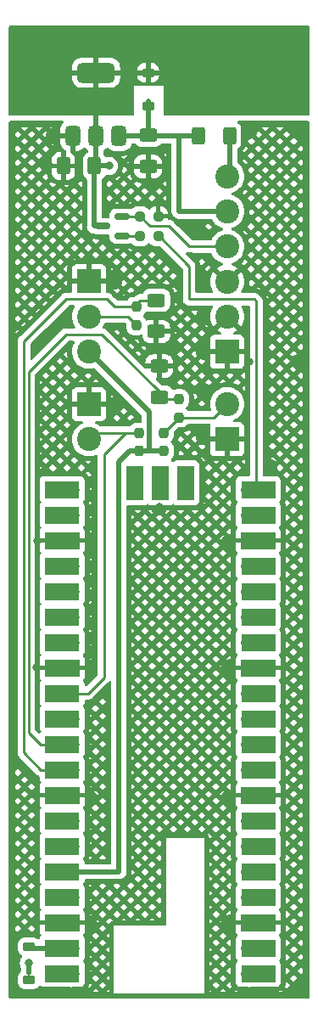
<source format=gbr>
%TF.GenerationSoftware,KiCad,Pcbnew,7.0.11+dfsg-1build4*%
%TF.CreationDate,2024-12-03T15:14:33-08:00*%
%TF.ProjectId,lightjar,6c696768-746a-4617-922e-6b696361645f,rev?*%
%TF.SameCoordinates,Original*%
%TF.FileFunction,Copper,L1,Top*%
%TF.FilePolarity,Positive*%
%FSLAX46Y46*%
G04 Gerber Fmt 4.6, Leading zero omitted, Abs format (unit mm)*
G04 Created by KiCad (PCBNEW 7.0.11+dfsg-1build4) date 2024-12-03 15:14:33*
%MOMM*%
%LPD*%
G01*
G04 APERTURE LIST*
G04 Aperture macros list*
%AMRoundRect*
0 Rectangle with rounded corners*
0 $1 Rounding radius*
0 $2 $3 $4 $5 $6 $7 $8 $9 X,Y pos of 4 corners*
0 Add a 4 corners polygon primitive as box body*
4,1,4,$2,$3,$4,$5,$6,$7,$8,$9,$2,$3,0*
0 Add four circle primitives for the rounded corners*
1,1,$1+$1,$2,$3*
1,1,$1+$1,$4,$5*
1,1,$1+$1,$6,$7*
1,1,$1+$1,$8,$9*
0 Add four rect primitives between the rounded corners*
20,1,$1+$1,$2,$3,$4,$5,0*
20,1,$1+$1,$4,$5,$6,$7,0*
20,1,$1+$1,$6,$7,$8,$9,0*
20,1,$1+$1,$8,$9,$2,$3,0*%
G04 Aperture macros list end*
%TA.AperFunction,SMDPad,CuDef*%
%ADD10RoundRect,0.225000X-0.375000X0.225000X-0.375000X-0.225000X0.375000X-0.225000X0.375000X0.225000X0*%
%TD*%
%TA.AperFunction,SMDPad,CuDef*%
%ADD11RoundRect,0.225000X0.375000X-0.225000X0.375000X0.225000X-0.375000X0.225000X-0.375000X-0.225000X0*%
%TD*%
%TA.AperFunction,SMDPad,CuDef*%
%ADD12RoundRect,0.237500X-0.250000X-0.237500X0.250000X-0.237500X0.250000X0.237500X-0.250000X0.237500X0*%
%TD*%
%TA.AperFunction,SMDPad,CuDef*%
%ADD13RoundRect,0.250000X-0.400000X-0.625000X0.400000X-0.625000X0.400000X0.625000X-0.400000X0.625000X0*%
%TD*%
%TA.AperFunction,SMDPad,CuDef*%
%ADD14RoundRect,0.237500X0.237500X-0.250000X0.237500X0.250000X-0.237500X0.250000X-0.237500X-0.250000X0*%
%TD*%
%TA.AperFunction,SMDPad,CuDef*%
%ADD15RoundRect,0.250000X0.625000X-0.400000X0.625000X0.400000X-0.625000X0.400000X-0.625000X-0.400000X0*%
%TD*%
%TA.AperFunction,SMDPad,CuDef*%
%ADD16RoundRect,0.250000X-0.625000X0.400000X-0.625000X-0.400000X0.625000X-0.400000X0.625000X0.400000X0*%
%TD*%
%TA.AperFunction,SMDPad,CuDef*%
%ADD17RoundRect,0.237500X-0.237500X0.250000X-0.237500X-0.250000X0.237500X-0.250000X0.237500X0.250000X0*%
%TD*%
%TA.AperFunction,ComponentPad*%
%ADD18C,2.400000*%
%TD*%
%TA.AperFunction,ComponentPad*%
%ADD19R,2.400000X2.400000*%
%TD*%
%TA.AperFunction,SMDPad,CuDef*%
%ADD20RoundRect,0.250000X0.400000X0.625000X-0.400000X0.625000X-0.400000X-0.625000X0.400000X-0.625000X0*%
%TD*%
%TA.AperFunction,SMDPad,CuDef*%
%ADD21RoundRect,0.150000X0.587500X0.150000X-0.587500X0.150000X-0.587500X-0.150000X0.587500X-0.150000X0*%
%TD*%
%TA.AperFunction,SMDPad,CuDef*%
%ADD22R,1.700000X3.500000*%
%TD*%
%TA.AperFunction,ComponentPad*%
%ADD23O,1.700000X1.700000*%
%TD*%
%TA.AperFunction,ComponentPad*%
%ADD24R,1.700000X1.700000*%
%TD*%
%TA.AperFunction,SMDPad,CuDef*%
%ADD25R,3.500000X1.700000*%
%TD*%
%TA.AperFunction,SMDPad,CuDef*%
%ADD26RoundRect,0.375000X0.375000X-0.625000X0.375000X0.625000X-0.375000X0.625000X-0.375000X-0.625000X0*%
%TD*%
%TA.AperFunction,SMDPad,CuDef*%
%ADD27RoundRect,0.500000X1.400000X-0.500000X1.400000X0.500000X-1.400000X0.500000X-1.400000X-0.500000X0*%
%TD*%
%TA.AperFunction,ViaPad*%
%ADD28C,0.800000*%
%TD*%
%TA.AperFunction,Conductor*%
%ADD29C,0.250000*%
%TD*%
%TA.AperFunction,Conductor*%
%ADD30C,0.500000*%
%TD*%
G04 APERTURE END LIST*
D10*
%TO.P,D2,1,K*%
%TO.N,Net-(D2-K)*%
X150000000Y-124350000D03*
%TO.P,D2,2,A*%
%TO.N,+5V*%
X150000000Y-127650000D03*
%TD*%
D11*
%TO.P,D1,1,K*%
%TO.N,+12V*%
X161902913Y-40495158D03*
%TO.P,D1,2,A*%
%TO.N,+5V*%
X161902913Y-37195158D03*
%TD*%
D12*
%TO.P,R5,2*%
%TO.N,GND*%
X162912500Y-51500000D03*
%TO.P,R5,1*%
%TO.N,WS2815 Output*%
X161087500Y-51500000D03*
%TD*%
D13*
%TO.P,F1,2*%
%TO.N,+12VA*%
X170050000Y-43500000D03*
%TO.P,F1,1*%
%TO.N,+12V*%
X166950000Y-43500000D03*
%TD*%
D14*
%TO.P,R4,2*%
%TO.N,Photoresistor Sig*%
X163500000Y-73087500D03*
%TO.P,R4,1*%
%TO.N,+3.3V*%
X163500000Y-74912500D03*
%TD*%
D15*
%TO.P,C4,2*%
%TO.N,GND*%
X163013379Y-66443253D03*
%TO.P,C4,1*%
%TO.N,Photoresistor Pin*%
X163013379Y-69543253D03*
%TD*%
D16*
%TO.P,C1,1*%
%TO.N,+12V*%
X161900000Y-43450000D03*
%TO.P,C1,2*%
%TO.N,GND*%
X161900000Y-46550000D03*
%TD*%
D17*
%TO.P,R1,2*%
%TO.N,+3.3V*%
X161000000Y-74912500D03*
%TO.P,R1,1*%
%TO.N,Button Sig*%
X161000000Y-73087500D03*
%TD*%
D18*
%TO.P,J2,2,Pin_2*%
%TO.N,Button Sig*%
X156000000Y-73750000D03*
D19*
%TO.P,J2,1,Pin_1*%
%TO.N,GND*%
X156000000Y-70250000D03*
%TD*%
D12*
%TO.P,R6,2*%
%TO.N,WS2815 Pin*%
X162912500Y-53500000D03*
%TO.P,R6,1*%
%TO.N,Net-(Q1-B)*%
X161087500Y-53500000D03*
%TD*%
D18*
%TO.P,J4,3,Pin_3*%
%TO.N,+3.3V*%
X156000000Y-65000000D03*
%TO.P,J4,2,Pin_2*%
%TO.N,Potentiometer Sig*%
X156000000Y-61500000D03*
D19*
%TO.P,J4,1,Pin_1*%
%TO.N,GND*%
X156000000Y-58000000D03*
%TD*%
D20*
%TO.P,C2,1*%
%TO.N,+5V*%
X156550000Y-46500000D03*
%TO.P,C2,2*%
%TO.N,GND*%
X153450000Y-46500000D03*
%TD*%
D17*
%TO.P,R3,2*%
%TO.N,Potentiometer Sig*%
X160725000Y-62362500D03*
%TO.P,R3,1*%
%TO.N,Brightness Pin*%
X160725000Y-60537500D03*
%TD*%
D19*
%TO.P,J1,1,Pin_1*%
%TO.N,GND*%
X169799443Y-65030275D03*
D18*
%TO.P,J1,2,Pin_2*%
X169799443Y-61530275D03*
%TO.P,J1,3,Pin_3*%
X169799443Y-58030275D03*
%TO.P,J1,4,Pin_4*%
%TO.N,WS2815 Output*%
X169799443Y-54530275D03*
%TO.P,J1,5,Pin_5*%
%TO.N,+12V*%
X169799443Y-51030275D03*
%TO.P,J1,6,Pin_6*%
%TO.N,+12VA*%
X169799443Y-47530275D03*
%TD*%
D21*
%TO.P,Q1,3,C*%
%TO.N,+5V*%
X157400000Y-52500000D03*
%TO.P,Q1,2,E*%
%TO.N,WS2815 Output*%
X159275000Y-51550000D03*
%TO.P,Q1,1,B*%
%TO.N,Net-(Q1-B)*%
X159275000Y-53450000D03*
%TD*%
D17*
%TO.P,R2,2*%
%TO.N,Photoresistor Sig*%
X165000000Y-71575000D03*
%TO.P,R2,1*%
%TO.N,Photoresistor Pin*%
X165000000Y-69750000D03*
%TD*%
D22*
%TO.P,U2,43,SWDIO*%
%TO.N,unconnected-(U2-SWDIO-Pad43)*%
X160570000Y-78090000D03*
D23*
X160570000Y-78990000D03*
D22*
%TO.P,U2,42,GND*%
%TO.N,unconnected-(U2-GND-Pad42)*%
X163110000Y-78090000D03*
D24*
X163110000Y-78990000D03*
D22*
%TO.P,U2,41,SWCLK*%
%TO.N,unconnected-(U2-SWCLK-Pad41)*%
X165650000Y-78090000D03*
D23*
X165650000Y-78990000D03*
D25*
%TO.P,U2,40,VBUS*%
%TO.N,unconnected-(U2-VBUS-Pad40)*%
X153320000Y-127020000D03*
D23*
X154220000Y-127020000D03*
D25*
%TO.P,U2,39,VSYS*%
%TO.N,Net-(D2-K)*%
X153320000Y-124480000D03*
D23*
X154220000Y-124480000D03*
D25*
%TO.P,U2,38,GND*%
%TO.N,GND*%
X153320000Y-121940000D03*
D24*
X154220000Y-121940000D03*
D25*
%TO.P,U2,37,3V3_EN*%
%TO.N,unconnected-(U2-3V3_EN-Pad37)*%
X153320000Y-119400000D03*
D23*
X154220000Y-119400000D03*
D25*
%TO.P,U2,36,3V3*%
%TO.N,+3.3V*%
X153320000Y-116860000D03*
D23*
X154220000Y-116860000D03*
D25*
%TO.P,U2,35,ADC_VREF*%
%TO.N,unconnected-(U2-ADC_VREF-Pad35)*%
X153320000Y-114320000D03*
D23*
X154220000Y-114320000D03*
D25*
%TO.P,U2,34,GPIO28_ADC2*%
%TO.N,unconnected-(U2-GPIO28_ADC2-Pad34)*%
X153320000Y-111780000D03*
D23*
X154220000Y-111780000D03*
D25*
%TO.P,U2,33,AGND*%
%TO.N,GND*%
X153320000Y-109240000D03*
D24*
X154220000Y-109240000D03*
D25*
%TO.P,U2,32,GPIO27_ADC1*%
%TO.N,Brightness Pin*%
X153320000Y-106700000D03*
D23*
X154220000Y-106700000D03*
D25*
%TO.P,U2,31,GPIO26_ADC0*%
%TO.N,Photoresistor Pin*%
X153320000Y-104160000D03*
D23*
X154220000Y-104160000D03*
D25*
%TO.P,U2,30,RUN*%
%TO.N,unconnected-(U2-RUN-Pad30)*%
X153320000Y-101620000D03*
D23*
X154220000Y-101620000D03*
D25*
%TO.P,U2,29,GPIO22*%
%TO.N,Button Sig*%
X153320000Y-99080000D03*
D23*
X154220000Y-99080000D03*
D25*
%TO.P,U2,28,GND*%
%TO.N,GND*%
X153320000Y-96540000D03*
D24*
X154220000Y-96540000D03*
D25*
%TO.P,U2,27,GPIO21*%
%TO.N,unconnected-(U2-GPIO21-Pad27)*%
X153320000Y-94000000D03*
D23*
X154220000Y-94000000D03*
D25*
%TO.P,U2,26,GPIO20*%
%TO.N,unconnected-(U2-GPIO20-Pad26)*%
X153320000Y-91460000D03*
D23*
X154220000Y-91460000D03*
D25*
%TO.P,U2,25,GPIO19*%
%TO.N,unconnected-(U2-GPIO19-Pad25)*%
X153320000Y-88920000D03*
D23*
X154220000Y-88920000D03*
D25*
%TO.P,U2,24,GPIO18*%
%TO.N,unconnected-(U2-GPIO18-Pad24)*%
X153320000Y-86380000D03*
D23*
X154220000Y-86380000D03*
D25*
%TO.P,U2,23,GND*%
%TO.N,GND*%
X153320000Y-83840000D03*
D24*
X154220000Y-83840000D03*
D25*
%TO.P,U2,22,GPIO17*%
%TO.N,unconnected-(U2-GPIO17-Pad22)*%
X153320000Y-81300000D03*
D23*
X154220000Y-81300000D03*
D25*
%TO.P,U2,21,GPIO16*%
%TO.N,unconnected-(U2-GPIO16-Pad21)*%
X153320000Y-78760000D03*
D23*
X154220000Y-78760000D03*
D25*
%TO.P,U2,20,GPIO15*%
%TO.N,WS2815 Pin*%
X172900000Y-78760000D03*
D23*
X172000000Y-78760000D03*
D25*
%TO.P,U2,19,GPIO14*%
%TO.N,unconnected-(U2-GPIO14-Pad19)*%
X172900000Y-81300000D03*
D23*
X172000000Y-81300000D03*
D25*
%TO.P,U2,18,GND*%
%TO.N,GND*%
X172900000Y-83840000D03*
D24*
X172000000Y-83840000D03*
D25*
%TO.P,U2,17,GPIO13*%
%TO.N,unconnected-(U2-GPIO13-Pad17)*%
X172900000Y-86380000D03*
D23*
X172000000Y-86380000D03*
D25*
%TO.P,U2,16,GPIO12*%
%TO.N,unconnected-(U2-GPIO12-Pad16)*%
X172900000Y-88920000D03*
D23*
X172000000Y-88920000D03*
D25*
%TO.P,U2,15,GPIO11*%
%TO.N,unconnected-(U2-GPIO11-Pad15)*%
X172900000Y-91460000D03*
D23*
X172000000Y-91460000D03*
D25*
%TO.P,U2,14,GPIO10*%
%TO.N,unconnected-(U2-GPIO10-Pad14)*%
X172900000Y-94000000D03*
D23*
X172000000Y-94000000D03*
D25*
%TO.P,U2,13,GND*%
%TO.N,GND*%
X172900000Y-96540000D03*
D24*
X172000000Y-96540000D03*
D25*
%TO.P,U2,12,GPIO9*%
%TO.N,unconnected-(U2-GPIO9-Pad12)*%
X172900000Y-99080000D03*
D23*
X172000000Y-99080000D03*
D25*
%TO.P,U2,11,GPIO8*%
%TO.N,unconnected-(U2-GPIO8-Pad11)*%
X172900000Y-101620000D03*
D23*
X172000000Y-101620000D03*
D25*
%TO.P,U2,10,GPIO7*%
%TO.N,unconnected-(U2-GPIO7-Pad10)*%
X172900000Y-104160000D03*
D23*
X172000000Y-104160000D03*
D25*
%TO.P,U2,9,GPIO6*%
%TO.N,unconnected-(U2-GPIO6-Pad9)*%
X172900000Y-106700000D03*
D23*
X172000000Y-106700000D03*
D25*
%TO.P,U2,8,GND*%
%TO.N,GND*%
X172900000Y-109240000D03*
D24*
X172000000Y-109240000D03*
D25*
%TO.P,U2,7,GPIO5*%
%TO.N,unconnected-(U2-GPIO5-Pad7)*%
X172900000Y-111780000D03*
D23*
X172000000Y-111780000D03*
D25*
%TO.P,U2,6,GPIO4*%
%TO.N,unconnected-(U2-GPIO4-Pad6)*%
X172900000Y-114320000D03*
D23*
X172000000Y-114320000D03*
D25*
%TO.P,U2,5,GPIO3*%
%TO.N,unconnected-(U2-GPIO3-Pad5)*%
X172900000Y-116860000D03*
D23*
X172000000Y-116860000D03*
D25*
%TO.P,U2,4,GPIO2*%
%TO.N,unconnected-(U2-GPIO2-Pad4)*%
X172900000Y-119400000D03*
D23*
X172000000Y-119400000D03*
D25*
%TO.P,U2,3,GND*%
%TO.N,GND*%
X172900000Y-121940000D03*
D24*
X172000000Y-121940000D03*
D25*
%TO.P,U2,2,GPIO1*%
%TO.N,unconnected-(U2-GPIO1-Pad2)*%
X172900000Y-124480000D03*
D23*
X172000000Y-124480000D03*
D25*
%TO.P,U2,1,GPIO0*%
%TO.N,unconnected-(U2-GPIO0-Pad1)*%
X172900000Y-127020000D03*
D23*
X172000000Y-127020000D03*
%TD*%
D19*
%TO.P,J3,1,Pin_1*%
%TO.N,GND*%
X169800000Y-73750000D03*
D18*
%TO.P,J3,2,Pin_2*%
%TO.N,Photoresistor Sig*%
X169800000Y-70250000D03*
%TD*%
D26*
%TO.P,U1,1,GND*%
%TO.N,GND*%
X154400000Y-43500000D03*
%TO.P,U1,2,VO*%
%TO.N,+5V*%
X156700000Y-43500000D03*
D27*
X156700000Y-37200000D03*
D26*
%TO.P,U1,3,VI*%
%TO.N,+12V*%
X159000000Y-43500000D03*
%TD*%
D16*
%TO.P,C3,2*%
%TO.N,GND*%
X162725000Y-63000000D03*
%TO.P,C3,1*%
%TO.N,Brightness Pin*%
X162725000Y-59900000D03*
%TD*%
D28*
%TO.N,GND*%
X150849271Y-83841054D03*
X150793999Y-96522251D03*
X177000000Y-128500000D03*
X153500000Y-62000000D03*
X167500000Y-69000000D03*
X174000000Y-76500000D03*
X177000000Y-66000000D03*
X172000000Y-66000000D03*
X172000000Y-43000000D03*
X177000000Y-43000000D03*
X167000000Y-53000000D03*
%TO.N,+5V*%
X158000000Y-46500000D03*
%TO.N,GND*%
X163000000Y-80500000D03*
X170000000Y-84000000D03*
X170000000Y-96500000D03*
X170000000Y-109500000D03*
X170000000Y-122000000D03*
X156000000Y-122000000D03*
X156000000Y-109500000D03*
X156233563Y-96528851D03*
X156166092Y-83829218D03*
X164000000Y-65000000D03*
X162500000Y-64500000D03*
X162000000Y-48000000D03*
X152500000Y-43500000D03*
X152000000Y-46500000D03*
X158500000Y-58000000D03*
X167500000Y-65000000D03*
X167500000Y-61500000D03*
X167500000Y-58000000D03*
X158500000Y-70500000D03*
X167500000Y-73500000D03*
%TO.N,+5V*%
X150000000Y-126000000D03*
%TD*%
D29*
%TO.N,Photoresistor Pin*%
X163013379Y-69543253D02*
X163013379Y-69013379D01*
X163013379Y-69013379D02*
X157300900Y-63300900D01*
X150000000Y-103000000D02*
X151160000Y-104160000D01*
X157300900Y-63300900D02*
X153714046Y-63300900D01*
X153714046Y-63300900D02*
X150000000Y-67014946D01*
X150000000Y-67014946D02*
X150000000Y-103000000D01*
X151160000Y-104160000D02*
X154220000Y-104160000D01*
%TO.N,Brightness Pin*%
X154220000Y-106700000D02*
X151200000Y-106700000D01*
X151200000Y-106700000D02*
X149500000Y-105000000D01*
X149500000Y-105000000D02*
X149500000Y-64000000D01*
X149500000Y-64000000D02*
X153751467Y-59748533D01*
X153751467Y-59748533D02*
X157772178Y-59748533D01*
X157772178Y-59748533D02*
X158561145Y-60537500D01*
X158561145Y-60537500D02*
X160725000Y-60537500D01*
%TO.N,WS2815 Pin*%
X163000000Y-53500000D02*
X162912500Y-53500000D01*
X166000000Y-59789811D02*
X166000000Y-56500000D01*
X172500000Y-59789811D02*
X166000000Y-59789811D01*
X172725000Y-60014811D02*
X172500000Y-59789811D01*
X166000000Y-56500000D02*
X163000000Y-53500000D01*
X172725000Y-78035000D02*
X172725000Y-60014811D01*
X172000000Y-78760000D02*
X172725000Y-78035000D01*
D30*
%TO.N,Net-(D2-K)*%
X150000000Y-124512500D02*
X154187500Y-124512500D01*
D29*
X154187500Y-124512500D02*
X154220000Y-124480000D01*
D30*
%TO.N,+5V*%
X150000000Y-126000000D02*
X150000000Y-127000000D01*
D29*
%TO.N,Photoresistor Pin*%
X165000000Y-69750000D02*
X163220126Y-69750000D01*
X163220126Y-69750000D02*
X163013379Y-69543253D01*
%TO.N,Photoresistor Sig*%
X163500000Y-73087500D02*
X165000000Y-71587500D01*
X165000000Y-71587500D02*
X165000000Y-71575000D01*
X165000000Y-71575000D02*
X168475000Y-71575000D01*
X168475000Y-71575000D02*
X169800000Y-70250000D01*
D30*
%TO.N,+3.3V*%
X162194994Y-74912500D02*
X162000000Y-74717506D01*
X162000000Y-74717506D02*
X162000000Y-71000000D01*
X162000000Y-71000000D02*
X156000000Y-65000000D01*
D29*
%TO.N,Button Sig*%
X161000000Y-73087500D02*
X159662500Y-73087500D01*
X159662500Y-73087500D02*
X157500000Y-75250000D01*
X157500000Y-75250000D02*
X157500000Y-97500000D01*
X157500000Y-97500000D02*
X155920000Y-99080000D01*
X155920000Y-99080000D02*
X154220000Y-99080000D01*
D30*
%TO.N,+5V*%
X158000000Y-46500000D02*
X156550000Y-46500000D01*
X156550000Y-46500000D02*
X156550000Y-52500000D01*
X156550000Y-52500000D02*
X157400000Y-52500000D01*
%TO.N,+12V*%
X161900000Y-43450000D02*
X161950000Y-43500000D01*
X161950000Y-43500000D02*
X165000000Y-43500000D01*
D29*
%TO.N,WS2815 Output*%
X166000000Y-54500000D02*
X166500000Y-54500000D01*
X161087500Y-51500000D02*
X162087500Y-52500000D01*
X164000000Y-52500000D02*
X166000000Y-54500000D01*
X162087500Y-52500000D02*
X164000000Y-52500000D01*
X166500000Y-54500000D02*
X166530275Y-54530275D01*
X166530275Y-54530275D02*
X169799443Y-54530275D01*
%TO.N,Net-(Q1-B)*%
X159275000Y-53450000D02*
X161037500Y-53450000D01*
X161037500Y-53450000D02*
X161087500Y-53500000D01*
%TO.N,WS2815 Output*%
X159275000Y-51550000D02*
X161037500Y-51550000D01*
X161037500Y-51550000D02*
X161087500Y-51500000D01*
%TO.N,Button Sig*%
X161000000Y-73087500D02*
X156662500Y-73087500D01*
X156662500Y-73087500D02*
X156000000Y-73750000D01*
D30*
%TO.N,+3.3V*%
X163500000Y-74912500D02*
X162194994Y-74912500D01*
X162194994Y-74912500D02*
X161000000Y-74912500D01*
X154220000Y-116860000D02*
X159000000Y-116860000D01*
X159000000Y-116860000D02*
X159000000Y-76000000D01*
X159000000Y-76000000D02*
X160087500Y-74912500D01*
X160087500Y-74912500D02*
X161000000Y-74912500D01*
%TO.N,+12V*%
X165000000Y-43500000D02*
X165000000Y-50000000D01*
X165000000Y-50000000D02*
X165000000Y-51000000D01*
%TO.N,+12VA*%
X170050000Y-43500000D02*
X170050000Y-47279718D01*
D29*
X170050000Y-47279718D02*
X169799443Y-47530275D01*
D30*
%TO.N,+12V*%
X165000000Y-51000000D02*
X165030275Y-51030275D01*
X165030275Y-51030275D02*
X169799443Y-51030275D01*
X166950000Y-43500000D02*
X165000000Y-43500000D01*
X159000000Y-43500000D02*
X161850000Y-43500000D01*
X161850000Y-43500000D02*
X161900000Y-43450000D01*
X161900000Y-39987500D02*
X161900000Y-43450000D01*
%TO.N,+5V*%
X156700000Y-37200000D02*
X161712500Y-37200000D01*
X161712500Y-37200000D02*
X161900000Y-37012500D01*
X156700000Y-43500000D02*
X156700000Y-46250000D01*
X156700000Y-46250000D02*
X156950000Y-46500000D01*
D29*
%TO.N,Potentiometer Sig*%
X160725000Y-62362500D02*
X159862500Y-61500000D01*
X159862500Y-61500000D02*
X156000000Y-61500000D01*
%TO.N,Brightness Pin*%
X160725000Y-60537500D02*
X160725000Y-60275000D01*
X160725000Y-60275000D02*
X161100000Y-59900000D01*
X161100000Y-59900000D02*
X162725000Y-59900000D01*
D30*
%TO.N,+5V*%
X156700000Y-43500000D02*
X156700000Y-37200000D01*
D29*
%TO.N,Net-(Q1-B)*%
X159325000Y-53500000D02*
X159275000Y-53450000D01*
%TD*%
%TA.AperFunction,Conductor*%
%TO.N,GND*%
G36*
X158200090Y-97818936D02*
G01*
X158241804Y-97874987D01*
X158249500Y-97917993D01*
X158249500Y-115985500D01*
X158229815Y-116052539D01*
X158177011Y-116098294D01*
X158125500Y-116109500D01*
X155694499Y-116109500D01*
X155627460Y-116089815D01*
X155581705Y-116037011D01*
X155570499Y-115985500D01*
X155570499Y-115962129D01*
X155570498Y-115962123D01*
X155570497Y-115962116D01*
X155564091Y-115902517D01*
X155539576Y-115836790D01*
X155513797Y-115767671D01*
X155513795Y-115767668D01*
X155495787Y-115743612D01*
X155436421Y-115664309D01*
X155412004Y-115598848D01*
X155413929Y-115589999D01*
X155979041Y-115589999D01*
X155987060Y-115611500D01*
X156137972Y-115611500D01*
X156298487Y-115450985D01*
X157002764Y-115450985D01*
X157163279Y-115611500D01*
X157552185Y-115611500D01*
X157712700Y-115450985D01*
X157357732Y-115096017D01*
X157002764Y-115450985D01*
X156298487Y-115450985D01*
X156068499Y-115220997D01*
X156068500Y-115224545D01*
X156068455Y-115227875D01*
X156068275Y-115234576D01*
X156068142Y-115237885D01*
X156067428Y-115251202D01*
X156067205Y-115254521D01*
X156066668Y-115261186D01*
X156066359Y-115264483D01*
X156057574Y-115346195D01*
X156056506Y-115353866D01*
X156053870Y-115369262D01*
X156052325Y-115376851D01*
X156045165Y-115407152D01*
X156043150Y-115414628D01*
X156038614Y-115429583D01*
X156036134Y-115436925D01*
X155979041Y-115589999D01*
X155413929Y-115589999D01*
X155426855Y-115530575D01*
X155436416Y-115515696D01*
X155513796Y-115412331D01*
X155564091Y-115277483D01*
X155570500Y-115217873D01*
X155570499Y-114743878D01*
X156295657Y-114743878D01*
X156650625Y-115098846D01*
X157005593Y-114743878D01*
X156650625Y-114388910D01*
X156295657Y-114743878D01*
X155570499Y-114743878D01*
X155570499Y-114384383D01*
X155570971Y-114373576D01*
X155575659Y-114320000D01*
X155575659Y-114319999D01*
X155570971Y-114266421D01*
X155570499Y-114255613D01*
X155570499Y-113806784D01*
X156068499Y-113806784D01*
X156068499Y-114239286D01*
X156070709Y-114264548D01*
X156298485Y-114036772D01*
X157002764Y-114036772D01*
X157357732Y-114391740D01*
X157712700Y-114036772D01*
X157357732Y-113681804D01*
X157002764Y-114036772D01*
X156298485Y-114036772D01*
X156298486Y-114036771D01*
X156068499Y-113806784D01*
X155570499Y-113806784D01*
X155570499Y-113422129D01*
X155570498Y-113422123D01*
X155570497Y-113422116D01*
X155564091Y-113362517D01*
X155559966Y-113351458D01*
X155551838Y-113329665D01*
X156295657Y-113329665D01*
X156650625Y-113684633D01*
X157005593Y-113329665D01*
X156650625Y-112974697D01*
X156295657Y-113329665D01*
X155551838Y-113329665D01*
X155513797Y-113227671D01*
X155513795Y-113227668D01*
X155507563Y-113219343D01*
X155436421Y-113124309D01*
X155412004Y-113058848D01*
X155426855Y-112990575D01*
X155436416Y-112975696D01*
X155508566Y-112879317D01*
X156041727Y-112879317D01*
X156298487Y-112622558D01*
X157002764Y-112622558D01*
X157357732Y-112977526D01*
X157712700Y-112622558D01*
X157357732Y-112267590D01*
X157002764Y-112622558D01*
X156298487Y-112622558D01*
X156068499Y-112392570D01*
X156068500Y-112684545D01*
X156068455Y-112687875D01*
X156068275Y-112694576D01*
X156068142Y-112697885D01*
X156067428Y-112711202D01*
X156067205Y-112714521D01*
X156066668Y-112721186D01*
X156066359Y-112724483D01*
X156057574Y-112806195D01*
X156056506Y-112813866D01*
X156053870Y-112829262D01*
X156052325Y-112836851D01*
X156045165Y-112867152D01*
X156043150Y-112874628D01*
X156041727Y-112879317D01*
X155508566Y-112879317D01*
X155513796Y-112872331D01*
X155564091Y-112737483D01*
X155570500Y-112677873D01*
X155570499Y-111915451D01*
X156295657Y-111915451D01*
X156650625Y-112270419D01*
X157005593Y-111915451D01*
X156650625Y-111560483D01*
X156295657Y-111915451D01*
X155570499Y-111915451D01*
X155570499Y-111844383D01*
X155570971Y-111833576D01*
X155575659Y-111780000D01*
X155575659Y-111779999D01*
X155570971Y-111726421D01*
X155570499Y-111715613D01*
X155570499Y-110978356D01*
X156068499Y-110978356D01*
X156068499Y-111438332D01*
X156298487Y-111208344D01*
X157002763Y-111208344D01*
X157357731Y-111563312D01*
X157712700Y-111208344D01*
X157357732Y-110853376D01*
X157002763Y-111208344D01*
X156298487Y-111208344D01*
X156068499Y-110978356D01*
X155570499Y-110978356D01*
X155570499Y-110882129D01*
X155570498Y-110882123D01*
X155570497Y-110882116D01*
X155564091Y-110822517D01*
X155513796Y-110687669D01*
X155436109Y-110583893D01*
X155411692Y-110518430D01*
X155415432Y-110501238D01*
X156295657Y-110501238D01*
X156650625Y-110856206D01*
X157005593Y-110501238D01*
X156650625Y-110146270D01*
X156295657Y-110501238D01*
X155415432Y-110501238D01*
X155426543Y-110450157D01*
X155436110Y-110435271D01*
X155513352Y-110332089D01*
X155513354Y-110332086D01*
X155563596Y-110197379D01*
X155563598Y-110197372D01*
X155569999Y-110137844D01*
X155570000Y-110137827D01*
X155570000Y-109794131D01*
X157002764Y-109794131D01*
X157357732Y-110149099D01*
X157712700Y-109794131D01*
X157357732Y-109439163D01*
X157002764Y-109794131D01*
X155570000Y-109794131D01*
X155570000Y-109490000D01*
X154665572Y-109490000D01*
X154688682Y-109454040D01*
X154730000Y-109313327D01*
X154730000Y-109166673D01*
X154688682Y-109025960D01*
X154665572Y-108990000D01*
X155570000Y-108990000D01*
X155570000Y-108861167D01*
X156521512Y-108861167D01*
X156610033Y-108939590D01*
X156629856Y-108961965D01*
X156726421Y-109101865D01*
X156740313Y-109128334D01*
X156800593Y-109287278D01*
X156801531Y-109291085D01*
X157005592Y-109087023D01*
X156650624Y-108732055D01*
X156521512Y-108861167D01*
X155570000Y-108861167D01*
X155570000Y-108342172D01*
X155569999Y-108342155D01*
X155563598Y-108282627D01*
X155563596Y-108282620D01*
X155513354Y-108147913D01*
X155513352Y-108147910D01*
X155487545Y-108113436D01*
X156032006Y-108113436D01*
X156035642Y-108123183D01*
X156038122Y-108130527D01*
X156042658Y-108145483D01*
X156044674Y-108152961D01*
X156051833Y-108183263D01*
X156053376Y-108190844D01*
X156056012Y-108206237D01*
X156057080Y-108213911D01*
X156065860Y-108295570D01*
X156066173Y-108298894D01*
X156066710Y-108305577D01*
X156066931Y-108308879D01*
X156067644Y-108322196D01*
X156067777Y-108325505D01*
X156067956Y-108332187D01*
X156068000Y-108335508D01*
X156068000Y-108610404D01*
X156298487Y-108379917D01*
X157002764Y-108379917D01*
X157357732Y-108734885D01*
X157712700Y-108379917D01*
X157357732Y-108024949D01*
X157002764Y-108379917D01*
X156298487Y-108379917D01*
X156032006Y-108113436D01*
X155487545Y-108113436D01*
X155436110Y-108044729D01*
X155411692Y-107979265D01*
X155426543Y-107910992D01*
X155436105Y-107896111D01*
X155513796Y-107792331D01*
X155558374Y-107672810D01*
X156295656Y-107672810D01*
X156650625Y-108027779D01*
X157005593Y-107672810D01*
X156650625Y-107317842D01*
X156295656Y-107672810D01*
X155558374Y-107672810D01*
X155564091Y-107657483D01*
X155570500Y-107597873D01*
X155570500Y-107195691D01*
X156068499Y-107195691D01*
X156298485Y-106965704D01*
X157002764Y-106965704D01*
X157357732Y-107320672D01*
X157712700Y-106965704D01*
X157357732Y-106610736D01*
X157002764Y-106965704D01*
X156298485Y-106965704D01*
X156298486Y-106965703D01*
X156072119Y-106739336D01*
X156068499Y-106780713D01*
X156068499Y-107195691D01*
X155570500Y-107195691D01*
X155570499Y-106764383D01*
X155570971Y-106753576D01*
X155575659Y-106700000D01*
X155575659Y-106699999D01*
X155570971Y-106646421D01*
X155570499Y-106635613D01*
X155570499Y-106258597D01*
X156295657Y-106258597D01*
X156650625Y-106613565D01*
X157005593Y-106258597D01*
X156650625Y-105903629D01*
X156295657Y-106258597D01*
X155570499Y-106258597D01*
X155570499Y-105802129D01*
X155570498Y-105802123D01*
X155570497Y-105802116D01*
X155564091Y-105742517D01*
X155550182Y-105705226D01*
X155513797Y-105607671D01*
X155513795Y-105607668D01*
X155500878Y-105590413D01*
X155436421Y-105504309D01*
X155412004Y-105438848D01*
X155413929Y-105429999D01*
X155979041Y-105429999D01*
X156036134Y-105583073D01*
X156038613Y-105590413D01*
X156043148Y-105605364D01*
X156045163Y-105612840D01*
X156052324Y-105643144D01*
X156053870Y-105650735D01*
X156056507Y-105666137D01*
X156057575Y-105673810D01*
X156066360Y-105755534D01*
X156066670Y-105758832D01*
X156067208Y-105765512D01*
X156067431Y-105768846D01*
X156068126Y-105781850D01*
X156298487Y-105551490D01*
X157002764Y-105551490D01*
X157357732Y-105906458D01*
X157712700Y-105551490D01*
X157357732Y-105196522D01*
X157002764Y-105551490D01*
X156298487Y-105551490D01*
X156032816Y-105285819D01*
X155979041Y-105429999D01*
X155413929Y-105429999D01*
X155426855Y-105370575D01*
X155436416Y-105355696D01*
X155513796Y-105252331D01*
X155564091Y-105117483D01*
X155570500Y-105057873D01*
X155570500Y-104844383D01*
X156295656Y-104844383D01*
X156650625Y-105199351D01*
X157005593Y-104844383D01*
X156650625Y-104489415D01*
X156295656Y-104844383D01*
X155570500Y-104844383D01*
X155570499Y-104224383D01*
X155570971Y-104213576D01*
X155573322Y-104186714D01*
X155575659Y-104160000D01*
X155570971Y-104106421D01*
X155570499Y-104095613D01*
X155570499Y-103907289D01*
X156068499Y-103907289D01*
X156068499Y-104079286D01*
X156072711Y-104127421D01*
X156073065Y-104132820D01*
X156073541Y-104143720D01*
X156073659Y-104149130D01*
X156073659Y-104170871D01*
X156073541Y-104176280D01*
X156073065Y-104187181D01*
X156072711Y-104192582D01*
X156068499Y-104240713D01*
X156068499Y-104367264D01*
X156298485Y-104137277D01*
X157002764Y-104137277D01*
X157357732Y-104492245D01*
X157712700Y-104137277D01*
X157357732Y-103782309D01*
X157002764Y-104137277D01*
X156298485Y-104137277D01*
X156298486Y-104137276D01*
X156068499Y-103907289D01*
X155570499Y-103907289D01*
X155570499Y-103430170D01*
X156295657Y-103430170D01*
X156650625Y-103785138D01*
X157005593Y-103430170D01*
X156650625Y-103075202D01*
X156295657Y-103430170D01*
X155570499Y-103430170D01*
X155570499Y-103262129D01*
X155570498Y-103262123D01*
X155570497Y-103262116D01*
X155564091Y-103202517D01*
X155523787Y-103094457D01*
X155513797Y-103067671D01*
X155513795Y-103067668D01*
X155436421Y-102964309D01*
X155412004Y-102898848D01*
X155413929Y-102889999D01*
X155979041Y-102889999D01*
X156020470Y-103001078D01*
X156298485Y-102723063D01*
X157002764Y-102723063D01*
X157357732Y-103078031D01*
X157712700Y-102723063D01*
X157357732Y-102368095D01*
X157002764Y-102723063D01*
X156298485Y-102723063D01*
X156298486Y-102723062D01*
X156068499Y-102493075D01*
X156068500Y-102524545D01*
X156068455Y-102527875D01*
X156068275Y-102534576D01*
X156068142Y-102537885D01*
X156067428Y-102551202D01*
X156067205Y-102554521D01*
X156066668Y-102561186D01*
X156066359Y-102564483D01*
X156057574Y-102646195D01*
X156056506Y-102653866D01*
X156053870Y-102669262D01*
X156052325Y-102676851D01*
X156045165Y-102707152D01*
X156043150Y-102714628D01*
X156038614Y-102729583D01*
X156036134Y-102736925D01*
X155979041Y-102889999D01*
X155413929Y-102889999D01*
X155426855Y-102830575D01*
X155436416Y-102815696D01*
X155513796Y-102712331D01*
X155564091Y-102577483D01*
X155570500Y-102517873D01*
X155570499Y-102015956D01*
X156295657Y-102015956D01*
X156650625Y-102370924D01*
X157005593Y-102015956D01*
X156650625Y-101660988D01*
X156295657Y-102015956D01*
X155570499Y-102015956D01*
X155570499Y-101684383D01*
X155570971Y-101673576D01*
X155572073Y-101660988D01*
X155575659Y-101620000D01*
X155570971Y-101566421D01*
X155570499Y-101555613D01*
X155570499Y-101078861D01*
X156068499Y-101078861D01*
X156068499Y-101538837D01*
X156298487Y-101308849D01*
X157002763Y-101308849D01*
X157357732Y-101663818D01*
X157712700Y-101308849D01*
X157357732Y-100953881D01*
X157002763Y-101308849D01*
X156298487Y-101308849D01*
X156068499Y-101078861D01*
X155570499Y-101078861D01*
X155570499Y-100722129D01*
X155570498Y-100722123D01*
X155570497Y-100722116D01*
X155564091Y-100662517D01*
X155541424Y-100601743D01*
X156295657Y-100601743D01*
X156650625Y-100956711D01*
X157005593Y-100601743D01*
X156650625Y-100246775D01*
X156295657Y-100601743D01*
X155541424Y-100601743D01*
X155513796Y-100527669D01*
X155436421Y-100424309D01*
X155412004Y-100358848D01*
X155426855Y-100290575D01*
X155436416Y-100275696D01*
X155513796Y-100172331D01*
X155564091Y-100037483D01*
X155570500Y-99977873D01*
X155570500Y-99894636D01*
X157002764Y-99894636D01*
X157357732Y-100249604D01*
X157712700Y-99894636D01*
X157357732Y-99539668D01*
X157002764Y-99894636D01*
X155570500Y-99894636D01*
X155570500Y-99829500D01*
X155590185Y-99762461D01*
X155642989Y-99716706D01*
X155694500Y-99705500D01*
X155837257Y-99705500D01*
X155852877Y-99707224D01*
X155852904Y-99706939D01*
X155860660Y-99707671D01*
X155860667Y-99707673D01*
X155927873Y-99705561D01*
X155931768Y-99705500D01*
X155959346Y-99705500D01*
X155959350Y-99705500D01*
X155963324Y-99704997D01*
X155974963Y-99704080D01*
X156018627Y-99702709D01*
X156037869Y-99697117D01*
X156056912Y-99693174D01*
X156076792Y-99690664D01*
X156117401Y-99674585D01*
X156128444Y-99670803D01*
X156170390Y-99658618D01*
X156187629Y-99648422D01*
X156205103Y-99639862D01*
X156223727Y-99632488D01*
X156223727Y-99632487D01*
X156223732Y-99632486D01*
X156259083Y-99606800D01*
X156268814Y-99600408D01*
X156306420Y-99578170D01*
X156320589Y-99563999D01*
X156335379Y-99551368D01*
X156351587Y-99539594D01*
X156379438Y-99505926D01*
X156387279Y-99497309D01*
X157883787Y-98000801D01*
X157896042Y-97990986D01*
X157895859Y-97990764D01*
X157901868Y-97985791D01*
X157901877Y-97985786D01*
X157947949Y-97936722D01*
X157950566Y-97934023D01*
X157970120Y-97914471D01*
X157972576Y-97911303D01*
X157980156Y-97902427D01*
X158010062Y-97870582D01*
X158016836Y-97858258D01*
X158066380Y-97808994D01*
X158134695Y-97794334D01*
X158200090Y-97818936D01*
G37*
%TD.AperFunction*%
%TA.AperFunction,Conductor*%
G36*
X154508540Y-63946085D02*
G01*
X154554295Y-63998889D01*
X154564239Y-64068047D01*
X154548888Y-64112400D01*
X154463608Y-64260109D01*
X154370492Y-64497362D01*
X154370490Y-64497369D01*
X154313777Y-64745845D01*
X154294732Y-64999995D01*
X154294732Y-65000004D01*
X154313777Y-65254154D01*
X154361208Y-65461965D01*
X154370492Y-65502637D01*
X154463607Y-65739888D01*
X154591041Y-65960612D01*
X154749950Y-66159877D01*
X154936783Y-66333232D01*
X155147366Y-66476805D01*
X155147371Y-66476807D01*
X155147372Y-66476808D01*
X155147373Y-66476809D01*
X155263975Y-66532961D01*
X155376992Y-66587387D01*
X155376993Y-66587387D01*
X155376996Y-66587389D01*
X155620542Y-66662513D01*
X155872565Y-66700500D01*
X156127435Y-66700500D01*
X156379458Y-66662513D01*
X156477488Y-66632273D01*
X156547349Y-66631323D01*
X156601717Y-66663084D01*
X161213181Y-71274548D01*
X161246666Y-71335871D01*
X161249500Y-71362229D01*
X161249500Y-71975500D01*
X161229815Y-72042539D01*
X161177011Y-72088294D01*
X161125500Y-72099500D01*
X160713330Y-72099500D01*
X160713312Y-72099501D01*
X160612247Y-72109825D01*
X160448484Y-72164092D01*
X160448481Y-72164093D01*
X160301648Y-72254661D01*
X160179659Y-72376650D01*
X160163348Y-72403096D01*
X160111400Y-72449821D01*
X160057809Y-72462000D01*
X159745243Y-72462000D01*
X159729622Y-72460275D01*
X159729596Y-72460561D01*
X159721834Y-72459827D01*
X159721833Y-72459827D01*
X159659609Y-72461782D01*
X159654627Y-72461939D01*
X159650732Y-72462000D01*
X157160633Y-72462000D01*
X157093594Y-72442315D01*
X157076293Y-72428900D01*
X157063221Y-72416771D01*
X157050119Y-72407838D01*
X156852634Y-72273195D01*
X156852631Y-72273194D01*
X156852629Y-72273192D01*
X156685711Y-72192809D01*
X156670989Y-72185719D01*
X156619131Y-72138898D01*
X156600818Y-72071471D01*
X156621866Y-72004847D01*
X156675592Y-71960178D01*
X156724792Y-71950000D01*
X157247828Y-71950000D01*
X157247844Y-71949999D01*
X157307372Y-71943598D01*
X157307379Y-71943596D01*
X157442086Y-71893354D01*
X157442093Y-71893350D01*
X157557187Y-71807190D01*
X157557190Y-71807187D01*
X157643350Y-71692093D01*
X157643354Y-71692086D01*
X157673834Y-71610364D01*
X158416977Y-71610364D01*
X158770613Y-71964000D01*
X158773279Y-71964000D01*
X159126914Y-71610365D01*
X159831191Y-71610365D01*
X160047273Y-71826447D01*
X160199386Y-71732624D01*
X160205633Y-71729018D01*
X160218441Y-71722112D01*
X160224889Y-71718874D01*
X160251165Y-71706622D01*
X160257785Y-71703766D01*
X160271302Y-71698396D01*
X160278080Y-71695929D01*
X160468504Y-71632828D01*
X160474983Y-71630876D01*
X160488150Y-71627297D01*
X160494722Y-71625701D01*
X160521301Y-71620012D01*
X160527947Y-71618778D01*
X160533603Y-71617886D01*
X160541126Y-71610364D01*
X160186159Y-71255397D01*
X159831191Y-71610365D01*
X159126914Y-71610365D01*
X158791715Y-71275166D01*
X158779721Y-71279715D01*
X158737129Y-71290212D01*
X158416977Y-71610364D01*
X157673834Y-71610364D01*
X157693596Y-71557379D01*
X157693598Y-71557372D01*
X157699999Y-71497844D01*
X157700000Y-71497827D01*
X157700000Y-70961711D01*
X159182537Y-70961711D01*
X159479052Y-71258226D01*
X159834021Y-70903258D01*
X159479053Y-70548290D01*
X159292022Y-70735319D01*
X159240313Y-70871666D01*
X159226421Y-70898135D01*
X159182537Y-70961711D01*
X157700000Y-70961711D01*
X157700000Y-70500000D01*
X156545882Y-70500000D01*
X156584556Y-70406631D01*
X156605177Y-70250000D01*
X156584556Y-70093369D01*
X156545882Y-70000000D01*
X157700000Y-70000000D01*
X157700000Y-69267237D01*
X158198000Y-69267237D01*
X158198000Y-69710850D01*
X158419806Y-69489043D01*
X158198000Y-69267237D01*
X157700000Y-69267237D01*
X157700000Y-69002172D01*
X157699999Y-69002155D01*
X157693598Y-68942627D01*
X157693596Y-68942620D01*
X157643354Y-68807913D01*
X157643350Y-68807906D01*
X157557190Y-68692812D01*
X157557187Y-68692809D01*
X157442093Y-68606649D01*
X157442086Y-68606645D01*
X157307379Y-68556403D01*
X157307372Y-68556401D01*
X157247844Y-68550000D01*
X156250000Y-68550000D01*
X156250000Y-69704118D01*
X156156631Y-69665444D01*
X156039323Y-69650000D01*
X155960677Y-69650000D01*
X155843369Y-69665444D01*
X155750000Y-69704118D01*
X155750000Y-68550000D01*
X154752155Y-68550000D01*
X154692627Y-68556401D01*
X154692620Y-68556403D01*
X154557913Y-68606645D01*
X154557906Y-68606649D01*
X154442812Y-68692809D01*
X154442809Y-68692812D01*
X154356649Y-68807906D01*
X154356645Y-68807913D01*
X154306403Y-68942620D01*
X154306401Y-68942627D01*
X154300000Y-69002155D01*
X154300000Y-70000000D01*
X155454118Y-70000000D01*
X155415444Y-70093369D01*
X155394823Y-70250000D01*
X155415444Y-70406631D01*
X155454118Y-70500000D01*
X154300000Y-70500000D01*
X154300000Y-71497844D01*
X154306401Y-71557372D01*
X154306403Y-71557379D01*
X154356645Y-71692086D01*
X154356649Y-71692093D01*
X154442809Y-71807187D01*
X154442812Y-71807190D01*
X154557906Y-71893350D01*
X154557913Y-71893354D01*
X154692620Y-71943596D01*
X154692627Y-71943598D01*
X154752155Y-71949999D01*
X154752172Y-71950000D01*
X155275208Y-71950000D01*
X155342247Y-71969685D01*
X155388002Y-72022489D01*
X155397946Y-72091647D01*
X155368921Y-72155203D01*
X155329010Y-72185719D01*
X155314289Y-72192809D01*
X155147370Y-72273192D01*
X154936782Y-72416768D01*
X154749952Y-72590121D01*
X154749950Y-72590123D01*
X154591041Y-72789388D01*
X154463608Y-73010109D01*
X154370492Y-73247362D01*
X154370490Y-73247369D01*
X154313777Y-73495845D01*
X154294732Y-73749995D01*
X154294732Y-73750004D01*
X154313777Y-74004154D01*
X154369039Y-74246274D01*
X154370492Y-74252637D01*
X154463607Y-74489888D01*
X154591041Y-74710612D01*
X154749950Y-74909877D01*
X154936783Y-75083232D01*
X155147366Y-75226805D01*
X155147371Y-75226807D01*
X155147372Y-75226808D01*
X155147373Y-75226809D01*
X155244443Y-75273555D01*
X155376992Y-75337387D01*
X155376993Y-75337387D01*
X155376996Y-75337389D01*
X155620542Y-75412513D01*
X155872565Y-75450500D01*
X156127435Y-75450500D01*
X156379458Y-75412513D01*
X156623004Y-75337389D01*
X156696700Y-75301898D01*
X156765639Y-75290547D01*
X156829774Y-75318269D01*
X156868740Y-75376264D01*
X156874500Y-75413619D01*
X156874500Y-97189547D01*
X156854815Y-97256586D01*
X156838181Y-97277228D01*
X155782180Y-98333229D01*
X155720857Y-98366714D01*
X155651165Y-98361730D01*
X155595232Y-98319858D01*
X155570815Y-98254394D01*
X155570499Y-98245548D01*
X155570499Y-98182129D01*
X155570498Y-98182123D01*
X155570497Y-98182116D01*
X155564091Y-98122517D01*
X155514950Y-97990764D01*
X155513797Y-97987671D01*
X155513795Y-97987668D01*
X155512386Y-97985786D01*
X155436109Y-97883893D01*
X155411692Y-97818430D01*
X155426543Y-97750157D01*
X155436110Y-97735271D01*
X155513352Y-97632089D01*
X155513354Y-97632086D01*
X155563596Y-97497379D01*
X155563598Y-97497372D01*
X155569999Y-97437844D01*
X155570000Y-97437827D01*
X155570000Y-96790000D01*
X154665572Y-96790000D01*
X154688682Y-96754040D01*
X154730000Y-96613327D01*
X154730000Y-96466673D01*
X154688682Y-96325960D01*
X154665572Y-96290000D01*
X155570000Y-96290000D01*
X155570000Y-95642172D01*
X155569999Y-95642155D01*
X155563598Y-95582627D01*
X155563596Y-95582620D01*
X155513354Y-95447913D01*
X155513352Y-95447910D01*
X155454208Y-95368905D01*
X156015397Y-95368905D01*
X156035642Y-95423183D01*
X156038122Y-95430527D01*
X156042658Y-95445483D01*
X156044674Y-95452961D01*
X156051833Y-95483263D01*
X156053376Y-95490844D01*
X156056012Y-95506237D01*
X156057080Y-95513911D01*
X156065860Y-95595570D01*
X156066173Y-95598894D01*
X156066710Y-95605577D01*
X156066931Y-95608879D01*
X156067644Y-95622196D01*
X156067777Y-95625505D01*
X156067956Y-95632187D01*
X156068000Y-95635508D01*
X156068000Y-95720997D01*
X156118892Y-95708454D01*
X156148568Y-95704851D01*
X156245631Y-95704851D01*
X156298487Y-95651995D01*
X156015397Y-95368905D01*
X155454208Y-95368905D01*
X155436110Y-95344729D01*
X155411692Y-95279265D01*
X155426543Y-95210992D01*
X155436105Y-95196111D01*
X155513796Y-95092331D01*
X155564091Y-94957483D01*
X155570500Y-94897873D01*
X155570499Y-94467769D01*
X156068499Y-94467769D01*
X156298486Y-94237781D01*
X156073614Y-94012909D01*
X156073541Y-94016280D01*
X156073065Y-94027181D01*
X156072711Y-94032582D01*
X156068499Y-94080713D01*
X156068499Y-94467769D01*
X155570499Y-94467769D01*
X155570499Y-94064383D01*
X155570971Y-94053576D01*
X155575659Y-94000000D01*
X155575659Y-93999999D01*
X155570971Y-93946421D01*
X155570499Y-93935613D01*
X155570499Y-93102129D01*
X155570498Y-93102123D01*
X155570497Y-93102116D01*
X155564091Y-93042517D01*
X155533037Y-92959258D01*
X155513797Y-92907671D01*
X155513795Y-92907668D01*
X155495383Y-92883073D01*
X155436421Y-92804309D01*
X155412004Y-92738848D01*
X155413929Y-92729999D01*
X155979041Y-92729999D01*
X156036134Y-92883073D01*
X156038613Y-92890413D01*
X156043148Y-92905364D01*
X156045163Y-92912840D01*
X156052324Y-92943144D01*
X156053870Y-92950735D01*
X156056507Y-92966137D01*
X156057575Y-92973810D01*
X156066360Y-93055534D01*
X156066373Y-93055681D01*
X156298487Y-92823568D01*
X156039984Y-92565065D01*
X156038614Y-92569583D01*
X156036134Y-92576925D01*
X155979041Y-92729999D01*
X155413929Y-92729999D01*
X155426855Y-92670575D01*
X155436416Y-92655696D01*
X155513796Y-92552331D01*
X155564091Y-92417483D01*
X155570500Y-92357873D01*
X155570499Y-91524383D01*
X155570971Y-91513576D01*
X155575659Y-91460000D01*
X155575659Y-91459999D01*
X155570971Y-91406421D01*
X155570499Y-91395613D01*
X155570499Y-91179367D01*
X156068499Y-91179367D01*
X156068499Y-91379286D01*
X156072711Y-91427421D01*
X156073065Y-91432820D01*
X156073541Y-91443720D01*
X156073659Y-91449130D01*
X156073659Y-91470871D01*
X156073541Y-91476280D01*
X156073065Y-91487181D01*
X156072711Y-91492582D01*
X156068499Y-91540713D01*
X156068499Y-91639342D01*
X156298486Y-91409354D01*
X156068499Y-91179367D01*
X155570499Y-91179367D01*
X155570499Y-90562129D01*
X155570498Y-90562123D01*
X155570497Y-90562116D01*
X155564091Y-90502517D01*
X155513796Y-90367669D01*
X155436421Y-90264309D01*
X155412004Y-90198848D01*
X155413929Y-90189999D01*
X155979041Y-90189999D01*
X156012885Y-90280742D01*
X156298487Y-89995141D01*
X156068499Y-89765153D01*
X156068500Y-89824545D01*
X156068455Y-89827875D01*
X156068275Y-89834576D01*
X156068142Y-89837885D01*
X156067428Y-89851202D01*
X156067205Y-89854521D01*
X156066668Y-89861186D01*
X156066359Y-89864483D01*
X156057574Y-89946195D01*
X156056506Y-89953866D01*
X156053870Y-89969262D01*
X156052325Y-89976851D01*
X156045165Y-90007152D01*
X156043150Y-90014628D01*
X156038614Y-90029583D01*
X156036134Y-90036925D01*
X155979041Y-90189999D01*
X155413929Y-90189999D01*
X155426855Y-90130575D01*
X155436416Y-90115696D01*
X155513796Y-90012331D01*
X155564091Y-89877483D01*
X155570500Y-89817873D01*
X155570499Y-88984383D01*
X155570971Y-88973576D01*
X155575659Y-88920000D01*
X155575659Y-88919999D01*
X155570971Y-88866421D01*
X155570499Y-88855613D01*
X155570499Y-88350939D01*
X156068499Y-88350939D01*
X156068499Y-88810915D01*
X156298487Y-88580927D01*
X156068499Y-88350939D01*
X155570499Y-88350939D01*
X155570499Y-88022129D01*
X155570498Y-88022123D01*
X155570497Y-88022116D01*
X155564091Y-87962517D01*
X155513796Y-87827669D01*
X155436421Y-87724309D01*
X155412004Y-87658848D01*
X155426855Y-87590575D01*
X155436416Y-87575696D01*
X155513796Y-87472331D01*
X155537843Y-87407858D01*
X156057342Y-87407858D01*
X156298487Y-87166714D01*
X156068499Y-86936726D01*
X156068500Y-87284545D01*
X156068455Y-87287875D01*
X156068275Y-87294576D01*
X156068142Y-87297885D01*
X156067428Y-87311202D01*
X156067205Y-87314521D01*
X156066668Y-87321186D01*
X156066359Y-87324483D01*
X156057574Y-87406195D01*
X156057342Y-87407858D01*
X155537843Y-87407858D01*
X155564091Y-87337483D01*
X155570500Y-87277873D01*
X155570499Y-86444383D01*
X155570971Y-86433576D01*
X155575659Y-86380000D01*
X155575659Y-86379999D01*
X155570971Y-86326421D01*
X155570499Y-86315613D01*
X155570499Y-85522512D01*
X156068499Y-85522512D01*
X156068499Y-85982488D01*
X156298487Y-85752500D01*
X156068499Y-85522512D01*
X155570499Y-85522512D01*
X155570499Y-85482129D01*
X155570498Y-85482123D01*
X155570497Y-85482116D01*
X155564091Y-85422517D01*
X155554772Y-85397532D01*
X155513797Y-85287671D01*
X155513795Y-85287668D01*
X155436109Y-85183893D01*
X155411692Y-85118430D01*
X155426543Y-85050157D01*
X155436110Y-85035271D01*
X155513352Y-84932089D01*
X155513354Y-84932086D01*
X155563596Y-84797379D01*
X155563598Y-84797372D01*
X155569999Y-84737844D01*
X155570000Y-84737827D01*
X155570000Y-84090000D01*
X154665572Y-84090000D01*
X154688682Y-84054040D01*
X154730000Y-83913327D01*
X154730000Y-83766673D01*
X154688682Y-83625960D01*
X154665572Y-83590000D01*
X155570000Y-83590000D01*
X155570000Y-82942172D01*
X155569999Y-82942155D01*
X155563598Y-82882627D01*
X155563596Y-82882620D01*
X155513354Y-82747913D01*
X155513352Y-82747910D01*
X155436110Y-82644729D01*
X155428518Y-82624374D01*
X155998788Y-82624374D01*
X156035642Y-82723183D01*
X156038122Y-82730527D01*
X156042658Y-82745483D01*
X156044674Y-82752961D01*
X156051833Y-82783263D01*
X156053376Y-82790844D01*
X156056012Y-82806237D01*
X156057080Y-82813911D01*
X156065860Y-82895570D01*
X156066173Y-82898894D01*
X156066710Y-82905577D01*
X156066931Y-82908879D01*
X156067644Y-82922196D01*
X156067777Y-82925505D01*
X156067956Y-82932187D01*
X156068000Y-82935508D01*
X156068000Y-83006808D01*
X156081097Y-83005218D01*
X156217341Y-83005218D01*
X156298486Y-82924072D01*
X155998788Y-82624374D01*
X155428518Y-82624374D01*
X155411692Y-82579265D01*
X155426543Y-82510992D01*
X155436105Y-82496111D01*
X155513796Y-82392331D01*
X155564091Y-82257483D01*
X155570500Y-82197873D01*
X155570499Y-81739847D01*
X156068499Y-81739847D01*
X156298486Y-81509859D01*
X156073567Y-81284940D01*
X156073659Y-81289130D01*
X156073659Y-81310871D01*
X156073541Y-81316280D01*
X156073065Y-81327181D01*
X156072711Y-81332582D01*
X156068499Y-81380713D01*
X156068499Y-81739847D01*
X155570499Y-81739847D01*
X155570499Y-81364383D01*
X155570971Y-81353576D01*
X155575659Y-81300000D01*
X155575659Y-81299999D01*
X155570971Y-81246421D01*
X155570499Y-81235613D01*
X155570499Y-80402129D01*
X155570498Y-80402123D01*
X155570497Y-80402116D01*
X155564091Y-80342517D01*
X155563514Y-80340971D01*
X155513797Y-80207671D01*
X155513795Y-80207668D01*
X155512070Y-80205364D01*
X155436421Y-80104309D01*
X155412004Y-80038848D01*
X155413929Y-80029999D01*
X155979041Y-80029999D01*
X156036134Y-80183073D01*
X156038613Y-80190413D01*
X156043148Y-80205364D01*
X156045163Y-80212840D01*
X156052324Y-80243144D01*
X156053870Y-80250735D01*
X156056507Y-80266137D01*
X156057575Y-80273810D01*
X156063665Y-80330467D01*
X156298487Y-80095646D01*
X156046087Y-79843246D01*
X156045165Y-79847152D01*
X156043150Y-79854628D01*
X156038614Y-79869583D01*
X156036134Y-79876925D01*
X155979041Y-80029999D01*
X155413929Y-80029999D01*
X155426855Y-79970575D01*
X155436416Y-79955696D01*
X155513796Y-79852331D01*
X155564091Y-79717483D01*
X155570500Y-79657873D01*
X155570499Y-78824383D01*
X155570971Y-78813576D01*
X155575659Y-78760000D01*
X155575659Y-78759999D01*
X155570971Y-78706421D01*
X155570499Y-78695613D01*
X155570499Y-78451444D01*
X156068499Y-78451444D01*
X156068499Y-78679286D01*
X156072711Y-78727421D01*
X156073065Y-78732820D01*
X156073541Y-78743720D01*
X156073659Y-78749130D01*
X156073659Y-78770871D01*
X156073541Y-78776280D01*
X156073065Y-78787181D01*
X156072711Y-78792582D01*
X156068499Y-78840713D01*
X156068499Y-78911420D01*
X156298487Y-78681432D01*
X156068499Y-78451444D01*
X155570499Y-78451444D01*
X155570499Y-77862129D01*
X155570498Y-77862123D01*
X155570497Y-77862116D01*
X155564091Y-77802517D01*
X155513796Y-77667669D01*
X155513795Y-77667668D01*
X155513793Y-77667664D01*
X155427547Y-77552455D01*
X155427544Y-77552452D01*
X155312335Y-77466206D01*
X155312328Y-77466202D01*
X155177482Y-77415908D01*
X155177483Y-77415908D01*
X155117883Y-77409501D01*
X155117881Y-77409500D01*
X155117873Y-77409500D01*
X155117865Y-77409500D01*
X154284380Y-77409500D01*
X154273573Y-77409028D01*
X154233682Y-77405538D01*
X154220001Y-77404341D01*
X154219998Y-77404341D01*
X154166424Y-77409028D01*
X154155617Y-77409500D01*
X151522129Y-77409500D01*
X151522123Y-77409501D01*
X151462516Y-77415908D01*
X151327671Y-77466202D01*
X151327664Y-77466206D01*
X151212455Y-77552452D01*
X151212452Y-77552455D01*
X151126206Y-77667664D01*
X151126202Y-77667671D01*
X151075908Y-77802517D01*
X151069501Y-77862116D01*
X151069501Y-77862123D01*
X151069500Y-77862135D01*
X151069500Y-79657870D01*
X151069501Y-79657876D01*
X151075908Y-79717483D01*
X151126202Y-79852328D01*
X151126203Y-79852330D01*
X151203578Y-79955689D01*
X151227995Y-80021153D01*
X151213144Y-80089426D01*
X151203578Y-80104311D01*
X151126203Y-80207669D01*
X151126202Y-80207671D01*
X151075908Y-80342517D01*
X151070002Y-80397460D01*
X151069501Y-80402123D01*
X151069500Y-80402135D01*
X151069500Y-82197870D01*
X151069501Y-82197876D01*
X151075908Y-82257483D01*
X151126202Y-82392328D01*
X151126206Y-82392335D01*
X151203889Y-82496105D01*
X151228307Y-82561569D01*
X151213456Y-82629842D01*
X151203890Y-82644727D01*
X151126647Y-82747910D01*
X151126645Y-82747913D01*
X151076403Y-82882620D01*
X151076401Y-82882627D01*
X151070000Y-82942155D01*
X151070000Y-83590000D01*
X153774428Y-83590000D01*
X153751318Y-83625960D01*
X153710000Y-83766673D01*
X153710000Y-83913327D01*
X153751318Y-84054040D01*
X153774428Y-84090000D01*
X151070000Y-84090000D01*
X151070000Y-84737844D01*
X151076401Y-84797372D01*
X151076403Y-84797379D01*
X151126645Y-84932086D01*
X151126646Y-84932088D01*
X151203890Y-85035272D01*
X151228307Y-85100736D01*
X151213456Y-85169009D01*
X151203890Y-85183894D01*
X151126204Y-85287669D01*
X151126202Y-85287671D01*
X151075908Y-85422517D01*
X151070575Y-85472125D01*
X151069501Y-85482123D01*
X151069500Y-85482135D01*
X151069500Y-87277870D01*
X151069501Y-87277876D01*
X151075908Y-87337483D01*
X151126202Y-87472328D01*
X151126203Y-87472330D01*
X151203578Y-87575689D01*
X151227995Y-87641153D01*
X151213144Y-87709426D01*
X151203578Y-87724311D01*
X151126203Y-87827669D01*
X151126202Y-87827671D01*
X151075908Y-87962517D01*
X151069501Y-88022116D01*
X151069501Y-88022123D01*
X151069500Y-88022135D01*
X151069500Y-89817870D01*
X151069501Y-89817876D01*
X151075908Y-89877483D01*
X151126202Y-90012328D01*
X151126203Y-90012330D01*
X151203578Y-90115689D01*
X151227995Y-90181153D01*
X151213144Y-90249426D01*
X151203578Y-90264311D01*
X151126203Y-90367669D01*
X151126202Y-90367671D01*
X151075908Y-90502517D01*
X151069501Y-90562116D01*
X151069501Y-90562123D01*
X151069500Y-90562135D01*
X151069500Y-92357870D01*
X151069501Y-92357876D01*
X151075908Y-92417483D01*
X151126202Y-92552328D01*
X151126203Y-92552330D01*
X151203578Y-92655689D01*
X151227995Y-92721153D01*
X151213144Y-92789426D01*
X151203578Y-92804311D01*
X151126203Y-92907669D01*
X151126202Y-92907671D01*
X151075908Y-93042517D01*
X151070575Y-93092125D01*
X151069501Y-93102123D01*
X151069500Y-93102135D01*
X151069500Y-94897870D01*
X151069501Y-94897876D01*
X151075908Y-94957483D01*
X151126202Y-95092328D01*
X151126206Y-95092335D01*
X151203889Y-95196105D01*
X151228307Y-95261569D01*
X151213456Y-95329842D01*
X151203890Y-95344727D01*
X151126647Y-95447910D01*
X151126645Y-95447913D01*
X151076403Y-95582620D01*
X151076401Y-95582627D01*
X151070000Y-95642155D01*
X151070000Y-96290000D01*
X153774428Y-96290000D01*
X153751318Y-96325960D01*
X153710000Y-96466673D01*
X153710000Y-96613327D01*
X153751318Y-96754040D01*
X153774428Y-96790000D01*
X151070000Y-96790000D01*
X151070000Y-97437844D01*
X151076401Y-97497372D01*
X151076403Y-97497379D01*
X151126645Y-97632086D01*
X151126646Y-97632088D01*
X151203890Y-97735272D01*
X151228307Y-97800736D01*
X151213456Y-97869009D01*
X151203890Y-97883894D01*
X151126204Y-97987669D01*
X151126202Y-97987671D01*
X151075908Y-98122517D01*
X151069501Y-98182116D01*
X151069501Y-98182123D01*
X151069500Y-98182135D01*
X151069500Y-99977870D01*
X151069501Y-99977876D01*
X151075908Y-100037483D01*
X151126202Y-100172328D01*
X151126203Y-100172330D01*
X151203578Y-100275689D01*
X151227995Y-100341153D01*
X151213144Y-100409426D01*
X151203578Y-100424311D01*
X151126203Y-100527669D01*
X151126202Y-100527671D01*
X151075908Y-100662517D01*
X151069501Y-100722116D01*
X151069501Y-100722123D01*
X151069500Y-100722135D01*
X151069500Y-102517870D01*
X151069501Y-102517876D01*
X151075908Y-102577483D01*
X151126202Y-102712328D01*
X151126203Y-102712330D01*
X151203578Y-102815689D01*
X151227995Y-102881153D01*
X151213144Y-102949426D01*
X151203577Y-102964311D01*
X151137494Y-103052586D01*
X151081561Y-103094457D01*
X151011869Y-103099441D01*
X150950547Y-103065956D01*
X150661819Y-102777228D01*
X150628334Y-102715905D01*
X150625500Y-102689547D01*
X150625500Y-77143509D01*
X155712260Y-77143509D01*
X155740237Y-77164453D01*
X155747126Y-77170004D01*
X155760621Y-77181697D01*
X155767101Y-77187731D01*
X155792269Y-77212899D01*
X155798303Y-77219379D01*
X155809996Y-77232874D01*
X155815547Y-77239763D01*
X155923129Y-77383472D01*
X155928181Y-77390748D01*
X155937835Y-77405771D01*
X155942348Y-77413379D01*
X155959408Y-77444621D01*
X155963371Y-77452537D01*
X155970790Y-77468782D01*
X155974178Y-77476961D01*
X156005300Y-77560405D01*
X156298487Y-77267219D01*
X155943518Y-76912250D01*
X155712260Y-77143509D01*
X150625500Y-77143509D01*
X150625500Y-76334873D01*
X151123500Y-76334873D01*
X151123500Y-76785351D01*
X151348739Y-76560112D01*
X152053017Y-76560112D01*
X152404405Y-76911500D01*
X152411564Y-76911500D01*
X152762951Y-76560112D01*
X153467230Y-76560112D01*
X153818618Y-76911500D01*
X153825777Y-76911500D01*
X154177164Y-76560112D01*
X154881444Y-76560112D01*
X155236411Y-76915079D01*
X155591379Y-76560111D01*
X155236412Y-76205144D01*
X154881444Y-76560112D01*
X154177164Y-76560112D01*
X154177165Y-76560111D01*
X153822198Y-76205144D01*
X153467230Y-76560112D01*
X152762951Y-76560112D01*
X152762952Y-76560111D01*
X152407985Y-76205144D01*
X152053017Y-76560112D01*
X151348739Y-76560112D01*
X151123500Y-76334873D01*
X150625500Y-76334873D01*
X150625500Y-75853005D01*
X151345910Y-75853005D01*
X151700878Y-76207973D01*
X152055846Y-75853005D01*
X152760123Y-75853005D01*
X153115091Y-76207973D01*
X153470059Y-75853005D01*
X154174337Y-75853005D01*
X154529305Y-76207973D01*
X154815613Y-75921665D01*
X155657211Y-75921665D01*
X155943519Y-76207973D01*
X156209777Y-75941714D01*
X156192446Y-75944327D01*
X156187851Y-75944932D01*
X156178552Y-75945980D01*
X156173922Y-75946414D01*
X156155342Y-75947805D01*
X156150716Y-75948064D01*
X156141378Y-75948413D01*
X156136747Y-75948500D01*
X155863253Y-75948500D01*
X155858622Y-75948413D01*
X155849284Y-75948064D01*
X155844658Y-75947805D01*
X155826078Y-75946414D01*
X155821448Y-75945980D01*
X155812149Y-75944932D01*
X155807554Y-75944327D01*
X155657211Y-75921665D01*
X154815613Y-75921665D01*
X154884273Y-75853005D01*
X154529305Y-75498037D01*
X154174337Y-75853005D01*
X153470059Y-75853005D01*
X153115091Y-75498036D01*
X152760123Y-75853005D01*
X152055846Y-75853005D01*
X151700878Y-75498037D01*
X151345910Y-75853005D01*
X150625500Y-75853005D01*
X150625500Y-74920660D01*
X151123500Y-74920660D01*
X151123500Y-75371138D01*
X151348739Y-75145899D01*
X152053017Y-75145899D01*
X152407985Y-75500867D01*
X152762953Y-75145899D01*
X153467230Y-75145899D01*
X153822198Y-75500867D01*
X154177166Y-75145899D01*
X153822198Y-74790931D01*
X153467230Y-75145899D01*
X152762953Y-75145899D01*
X152407985Y-74790931D01*
X152053017Y-75145899D01*
X151348739Y-75145899D01*
X151123500Y-74920660D01*
X150625500Y-74920660D01*
X150625500Y-74438792D01*
X151345910Y-74438792D01*
X151700878Y-74793760D01*
X152055846Y-74438792D01*
X152760123Y-74438792D01*
X153115091Y-74793760D01*
X153470059Y-74438792D01*
X153115091Y-74083823D01*
X152760123Y-74438792D01*
X152055846Y-74438792D01*
X151700878Y-74083824D01*
X151345910Y-74438792D01*
X150625500Y-74438792D01*
X150625500Y-73506446D01*
X151123500Y-73506446D01*
X151123500Y-73956924D01*
X151348739Y-73731685D01*
X152053017Y-73731685D01*
X152407985Y-74086653D01*
X152762953Y-73731685D01*
X153467230Y-73731685D01*
X153822197Y-74086652D01*
X153822535Y-74086313D01*
X153819951Y-74069168D01*
X153819346Y-74064570D01*
X153818299Y-74055278D01*
X153817866Y-74050660D01*
X153797429Y-73777925D01*
X153797169Y-73773300D01*
X153796819Y-73763956D01*
X153796732Y-73759315D01*
X153796732Y-73740685D01*
X153796819Y-73736044D01*
X153797169Y-73726700D01*
X153797429Y-73722075D01*
X153817866Y-73449340D01*
X153818299Y-73444722D01*
X153819346Y-73435430D01*
X153819951Y-73430832D01*
X153822728Y-73412409D01*
X153823506Y-73407834D01*
X153825245Y-73398645D01*
X153826191Y-73394111D01*
X153828681Y-73383200D01*
X153822198Y-73376717D01*
X153467230Y-73731685D01*
X152762953Y-73731685D01*
X152407985Y-73376717D01*
X152053017Y-73731685D01*
X151348739Y-73731685D01*
X151123500Y-73506446D01*
X150625500Y-73506446D01*
X150625500Y-73024578D01*
X151345910Y-73024578D01*
X151700878Y-73379546D01*
X152055846Y-73024578D01*
X152760123Y-73024578D01*
X153115091Y-73379546D01*
X153470059Y-73024578D01*
X153115091Y-72669609D01*
X152760123Y-73024578D01*
X152055846Y-73024578D01*
X151700878Y-72669610D01*
X151345910Y-73024578D01*
X150625500Y-73024578D01*
X150625500Y-72092232D01*
X151123500Y-72092232D01*
X151123500Y-72542711D01*
X151348739Y-72317471D01*
X152053016Y-72317471D01*
X152407985Y-72672440D01*
X152762953Y-72317471D01*
X153467229Y-72317471D01*
X153822198Y-72672440D01*
X154177166Y-72317471D01*
X153822198Y-71962503D01*
X153467229Y-72317471D01*
X152762953Y-72317471D01*
X152407985Y-71962503D01*
X152053016Y-72317471D01*
X151348739Y-72317471D01*
X151123500Y-72092232D01*
X150625500Y-72092232D01*
X150625500Y-71610365D01*
X151345910Y-71610365D01*
X151700878Y-71965333D01*
X152055846Y-71610365D01*
X152760123Y-71610365D01*
X153115091Y-71965333D01*
X153470059Y-71610365D01*
X153115091Y-71255396D01*
X152760123Y-71610365D01*
X152055846Y-71610365D01*
X151700878Y-71255397D01*
X151345910Y-71610365D01*
X150625500Y-71610365D01*
X150625500Y-70678019D01*
X151123500Y-70678019D01*
X151123500Y-71128497D01*
X151348739Y-70903258D01*
X152053017Y-70903258D01*
X152407985Y-71258226D01*
X152762953Y-70903258D01*
X153467230Y-70903258D01*
X153802000Y-71238028D01*
X153802000Y-70568488D01*
X153467230Y-70903258D01*
X152762953Y-70903258D01*
X152407985Y-70548290D01*
X152053017Y-70903258D01*
X151348739Y-70903258D01*
X151123500Y-70678019D01*
X150625500Y-70678019D01*
X150625500Y-70196151D01*
X151345910Y-70196151D01*
X151700878Y-70551119D01*
X152055846Y-70196151D01*
X152760123Y-70196151D01*
X153115091Y-70551119D01*
X153470059Y-70196151D01*
X153115091Y-69841182D01*
X152760123Y-70196151D01*
X152055846Y-70196151D01*
X151700878Y-69841183D01*
X151345910Y-70196151D01*
X150625500Y-70196151D01*
X150625500Y-69263805D01*
X151123500Y-69263805D01*
X151123500Y-69714283D01*
X151348739Y-69489044D01*
X152053017Y-69489044D01*
X152407985Y-69844012D01*
X152762953Y-69489044D01*
X153467230Y-69489044D01*
X153802000Y-69823814D01*
X153802000Y-69154274D01*
X153467230Y-69489044D01*
X152762953Y-69489044D01*
X152407985Y-69134076D01*
X152053017Y-69489044D01*
X151348739Y-69489044D01*
X151123500Y-69263805D01*
X150625500Y-69263805D01*
X150625500Y-68781938D01*
X151345910Y-68781938D01*
X151700878Y-69136906D01*
X152055846Y-68781938D01*
X152760123Y-68781938D01*
X153115091Y-69136906D01*
X153470059Y-68781938D01*
X153115091Y-68426969D01*
X152760123Y-68781938D01*
X152055846Y-68781938D01*
X151700878Y-68426970D01*
X151345910Y-68781938D01*
X150625500Y-68781938D01*
X150625500Y-67849592D01*
X151123500Y-67849592D01*
X151123500Y-68300070D01*
X151348739Y-68074831D01*
X152053017Y-68074831D01*
X152407985Y-68429799D01*
X152762953Y-68074831D01*
X153467230Y-68074831D01*
X153822198Y-68429799D01*
X154177166Y-68074831D01*
X154154335Y-68052000D01*
X154904275Y-68052000D01*
X155568549Y-68052000D01*
X156318488Y-68052000D01*
X156982762Y-68052000D01*
X156650625Y-67719863D01*
X156318488Y-68052000D01*
X155568549Y-68052000D01*
X155236412Y-67719863D01*
X154904275Y-68052000D01*
X154154335Y-68052000D01*
X153822198Y-67719863D01*
X153467230Y-68074831D01*
X152762953Y-68074831D01*
X152407985Y-67719863D01*
X152053017Y-68074831D01*
X151348739Y-68074831D01*
X151123500Y-67849592D01*
X150625500Y-67849592D01*
X150625500Y-67367724D01*
X151345910Y-67367724D01*
X151700878Y-67722692D01*
X152055846Y-67367724D01*
X152760123Y-67367724D01*
X153115091Y-67722692D01*
X153470059Y-67367724D01*
X154174337Y-67367724D01*
X154529305Y-67722692D01*
X154884273Y-67367724D01*
X154884272Y-67367723D01*
X155588550Y-67367723D01*
X155943519Y-67722692D01*
X156298487Y-67367724D01*
X156129263Y-67198500D01*
X155863253Y-67198500D01*
X155858622Y-67198413D01*
X155849284Y-67198064D01*
X155844658Y-67197805D01*
X155826078Y-67196414D01*
X155821448Y-67195980D01*
X155812149Y-67194932D01*
X155807554Y-67194327D01*
X155767921Y-67188353D01*
X155588550Y-67367723D01*
X154884272Y-67367723D01*
X154529305Y-67012756D01*
X154174337Y-67367724D01*
X153470059Y-67367724D01*
X153115091Y-67012755D01*
X152760123Y-67367724D01*
X152055846Y-67367724D01*
X151700878Y-67012756D01*
X151345910Y-67367724D01*
X150625500Y-67367724D01*
X150625500Y-67325398D01*
X150645185Y-67258359D01*
X150661819Y-67237717D01*
X151238919Y-66660617D01*
X152053017Y-66660617D01*
X152407985Y-67015585D01*
X152762953Y-66660617D01*
X153467230Y-66660617D01*
X153822198Y-67015585D01*
X154177166Y-66660617D01*
X153822198Y-66305649D01*
X153467230Y-66660617D01*
X152762953Y-66660617D01*
X152407985Y-66305649D01*
X152053017Y-66660617D01*
X151238919Y-66660617D01*
X151946026Y-65953510D01*
X152760122Y-65953510D01*
X153115091Y-66308478D01*
X153470059Y-65953510D01*
X153115091Y-65598541D01*
X152760122Y-65953510D01*
X151946026Y-65953510D01*
X152653132Y-65246404D01*
X153467230Y-65246404D01*
X153822197Y-65601371D01*
X153871066Y-65552502D01*
X153826191Y-65355890D01*
X153825245Y-65351355D01*
X153823506Y-65342166D01*
X153822728Y-65337591D01*
X153819951Y-65319168D01*
X153819346Y-65314570D01*
X153818299Y-65305278D01*
X153817866Y-65300660D01*
X153797429Y-65027925D01*
X153797169Y-65023300D01*
X153796819Y-65013956D01*
X153796732Y-65009315D01*
X153796732Y-64990685D01*
X153796819Y-64986044D01*
X153797169Y-64976700D01*
X153797429Y-64972076D01*
X153801954Y-64911679D01*
X153467230Y-65246404D01*
X152653132Y-65246404D01*
X153936818Y-63962719D01*
X153998141Y-63929234D01*
X154024499Y-63926400D01*
X154441501Y-63926400D01*
X154508540Y-63946085D01*
G37*
%TD.AperFunction*%
%TA.AperFunction,Conductor*%
G36*
X154538774Y-60393718D02*
G01*
X154584529Y-60446522D01*
X154594473Y-60515680D01*
X154579122Y-60560033D01*
X154463608Y-60760109D01*
X154370492Y-60997362D01*
X154370490Y-60997369D01*
X154313777Y-61245845D01*
X154294732Y-61499995D01*
X154294732Y-61500004D01*
X154313777Y-61754154D01*
X154360349Y-61958200D01*
X154370492Y-62002637D01*
X154426438Y-62145185D01*
X154463608Y-62239890D01*
X154591040Y-62460611D01*
X154601788Y-62474088D01*
X154628196Y-62538775D01*
X154615439Y-62607470D01*
X154567568Y-62658363D01*
X154504840Y-62675400D01*
X153796783Y-62675400D01*
X153781166Y-62673676D01*
X153781139Y-62673962D01*
X153773377Y-62673227D01*
X153706190Y-62675339D01*
X153702296Y-62675400D01*
X153674696Y-62675400D01*
X153671008Y-62675865D01*
X153670695Y-62675905D01*
X153659077Y-62676818D01*
X153615419Y-62678190D01*
X153615418Y-62678190D01*
X153596175Y-62683781D01*
X153577125Y-62687725D01*
X153557257Y-62690234D01*
X153557256Y-62690235D01*
X153516646Y-62706313D01*
X153505599Y-62710095D01*
X153463656Y-62722281D01*
X153463655Y-62722282D01*
X153446413Y-62732479D01*
X153428945Y-62741037D01*
X153410315Y-62748413D01*
X153410312Y-62748415D01*
X153374985Y-62774081D01*
X153365226Y-62780492D01*
X153327625Y-62802730D01*
X153313454Y-62816900D01*
X153298669Y-62829528D01*
X153282458Y-62841307D01*
X153254617Y-62874959D01*
X153246757Y-62883596D01*
X150337181Y-65793173D01*
X150275858Y-65826658D01*
X150206166Y-65821674D01*
X150150233Y-65779802D01*
X150125816Y-65714338D01*
X150125500Y-65705492D01*
X150125500Y-64310452D01*
X150145185Y-64243413D01*
X150161819Y-64222771D01*
X150243463Y-64141127D01*
X150947740Y-64141127D01*
X150993771Y-64187158D01*
X151348739Y-63832190D01*
X151302708Y-63786159D01*
X150947740Y-64141127D01*
X150243463Y-64141127D01*
X150950570Y-63434020D01*
X151654847Y-63434020D01*
X151700878Y-63480051D01*
X152055846Y-63125083D01*
X152009815Y-63079052D01*
X151654847Y-63434020D01*
X150950570Y-63434020D01*
X151657677Y-62726913D01*
X152361953Y-62726913D01*
X152407984Y-62772944D01*
X152762952Y-62417976D01*
X152716921Y-62371945D01*
X152361953Y-62726913D01*
X151657677Y-62726913D01*
X153974239Y-60410352D01*
X154035562Y-60376867D01*
X154061920Y-60374033D01*
X154471735Y-60374033D01*
X154538774Y-60393718D01*
G37*
%TD.AperFunction*%
%TA.AperFunction,Conductor*%
G36*
X153424935Y-42025185D02*
G01*
X153470690Y-42077989D01*
X153480634Y-42147147D01*
X153451609Y-42210703D01*
X153435583Y-42226147D01*
X153402633Y-42252632D01*
X153402632Y-42252633D01*
X153283392Y-42400974D01*
X153283390Y-42400977D01*
X153198831Y-42571476D01*
X153152897Y-42756175D01*
X153150000Y-42798903D01*
X153150000Y-43250000D01*
X154526000Y-43250000D01*
X154593039Y-43269685D01*
X154638794Y-43322489D01*
X154650000Y-43374000D01*
X154650000Y-45000000D01*
X154851097Y-45000000D01*
X154893824Y-44997102D01*
X155078523Y-44951168D01*
X155249022Y-44866609D01*
X155249025Y-44866607D01*
X155397366Y-44747367D01*
X155397367Y-44747366D01*
X155453033Y-44678115D01*
X155510376Y-44638196D01*
X155580198Y-44635616D01*
X155640331Y-44671194D01*
X155646305Y-44678089D01*
X155702278Y-44747722D01*
X155702280Y-44747724D01*
X155850704Y-44867030D01*
X155880594Y-44881854D01*
X155931907Y-44929275D01*
X155949500Y-44992942D01*
X155949500Y-45061267D01*
X155929815Y-45128306D01*
X155877011Y-45174061D01*
X155864506Y-45178972D01*
X155830671Y-45190184D01*
X155830663Y-45190187D01*
X155681342Y-45282289D01*
X155557289Y-45406342D01*
X155465187Y-45555663D01*
X155465185Y-45555668D01*
X155450661Y-45599500D01*
X155410001Y-45722203D01*
X155410001Y-45722204D01*
X155410000Y-45722204D01*
X155399500Y-45824983D01*
X155399500Y-47175001D01*
X155399501Y-47175018D01*
X155410000Y-47277796D01*
X155410001Y-47277799D01*
X155465185Y-47444331D01*
X155465187Y-47444336D01*
X155495029Y-47492717D01*
X155557288Y-47593656D01*
X155681344Y-47717712D01*
X155740596Y-47754258D01*
X155787321Y-47806204D01*
X155799500Y-47859797D01*
X155799500Y-52474554D01*
X155799290Y-52481764D01*
X155795668Y-52543933D01*
X155795669Y-52543935D01*
X155806482Y-52605263D01*
X155807527Y-52612396D01*
X155814757Y-52674249D01*
X155814761Y-52674264D01*
X155818594Y-52684795D01*
X155824186Y-52705664D01*
X155826133Y-52716708D01*
X155826134Y-52716710D01*
X155830674Y-52727234D01*
X155850801Y-52773896D01*
X155853458Y-52780583D01*
X155854856Y-52784423D01*
X155874762Y-52839116D01*
X155880924Y-52848484D01*
X155891179Y-52867504D01*
X155895620Y-52877799D01*
X155895624Y-52877806D01*
X155932814Y-52927760D01*
X155936940Y-52933652D01*
X155971170Y-52985696D01*
X155979330Y-52993395D01*
X155993690Y-53009531D01*
X156000390Y-53018530D01*
X156042024Y-53053465D01*
X156048102Y-53058565D01*
X156053491Y-53063362D01*
X156098778Y-53106090D01*
X156098780Y-53106090D01*
X156098782Y-53106092D01*
X156108489Y-53111696D01*
X156126195Y-53124094D01*
X156134786Y-53131302D01*
X156134787Y-53131302D01*
X156134789Y-53131304D01*
X156190438Y-53159251D01*
X156196764Y-53162661D01*
X156250719Y-53193812D01*
X156261463Y-53197028D01*
X156281544Y-53205006D01*
X156291567Y-53210040D01*
X156305310Y-53213297D01*
X156352174Y-53224405D01*
X156359136Y-53226270D01*
X156418790Y-53244130D01*
X156429978Y-53244781D01*
X156451372Y-53247914D01*
X156462279Y-53250500D01*
X156524556Y-53250500D01*
X156531763Y-53250710D01*
X156538788Y-53251119D01*
X156566176Y-53255833D01*
X156709926Y-53297597D01*
X156709929Y-53297597D01*
X156709931Y-53297598D01*
X156746806Y-53300500D01*
X157913000Y-53300500D01*
X157980039Y-53320185D01*
X158025794Y-53372989D01*
X158037000Y-53424500D01*
X158037000Y-53665701D01*
X158039901Y-53702567D01*
X158039902Y-53702573D01*
X158085754Y-53860393D01*
X158085755Y-53860396D01*
X158085756Y-53860398D01*
X158106903Y-53896156D01*
X158169417Y-54001862D01*
X158169423Y-54001870D01*
X158285629Y-54118076D01*
X158285633Y-54118079D01*
X158285635Y-54118081D01*
X158427102Y-54201744D01*
X158439848Y-54205447D01*
X158584926Y-54247597D01*
X158584929Y-54247597D01*
X158584931Y-54247598D01*
X158621806Y-54250500D01*
X158621814Y-54250500D01*
X159928186Y-54250500D01*
X159928194Y-54250500D01*
X159965069Y-54247598D01*
X159965071Y-54247597D01*
X159965073Y-54247597D01*
X160006691Y-54235505D01*
X160122898Y-54201744D01*
X160125028Y-54200484D01*
X160126917Y-54200004D01*
X160130057Y-54198646D01*
X160130276Y-54199152D01*
X160192747Y-54183295D01*
X160259012Y-54205447D01*
X160275839Y-54219529D01*
X160376650Y-54320340D01*
X160523484Y-54410908D01*
X160687247Y-54465174D01*
X160788323Y-54475500D01*
X161386676Y-54475499D01*
X161386684Y-54475498D01*
X161386687Y-54475498D01*
X161442030Y-54469844D01*
X161487753Y-54465174D01*
X161651516Y-54410908D01*
X161798350Y-54320340D01*
X161912319Y-54206371D01*
X161973642Y-54172886D01*
X162043334Y-54177870D01*
X162087681Y-54206371D01*
X162201650Y-54320340D01*
X162348484Y-54410908D01*
X162512247Y-54465174D01*
X162613323Y-54475500D01*
X163039547Y-54475499D01*
X163106586Y-54495183D01*
X163127228Y-54511818D01*
X165338181Y-56722771D01*
X165371666Y-56784094D01*
X165374500Y-56810452D01*
X165374500Y-59718963D01*
X165372305Y-59742190D01*
X165371784Y-59744926D01*
X165370773Y-59750225D01*
X165374255Y-59805568D01*
X165374500Y-59813354D01*
X165374500Y-59829167D01*
X165376481Y-59844848D01*
X165377213Y-59852596D01*
X165380696Y-59907949D01*
X165383222Y-59915725D01*
X165388309Y-59938483D01*
X165389334Y-59946595D01*
X165389335Y-59946601D01*
X165389336Y-59946603D01*
X165400762Y-59975461D01*
X165409753Y-59998170D01*
X165412390Y-60005496D01*
X165429532Y-60058251D01*
X165433907Y-60065144D01*
X165444503Y-60085940D01*
X165447511Y-60093537D01*
X165447513Y-60093541D01*
X165447514Y-60093543D01*
X165480121Y-60138423D01*
X165484498Y-60144864D01*
X165514213Y-60191686D01*
X165514213Y-60191687D01*
X165520164Y-60197275D01*
X165535604Y-60214789D01*
X165540403Y-60221396D01*
X165583146Y-60256756D01*
X165588978Y-60261898D01*
X165629418Y-60299873D01*
X165636578Y-60303809D01*
X165655879Y-60316925D01*
X165662177Y-60322135D01*
X165662178Y-60322135D01*
X165662179Y-60322136D01*
X165712362Y-60345750D01*
X165719305Y-60349288D01*
X165767903Y-60376006D01*
X165767905Y-60376006D01*
X165767908Y-60376008D01*
X165773205Y-60377367D01*
X165775814Y-60378038D01*
X165797776Y-60385943D01*
X165805174Y-60389425D01*
X165859666Y-60399819D01*
X165867263Y-60401518D01*
X165920981Y-60415311D01*
X165929153Y-60415311D01*
X165952385Y-60417507D01*
X165953989Y-60417812D01*
X165960412Y-60419038D01*
X165960413Y-60419037D01*
X165960414Y-60419038D01*
X166015759Y-60415556D01*
X166023545Y-60415311D01*
X168265403Y-60415311D01*
X168332442Y-60434996D01*
X168378197Y-60487800D01*
X168388141Y-60556958D01*
X168372790Y-60601311D01*
X168263501Y-60790603D01*
X168170416Y-61027780D01*
X168170411Y-61027797D01*
X168113716Y-61276195D01*
X168094676Y-61530270D01*
X168094676Y-61530279D01*
X168113716Y-61784354D01*
X168170411Y-62032752D01*
X168170416Y-62032769D01*
X168263501Y-62269946D01*
X168263500Y-62269946D01*
X168390897Y-62490602D01*
X168390904Y-62490613D01*
X168432895Y-62543266D01*
X168432896Y-62543267D01*
X169236669Y-61739493D01*
X169275344Y-61832863D01*
X169371518Y-61958200D01*
X169496855Y-62054374D01*
X169590222Y-62093047D01*
X168786256Y-62897013D01*
X168947059Y-63006646D01*
X168947067Y-63006651D01*
X169129603Y-63094555D01*
X169181463Y-63141377D01*
X169199776Y-63208804D01*
X169178728Y-63275428D01*
X169125002Y-63320097D01*
X169075802Y-63330275D01*
X168551598Y-63330275D01*
X168492070Y-63336676D01*
X168492063Y-63336678D01*
X168357356Y-63386920D01*
X168357349Y-63386924D01*
X168242255Y-63473084D01*
X168242252Y-63473087D01*
X168156092Y-63588181D01*
X168156088Y-63588188D01*
X168105846Y-63722895D01*
X168105844Y-63722902D01*
X168099443Y-63782430D01*
X168099443Y-64780275D01*
X169253561Y-64780275D01*
X169214887Y-64873644D01*
X169194266Y-65030275D01*
X169214887Y-65186906D01*
X169253561Y-65280275D01*
X168099443Y-65280275D01*
X168099443Y-66278119D01*
X168105844Y-66337647D01*
X168105846Y-66337654D01*
X168156088Y-66472361D01*
X168156092Y-66472368D01*
X168242252Y-66587462D01*
X168242255Y-66587465D01*
X168357349Y-66673625D01*
X168357356Y-66673629D01*
X168492063Y-66723871D01*
X168492070Y-66723873D01*
X168551598Y-66730274D01*
X168551615Y-66730275D01*
X169549443Y-66730275D01*
X169549443Y-65576156D01*
X169642812Y-65614831D01*
X169760120Y-65630275D01*
X169838766Y-65630275D01*
X169956074Y-65614831D01*
X170049443Y-65576156D01*
X170049443Y-66730275D01*
X171047271Y-66730275D01*
X171047287Y-66730274D01*
X171106815Y-66723873D01*
X171106822Y-66723871D01*
X171241529Y-66673629D01*
X171241536Y-66673625D01*
X171356630Y-66587465D01*
X171356633Y-66587462D01*
X171442793Y-66472368D01*
X171442797Y-66472361D01*
X171493039Y-66337654D01*
X171493041Y-66337647D01*
X171499442Y-66278119D01*
X171499443Y-66278102D01*
X171499443Y-65280275D01*
X170345325Y-65280275D01*
X170383999Y-65186906D01*
X170404620Y-65030275D01*
X170383999Y-64873644D01*
X170345325Y-64780275D01*
X171499443Y-64780275D01*
X171499443Y-63782447D01*
X171499442Y-63782430D01*
X171493041Y-63722902D01*
X171493039Y-63722895D01*
X171442797Y-63588188D01*
X171442793Y-63588181D01*
X171356633Y-63473087D01*
X171356630Y-63473084D01*
X171241536Y-63386924D01*
X171241529Y-63386920D01*
X171106822Y-63336678D01*
X171106815Y-63336676D01*
X171047287Y-63330275D01*
X170523084Y-63330275D01*
X170456045Y-63310590D01*
X170410290Y-63257786D01*
X170400346Y-63188628D01*
X170429371Y-63125072D01*
X170469283Y-63094555D01*
X170651819Y-63006651D01*
X170651820Y-63006650D01*
X170812628Y-62897013D01*
X170008663Y-62093047D01*
X170102031Y-62054374D01*
X170227368Y-61958200D01*
X170323542Y-61832864D01*
X170362216Y-61739495D01*
X171165988Y-62543267D01*
X171165989Y-62543266D01*
X171207987Y-62490605D01*
X171335384Y-62269946D01*
X171428469Y-62032769D01*
X171428474Y-62032752D01*
X171485169Y-61784354D01*
X171504210Y-61530279D01*
X171504210Y-61530270D01*
X171485169Y-61276195D01*
X171428474Y-61027797D01*
X171428469Y-61027780D01*
X171335384Y-60790603D01*
X171335385Y-60790603D01*
X171226096Y-60601311D01*
X171209623Y-60533411D01*
X171232475Y-60467384D01*
X171287396Y-60424194D01*
X171333483Y-60415311D01*
X171975500Y-60415311D01*
X172042539Y-60434996D01*
X172088294Y-60487800D01*
X172099500Y-60539311D01*
X172099500Y-77282010D01*
X172079815Y-77349049D01*
X172027011Y-77394804D01*
X171986308Y-77405538D01*
X171951650Y-77408570D01*
X171946418Y-77409028D01*
X171935613Y-77409500D01*
X171102129Y-77409500D01*
X171102123Y-77409501D01*
X171042516Y-77415908D01*
X170907671Y-77466202D01*
X170907664Y-77466206D01*
X170792455Y-77552452D01*
X170792452Y-77552455D01*
X170706206Y-77667664D01*
X170706202Y-77667671D01*
X170655908Y-77802517D01*
X170649501Y-77862116D01*
X170649501Y-77862123D01*
X170649500Y-77862135D01*
X170649500Y-78695616D01*
X170649028Y-78706423D01*
X170644341Y-78759997D01*
X170644341Y-78760002D01*
X170649028Y-78813576D01*
X170649500Y-78824383D01*
X170649500Y-79657870D01*
X170649501Y-79657876D01*
X170655908Y-79717483D01*
X170706202Y-79852328D01*
X170706203Y-79852330D01*
X170783578Y-79955689D01*
X170807995Y-80021153D01*
X170793144Y-80089426D01*
X170783578Y-80104311D01*
X170706203Y-80207669D01*
X170706202Y-80207671D01*
X170655908Y-80342517D01*
X170650002Y-80397460D01*
X170649501Y-80402123D01*
X170649500Y-80402135D01*
X170649500Y-81235616D01*
X170649028Y-81246423D01*
X170644341Y-81299997D01*
X170644341Y-81300002D01*
X170649028Y-81353576D01*
X170649500Y-81364383D01*
X170649500Y-82197870D01*
X170649501Y-82197876D01*
X170655908Y-82257483D01*
X170706202Y-82392328D01*
X170706206Y-82392335D01*
X170783889Y-82496105D01*
X170808307Y-82561569D01*
X170793456Y-82629842D01*
X170783890Y-82644727D01*
X170706647Y-82747910D01*
X170706645Y-82747913D01*
X170656403Y-82882620D01*
X170656401Y-82882627D01*
X170650000Y-82942155D01*
X170650000Y-83590000D01*
X171554428Y-83590000D01*
X171531318Y-83625960D01*
X171490000Y-83766673D01*
X171490000Y-83913327D01*
X171531318Y-84054040D01*
X171554428Y-84090000D01*
X170650000Y-84090000D01*
X170650000Y-84737844D01*
X170656401Y-84797372D01*
X170656403Y-84797379D01*
X170706645Y-84932086D01*
X170706646Y-84932088D01*
X170783890Y-85035272D01*
X170808307Y-85100736D01*
X170793456Y-85169009D01*
X170783890Y-85183894D01*
X170706204Y-85287669D01*
X170706202Y-85287671D01*
X170655908Y-85422517D01*
X170650575Y-85472125D01*
X170649501Y-85482123D01*
X170649500Y-85482135D01*
X170649500Y-86315616D01*
X170649028Y-86326423D01*
X170644341Y-86379997D01*
X170644341Y-86380002D01*
X170649028Y-86433576D01*
X170649500Y-86444383D01*
X170649500Y-87277870D01*
X170649501Y-87277876D01*
X170655908Y-87337483D01*
X170706202Y-87472328D01*
X170706203Y-87472330D01*
X170783578Y-87575689D01*
X170807995Y-87641153D01*
X170793144Y-87709426D01*
X170783578Y-87724311D01*
X170706203Y-87827669D01*
X170706202Y-87827671D01*
X170655908Y-87962517D01*
X170649501Y-88022116D01*
X170649501Y-88022123D01*
X170649500Y-88022135D01*
X170649500Y-88855616D01*
X170649028Y-88866423D01*
X170644341Y-88919997D01*
X170644341Y-88920002D01*
X170649028Y-88973576D01*
X170649500Y-88984383D01*
X170649500Y-89817870D01*
X170649501Y-89817876D01*
X170655908Y-89877483D01*
X170706202Y-90012328D01*
X170706203Y-90012330D01*
X170783578Y-90115689D01*
X170807995Y-90181153D01*
X170793144Y-90249426D01*
X170783578Y-90264311D01*
X170706203Y-90367669D01*
X170706202Y-90367671D01*
X170655908Y-90502517D01*
X170649501Y-90562116D01*
X170649501Y-90562123D01*
X170649500Y-90562135D01*
X170649500Y-91395616D01*
X170649028Y-91406423D01*
X170644341Y-91459997D01*
X170644341Y-91460002D01*
X170649028Y-91513576D01*
X170649500Y-91524383D01*
X170649500Y-92357870D01*
X170649501Y-92357876D01*
X170655908Y-92417483D01*
X170706202Y-92552328D01*
X170706203Y-92552330D01*
X170783578Y-92655689D01*
X170807995Y-92721153D01*
X170793144Y-92789426D01*
X170783578Y-92804311D01*
X170706203Y-92907669D01*
X170706202Y-92907671D01*
X170655908Y-93042517D01*
X170650575Y-93092125D01*
X170649501Y-93102123D01*
X170649500Y-93102135D01*
X170649500Y-93935616D01*
X170649028Y-93946423D01*
X170644341Y-93999997D01*
X170644341Y-94000002D01*
X170649028Y-94053576D01*
X170649500Y-94064383D01*
X170649500Y-94897870D01*
X170649501Y-94897876D01*
X170655908Y-94957483D01*
X170706202Y-95092328D01*
X170706206Y-95092335D01*
X170783889Y-95196105D01*
X170808307Y-95261569D01*
X170793456Y-95329842D01*
X170783890Y-95344727D01*
X170706647Y-95447910D01*
X170706645Y-95447913D01*
X170656403Y-95582620D01*
X170656401Y-95582627D01*
X170650000Y-95642155D01*
X170650000Y-96290000D01*
X171554428Y-96290000D01*
X171531318Y-96325960D01*
X171490000Y-96466673D01*
X171490000Y-96613327D01*
X171531318Y-96754040D01*
X171554428Y-96790000D01*
X170650000Y-96790000D01*
X170650000Y-97437844D01*
X170656401Y-97497372D01*
X170656403Y-97497379D01*
X170706645Y-97632086D01*
X170706646Y-97632088D01*
X170783890Y-97735272D01*
X170808307Y-97800736D01*
X170793456Y-97869009D01*
X170783890Y-97883894D01*
X170706204Y-97987669D01*
X170706202Y-97987671D01*
X170655908Y-98122517D01*
X170649501Y-98182116D01*
X170649501Y-98182123D01*
X170649500Y-98182135D01*
X170649500Y-99015616D01*
X170649028Y-99026423D01*
X170644341Y-99079997D01*
X170644341Y-99080002D01*
X170649028Y-99133576D01*
X170649500Y-99144383D01*
X170649500Y-99977870D01*
X170649501Y-99977876D01*
X170655908Y-100037483D01*
X170706202Y-100172328D01*
X170706203Y-100172330D01*
X170783578Y-100275689D01*
X170807995Y-100341153D01*
X170793144Y-100409426D01*
X170783578Y-100424311D01*
X170706203Y-100527669D01*
X170706202Y-100527671D01*
X170655908Y-100662517D01*
X170649501Y-100722116D01*
X170649501Y-100722123D01*
X170649500Y-100722135D01*
X170649500Y-101555616D01*
X170649028Y-101566423D01*
X170644341Y-101619997D01*
X170644341Y-101620002D01*
X170649028Y-101673576D01*
X170649500Y-101684383D01*
X170649500Y-102517870D01*
X170649501Y-102517876D01*
X170655908Y-102577483D01*
X170706202Y-102712328D01*
X170706203Y-102712330D01*
X170783578Y-102815689D01*
X170807995Y-102881153D01*
X170793144Y-102949426D01*
X170783578Y-102964311D01*
X170706203Y-103067669D01*
X170706202Y-103067671D01*
X170655908Y-103202517D01*
X170649501Y-103262116D01*
X170649501Y-103262123D01*
X170649500Y-103262135D01*
X170649500Y-104095616D01*
X170649028Y-104106423D01*
X170644341Y-104159997D01*
X170644341Y-104160002D01*
X170649028Y-104213576D01*
X170649500Y-104224383D01*
X170649500Y-105057870D01*
X170649501Y-105057876D01*
X170655908Y-105117483D01*
X170706202Y-105252328D01*
X170706203Y-105252330D01*
X170730737Y-105285103D01*
X170778436Y-105348821D01*
X170783578Y-105355689D01*
X170807995Y-105421153D01*
X170793144Y-105489426D01*
X170783578Y-105504311D01*
X170706203Y-105607669D01*
X170706202Y-105607671D01*
X170655908Y-105742517D01*
X170651292Y-105785460D01*
X170649501Y-105802123D01*
X170649500Y-105802135D01*
X170649500Y-106635616D01*
X170649028Y-106646423D01*
X170644341Y-106699997D01*
X170644341Y-106700002D01*
X170649028Y-106753576D01*
X170649500Y-106764383D01*
X170649500Y-107597870D01*
X170649501Y-107597876D01*
X170655908Y-107657483D01*
X170706202Y-107792328D01*
X170706206Y-107792335D01*
X170783889Y-107896105D01*
X170808307Y-107961569D01*
X170793456Y-108029842D01*
X170783890Y-108044727D01*
X170706647Y-108147910D01*
X170706645Y-108147913D01*
X170656403Y-108282620D01*
X170656401Y-108282627D01*
X170650000Y-108342155D01*
X170650000Y-108990000D01*
X171554428Y-108990000D01*
X171531318Y-109025960D01*
X171490000Y-109166673D01*
X171490000Y-109313327D01*
X171531318Y-109454040D01*
X171554428Y-109490000D01*
X170650000Y-109490000D01*
X170650000Y-110137844D01*
X170656401Y-110197372D01*
X170656403Y-110197379D01*
X170706645Y-110332086D01*
X170706646Y-110332088D01*
X170783890Y-110435272D01*
X170808307Y-110500736D01*
X170793456Y-110569009D01*
X170783890Y-110583894D01*
X170706204Y-110687669D01*
X170706202Y-110687671D01*
X170655908Y-110822517D01*
X170649501Y-110882116D01*
X170649501Y-110882123D01*
X170649500Y-110882135D01*
X170649500Y-111715616D01*
X170649028Y-111726423D01*
X170644341Y-111779997D01*
X170644341Y-111780002D01*
X170649028Y-111833576D01*
X170649500Y-111844383D01*
X170649500Y-112677870D01*
X170649501Y-112677876D01*
X170655908Y-112737483D01*
X170706202Y-112872328D01*
X170706203Y-112872330D01*
X170754014Y-112936197D01*
X170782834Y-112974696D01*
X170783578Y-112975689D01*
X170807995Y-113041153D01*
X170793144Y-113109426D01*
X170783578Y-113124311D01*
X170706203Y-113227669D01*
X170706202Y-113227671D01*
X170655908Y-113362517D01*
X170651996Y-113398910D01*
X170649501Y-113422123D01*
X170649500Y-113422135D01*
X170649500Y-114255616D01*
X170649028Y-114266423D01*
X170644341Y-114319997D01*
X170644341Y-114320002D01*
X170649028Y-114373576D01*
X170649500Y-114384383D01*
X170649500Y-115217870D01*
X170649501Y-115217876D01*
X170655908Y-115277483D01*
X170706202Y-115412328D01*
X170706203Y-115412330D01*
X170783578Y-115515689D01*
X170807995Y-115581153D01*
X170793144Y-115649426D01*
X170783578Y-115664311D01*
X170706203Y-115767669D01*
X170706202Y-115767671D01*
X170655908Y-115902517D01*
X170649501Y-115962116D01*
X170649501Y-115962123D01*
X170649500Y-115962135D01*
X170649500Y-116795616D01*
X170649028Y-116806423D01*
X170644341Y-116859997D01*
X170644341Y-116860002D01*
X170649028Y-116913576D01*
X170649500Y-116924383D01*
X170649500Y-117757870D01*
X170649501Y-117757876D01*
X170655908Y-117817483D01*
X170706202Y-117952328D01*
X170706203Y-117952330D01*
X170783578Y-118055689D01*
X170807995Y-118121153D01*
X170793144Y-118189426D01*
X170783578Y-118204311D01*
X170706203Y-118307669D01*
X170706202Y-118307671D01*
X170655908Y-118442517D01*
X170650575Y-118492125D01*
X170649501Y-118502123D01*
X170649500Y-118502135D01*
X170649500Y-119335616D01*
X170649028Y-119346423D01*
X170644341Y-119399997D01*
X170644341Y-119400002D01*
X170649028Y-119453576D01*
X170649500Y-119464383D01*
X170649500Y-120297870D01*
X170649501Y-120297876D01*
X170655908Y-120357483D01*
X170706202Y-120492328D01*
X170706206Y-120492335D01*
X170783889Y-120596105D01*
X170808307Y-120661569D01*
X170793456Y-120729842D01*
X170783890Y-120744727D01*
X170706647Y-120847910D01*
X170706645Y-120847913D01*
X170656403Y-120982620D01*
X170656401Y-120982627D01*
X170650000Y-121042155D01*
X170650000Y-121690000D01*
X171554428Y-121690000D01*
X171531318Y-121725960D01*
X171490000Y-121866673D01*
X171490000Y-122013327D01*
X171531318Y-122154040D01*
X171554428Y-122190000D01*
X170650000Y-122190000D01*
X170650000Y-122837844D01*
X170656401Y-122897372D01*
X170656403Y-122897379D01*
X170706645Y-123032086D01*
X170706646Y-123032088D01*
X170783890Y-123135272D01*
X170808307Y-123200736D01*
X170793456Y-123269009D01*
X170783890Y-123283894D01*
X170706204Y-123387669D01*
X170706202Y-123387671D01*
X170655908Y-123522517D01*
X170649589Y-123581298D01*
X170649501Y-123582123D01*
X170649500Y-123582135D01*
X170649500Y-124415616D01*
X170649028Y-124426423D01*
X170644341Y-124479997D01*
X170644341Y-124480002D01*
X170649028Y-124533576D01*
X170649500Y-124544383D01*
X170649500Y-125377870D01*
X170649501Y-125377876D01*
X170655908Y-125437483D01*
X170706202Y-125572328D01*
X170706203Y-125572330D01*
X170783578Y-125675689D01*
X170807995Y-125741153D01*
X170793144Y-125809426D01*
X170783578Y-125824311D01*
X170706203Y-125927669D01*
X170706202Y-125927671D01*
X170655908Y-126062517D01*
X170649501Y-126122116D01*
X170649501Y-126122123D01*
X170649500Y-126122135D01*
X170649500Y-126955616D01*
X170649028Y-126966423D01*
X170644341Y-127019997D01*
X170644341Y-127020002D01*
X170649028Y-127073576D01*
X170649500Y-127084383D01*
X170649500Y-127917870D01*
X170649501Y-127917876D01*
X170655908Y-127977483D01*
X170706202Y-128112328D01*
X170706206Y-128112335D01*
X170792452Y-128227544D01*
X170792455Y-128227547D01*
X170907664Y-128313793D01*
X170907671Y-128313797D01*
X171042517Y-128364091D01*
X171042516Y-128364091D01*
X171049444Y-128364835D01*
X171102127Y-128370500D01*
X171935616Y-128370499D01*
X171946425Y-128370971D01*
X172000000Y-128375659D01*
X172053575Y-128370971D01*
X172064384Y-128370499D01*
X174697871Y-128370499D01*
X174697872Y-128370499D01*
X174757483Y-128364091D01*
X174842692Y-128332310D01*
X175540943Y-128332310D01*
X175742508Y-128533875D01*
X176097476Y-128178907D01*
X175742507Y-127823938D01*
X175648499Y-127917946D01*
X175648500Y-127924543D01*
X175648455Y-127927875D01*
X175648275Y-127934576D01*
X175648142Y-127937885D01*
X175647428Y-127951202D01*
X175647205Y-127954521D01*
X175646668Y-127961186D01*
X175646359Y-127964483D01*
X175637574Y-128046195D01*
X175636506Y-128053866D01*
X175633870Y-128069262D01*
X175632325Y-128076851D01*
X175625165Y-128107152D01*
X175623150Y-128114628D01*
X175618614Y-128129583D01*
X175616134Y-128136925D01*
X175554178Y-128303039D01*
X175550790Y-128311218D01*
X175543371Y-128327463D01*
X175540943Y-128332310D01*
X174842692Y-128332310D01*
X174892331Y-128313796D01*
X175007546Y-128227546D01*
X175093796Y-128112331D01*
X175144091Y-127977483D01*
X175150500Y-127917873D01*
X175150500Y-127471800D01*
X176094646Y-127471800D01*
X176449615Y-127826768D01*
X176804583Y-127471800D01*
X176449615Y-127116832D01*
X176094646Y-127471800D01*
X175150500Y-127471800D01*
X175150500Y-127025653D01*
X175648499Y-127025653D01*
X175742508Y-127119662D01*
X176097476Y-126764694D01*
X176801754Y-126764694D01*
X177156722Y-127119662D01*
X177376000Y-126900384D01*
X177376000Y-126629004D01*
X177156722Y-126409726D01*
X176801754Y-126764694D01*
X176097476Y-126764694D01*
X175742507Y-126409725D01*
X175648499Y-126503734D01*
X175648499Y-127025653D01*
X175150500Y-127025653D01*
X175150499Y-126122128D01*
X175144091Y-126062517D01*
X175142252Y-126057587D01*
X176094647Y-126057587D01*
X176449615Y-126412555D01*
X176804583Y-126057587D01*
X176449615Y-125702619D01*
X176094647Y-126057587D01*
X175142252Y-126057587D01*
X175093797Y-125927671D01*
X175093795Y-125927668D01*
X175016421Y-125824309D01*
X174992004Y-125758848D01*
X175006855Y-125690575D01*
X175016416Y-125675696D01*
X175085493Y-125583422D01*
X175620482Y-125583422D01*
X175742508Y-125705448D01*
X176097476Y-125350480D01*
X176801754Y-125350480D01*
X177156722Y-125705448D01*
X177376000Y-125486170D01*
X177376000Y-125214790D01*
X177156722Y-124995512D01*
X176801754Y-125350480D01*
X176097476Y-125350480D01*
X175742507Y-124995511D01*
X175648499Y-125089520D01*
X175648500Y-125384545D01*
X175648455Y-125387875D01*
X175648275Y-125394576D01*
X175648142Y-125397885D01*
X175647428Y-125411202D01*
X175647205Y-125414521D01*
X175646668Y-125421186D01*
X175646359Y-125424483D01*
X175637574Y-125506195D01*
X175636506Y-125513866D01*
X175633870Y-125529262D01*
X175632325Y-125536851D01*
X175625165Y-125567152D01*
X175623150Y-125574628D01*
X175620482Y-125583422D01*
X175085493Y-125583422D01*
X175093796Y-125572331D01*
X175144091Y-125437483D01*
X175150500Y-125377873D01*
X175150499Y-124643373D01*
X176094647Y-124643373D01*
X176449615Y-124998341D01*
X176804583Y-124643373D01*
X176449615Y-124288405D01*
X176094647Y-124643373D01*
X175150499Y-124643373D01*
X175150499Y-124197226D01*
X175648499Y-124197226D01*
X175742508Y-124291235D01*
X176097476Y-123936266D01*
X176801753Y-123936266D01*
X177156722Y-124291235D01*
X177376000Y-124071957D01*
X177376000Y-123800576D01*
X177156722Y-123581298D01*
X176801753Y-123936266D01*
X176097476Y-123936266D01*
X175742508Y-123581298D01*
X175648499Y-123675307D01*
X175648499Y-124197226D01*
X175150499Y-124197226D01*
X175150499Y-123582128D01*
X175144091Y-123522517D01*
X175121891Y-123462997D01*
X175093797Y-123387671D01*
X175093795Y-123387668D01*
X175016109Y-123283893D01*
X174995694Y-123229160D01*
X176094647Y-123229160D01*
X176449615Y-123584128D01*
X176804583Y-123229160D01*
X176449615Y-122874192D01*
X176094647Y-123229160D01*
X174995694Y-123229160D01*
X174991692Y-123218430D01*
X175006543Y-123150157D01*
X175016110Y-123135271D01*
X175093352Y-123032089D01*
X175093354Y-123032086D01*
X175143596Y-122897379D01*
X175143598Y-122897372D01*
X175149999Y-122837844D01*
X175150000Y-122837827D01*
X175150000Y-122782513D01*
X175648000Y-122782513D01*
X175742508Y-122877021D01*
X176097476Y-122522053D01*
X176801754Y-122522053D01*
X177156722Y-122877021D01*
X177376000Y-122657743D01*
X177376000Y-122386363D01*
X177156722Y-122167085D01*
X176801754Y-122522053D01*
X176097476Y-122522053D01*
X175742508Y-122167084D01*
X175648000Y-122261593D01*
X175648000Y-122782513D01*
X175150000Y-122782513D01*
X175150000Y-122190000D01*
X172445572Y-122190000D01*
X172468682Y-122154040D01*
X172510000Y-122013327D01*
X172510000Y-121866673D01*
X172494811Y-121814946D01*
X176094647Y-121814946D01*
X176449615Y-122169914D01*
X176804583Y-121814946D01*
X176449615Y-121459978D01*
X176094647Y-121814946D01*
X172494811Y-121814946D01*
X172468682Y-121725960D01*
X172445572Y-121690000D01*
X175150000Y-121690000D01*
X175150000Y-121042172D01*
X175149999Y-121042155D01*
X175143598Y-120982627D01*
X175143596Y-120982620D01*
X175100590Y-120867313D01*
X175628064Y-120867313D01*
X175631833Y-120883263D01*
X175633376Y-120890844D01*
X175636012Y-120906237D01*
X175637080Y-120913911D01*
X175645860Y-120995570D01*
X175646173Y-120998894D01*
X175646710Y-121005577D01*
X175646931Y-121008879D01*
X175647644Y-121022196D01*
X175647777Y-121025505D01*
X175647956Y-121032187D01*
X175648000Y-121035508D01*
X175648000Y-121368299D01*
X175742508Y-121462807D01*
X176097476Y-121107839D01*
X176801754Y-121107839D01*
X177156722Y-121462807D01*
X177376000Y-121243529D01*
X177376000Y-120972149D01*
X177156722Y-120752871D01*
X176801754Y-121107839D01*
X176097476Y-121107839D01*
X175742507Y-120752870D01*
X175628064Y-120867313D01*
X175100590Y-120867313D01*
X175093354Y-120847913D01*
X175093352Y-120847910D01*
X175016110Y-120744729D01*
X174991692Y-120679265D01*
X175006543Y-120610992D01*
X175016105Y-120596111D01*
X175093796Y-120492331D01*
X175127960Y-120400733D01*
X176094647Y-120400733D01*
X176449615Y-120755701D01*
X176804583Y-120400733D01*
X176449615Y-120045765D01*
X176094647Y-120400733D01*
X175127960Y-120400733D01*
X175144091Y-120357483D01*
X175150500Y-120297873D01*
X175150500Y-119954585D01*
X175648499Y-119954585D01*
X175742508Y-120048594D01*
X176097476Y-119693626D01*
X176801754Y-119693626D01*
X177156722Y-120048594D01*
X177376000Y-119829316D01*
X177376000Y-119557936D01*
X177156722Y-119338658D01*
X176801754Y-119693626D01*
X176097476Y-119693626D01*
X175742507Y-119338657D01*
X175648499Y-119432666D01*
X175648499Y-119954585D01*
X175150500Y-119954585D01*
X175150499Y-118986519D01*
X176094647Y-118986519D01*
X176449615Y-119341487D01*
X176804583Y-118986519D01*
X176449615Y-118631551D01*
X176094647Y-118986519D01*
X175150499Y-118986519D01*
X175150499Y-118502128D01*
X175144091Y-118442517D01*
X175107027Y-118343144D01*
X175093797Y-118307671D01*
X175093795Y-118307668D01*
X175080878Y-118290413D01*
X175016421Y-118204309D01*
X174992004Y-118138848D01*
X174993929Y-118129999D01*
X175559040Y-118129999D01*
X175616134Y-118283073D01*
X175618613Y-118290413D01*
X175623148Y-118305364D01*
X175625163Y-118312840D01*
X175632324Y-118343144D01*
X175633870Y-118350735D01*
X175636507Y-118366137D01*
X175637575Y-118373810D01*
X175646360Y-118455534D01*
X175646671Y-118458849D01*
X175647208Y-118465528D01*
X175647430Y-118468835D01*
X175648143Y-118482149D01*
X175648276Y-118485460D01*
X175648455Y-118492144D01*
X175648499Y-118495464D01*
X175648499Y-118540371D01*
X175742508Y-118634380D01*
X176097476Y-118279412D01*
X176801754Y-118279412D01*
X177156722Y-118634380D01*
X177376000Y-118415102D01*
X177376000Y-118143722D01*
X177156722Y-117924444D01*
X176801754Y-118279412D01*
X176097476Y-118279412D01*
X175742507Y-117924443D01*
X175572179Y-118094771D01*
X175559040Y-118129999D01*
X174993929Y-118129999D01*
X175006855Y-118070575D01*
X175016416Y-118055696D01*
X175093796Y-117952331D01*
X175144091Y-117817483D01*
X175150500Y-117757873D01*
X175150500Y-117572305D01*
X176094646Y-117572305D01*
X176449615Y-117927274D01*
X176804583Y-117572305D01*
X176449615Y-117217337D01*
X176094646Y-117572305D01*
X175150500Y-117572305D01*
X175150500Y-117126158D01*
X175648499Y-117126158D01*
X175742508Y-117220167D01*
X176097476Y-116865199D01*
X176801754Y-116865199D01*
X177156722Y-117220167D01*
X177376000Y-117000889D01*
X177376000Y-116729509D01*
X177156722Y-116510231D01*
X176801754Y-116865199D01*
X176097476Y-116865199D01*
X175742507Y-116510230D01*
X175648499Y-116604239D01*
X175648499Y-117126158D01*
X175150500Y-117126158D01*
X175150499Y-116158092D01*
X176094647Y-116158092D01*
X176449615Y-116513060D01*
X176804583Y-116158092D01*
X176449615Y-115803124D01*
X176094647Y-116158092D01*
X175150499Y-116158092D01*
X175150499Y-115962128D01*
X175144091Y-115902517D01*
X175119576Y-115836790D01*
X175093797Y-115767671D01*
X175093795Y-115767668D01*
X175075787Y-115743612D01*
X175016421Y-115664309D01*
X174992004Y-115598848D01*
X174993929Y-115590000D01*
X175559041Y-115590000D01*
X175578364Y-115641809D01*
X175742508Y-115805953D01*
X176097476Y-115450985D01*
X176801754Y-115450985D01*
X177156722Y-115805953D01*
X177376000Y-115586675D01*
X177376000Y-115315295D01*
X177156722Y-115096017D01*
X176801754Y-115450985D01*
X176097476Y-115450985D01*
X175742507Y-115096016D01*
X175648499Y-115190024D01*
X175648500Y-115224544D01*
X175648455Y-115227875D01*
X175648275Y-115234576D01*
X175648142Y-115237885D01*
X175647428Y-115251202D01*
X175647205Y-115254521D01*
X175646668Y-115261186D01*
X175646359Y-115264483D01*
X175637574Y-115346195D01*
X175636506Y-115353866D01*
X175633870Y-115369262D01*
X175632325Y-115376851D01*
X175625165Y-115407152D01*
X175623150Y-115414628D01*
X175618614Y-115429583D01*
X175616134Y-115436925D01*
X175559041Y-115590000D01*
X174993929Y-115590000D01*
X175006855Y-115530575D01*
X175016416Y-115515696D01*
X175093796Y-115412331D01*
X175144091Y-115277483D01*
X175150500Y-115217873D01*
X175150499Y-114743878D01*
X176094647Y-114743878D01*
X176449615Y-115098846D01*
X176804583Y-114743878D01*
X176449615Y-114388910D01*
X176094647Y-114743878D01*
X175150499Y-114743878D01*
X175150499Y-114297731D01*
X175648499Y-114297731D01*
X175742508Y-114391740D01*
X176097476Y-114036772D01*
X176801754Y-114036772D01*
X177156722Y-114391740D01*
X177376000Y-114172462D01*
X177376000Y-113901082D01*
X177156722Y-113681804D01*
X176801754Y-114036772D01*
X176097476Y-114036772D01*
X175742507Y-113681803D01*
X175648499Y-113775812D01*
X175648499Y-114297731D01*
X175150499Y-114297731D01*
X175150499Y-113422128D01*
X175144091Y-113362517D01*
X175139966Y-113351458D01*
X175131838Y-113329665D01*
X176094647Y-113329665D01*
X176449615Y-113684633D01*
X176804583Y-113329665D01*
X176449615Y-112974697D01*
X176094647Y-113329665D01*
X175131838Y-113329665D01*
X175093797Y-113227671D01*
X175093795Y-113227668D01*
X175087563Y-113219343D01*
X175016421Y-113124309D01*
X174992004Y-113058848D01*
X175006855Y-112990575D01*
X175016416Y-112975696D01*
X175093796Y-112872331D01*
X175097830Y-112861514D01*
X175626496Y-112861514D01*
X175742508Y-112977526D01*
X176097476Y-112622558D01*
X176801754Y-112622558D01*
X177156722Y-112977526D01*
X177376000Y-112758248D01*
X177376000Y-112486868D01*
X177156722Y-112267590D01*
X176801754Y-112622558D01*
X176097476Y-112622558D01*
X175742507Y-112267589D01*
X175648499Y-112361598D01*
X175648500Y-112684545D01*
X175648455Y-112687875D01*
X175648275Y-112694576D01*
X175648142Y-112697885D01*
X175647428Y-112711202D01*
X175647205Y-112714521D01*
X175646668Y-112721186D01*
X175646359Y-112724483D01*
X175637574Y-112806195D01*
X175636506Y-112813866D01*
X175633870Y-112829262D01*
X175632325Y-112836851D01*
X175626496Y-112861514D01*
X175097830Y-112861514D01*
X175144091Y-112737483D01*
X175150500Y-112677873D01*
X175150499Y-111915451D01*
X176094647Y-111915451D01*
X176449615Y-112270419D01*
X176804583Y-111915451D01*
X176449615Y-111560483D01*
X176094647Y-111915451D01*
X175150499Y-111915451D01*
X175150499Y-111469303D01*
X175648499Y-111469303D01*
X175742508Y-111563312D01*
X176097476Y-111208344D01*
X176801753Y-111208344D01*
X177156721Y-111563312D01*
X177376000Y-111344034D01*
X177376000Y-111072654D01*
X177156722Y-110853376D01*
X176801753Y-111208344D01*
X176097476Y-111208344D01*
X175742507Y-110853375D01*
X175648499Y-110947384D01*
X175648499Y-111469303D01*
X175150499Y-111469303D01*
X175150499Y-110882128D01*
X175144091Y-110822517D01*
X175093796Y-110687669D01*
X175016109Y-110583893D01*
X174991692Y-110518430D01*
X174995432Y-110501238D01*
X176094647Y-110501238D01*
X176449615Y-110856206D01*
X176804583Y-110501238D01*
X176449615Y-110146270D01*
X176094647Y-110501238D01*
X174995432Y-110501238D01*
X175006543Y-110450157D01*
X175016110Y-110435271D01*
X175093352Y-110332089D01*
X175093354Y-110332086D01*
X175143596Y-110197379D01*
X175143598Y-110197372D01*
X175149999Y-110137844D01*
X175150000Y-110137827D01*
X175150000Y-110054591D01*
X175648000Y-110054591D01*
X175742508Y-110149099D01*
X176097476Y-109794131D01*
X176801754Y-109794131D01*
X177156722Y-110149099D01*
X177376000Y-109929821D01*
X177376000Y-109658441D01*
X177156722Y-109439163D01*
X176801754Y-109794131D01*
X176097476Y-109794131D01*
X175742508Y-109439162D01*
X175648000Y-109533671D01*
X175648000Y-110054591D01*
X175150000Y-110054591D01*
X175150000Y-109490000D01*
X172445572Y-109490000D01*
X172468682Y-109454040D01*
X172510000Y-109313327D01*
X172510000Y-109166673D01*
X172486612Y-109087024D01*
X176094647Y-109087024D01*
X176449615Y-109441992D01*
X176804583Y-109087024D01*
X176449615Y-108732056D01*
X176094647Y-109087024D01*
X172486612Y-109087024D01*
X172468682Y-109025960D01*
X172445572Y-108990000D01*
X175150000Y-108990000D01*
X175150000Y-108342172D01*
X175149999Y-108342155D01*
X175143598Y-108282627D01*
X175143596Y-108282620D01*
X175093354Y-108147913D01*
X175093352Y-108147910D01*
X175091141Y-108144957D01*
X175622498Y-108144957D01*
X175622658Y-108145483D01*
X175624674Y-108152961D01*
X175631833Y-108183263D01*
X175633376Y-108190844D01*
X175636012Y-108206237D01*
X175637080Y-108213911D01*
X175645860Y-108295570D01*
X175646173Y-108298894D01*
X175646710Y-108305577D01*
X175646931Y-108308879D01*
X175647644Y-108322196D01*
X175647777Y-108325505D01*
X175647956Y-108332187D01*
X175648000Y-108335508D01*
X175648000Y-108640377D01*
X175742508Y-108734885D01*
X176097476Y-108379917D01*
X176801754Y-108379917D01*
X177156722Y-108734885D01*
X177376000Y-108515607D01*
X177376000Y-108244227D01*
X177156722Y-108024949D01*
X176801754Y-108379917D01*
X176097476Y-108379917D01*
X175742507Y-108024948D01*
X175622498Y-108144957D01*
X175091141Y-108144957D01*
X175016110Y-108044729D01*
X174991692Y-107979265D01*
X175006543Y-107910992D01*
X175016105Y-107896111D01*
X175093796Y-107792331D01*
X175138374Y-107672810D01*
X176094646Y-107672810D01*
X176449615Y-108027779D01*
X176804583Y-107672810D01*
X176449615Y-107317842D01*
X176094646Y-107672810D01*
X175138374Y-107672810D01*
X175144091Y-107657483D01*
X175150500Y-107597873D01*
X175150500Y-107226663D01*
X175648499Y-107226663D01*
X175742508Y-107320672D01*
X176097476Y-106965704D01*
X176801754Y-106965704D01*
X177156722Y-107320672D01*
X177376000Y-107101394D01*
X177376000Y-106830014D01*
X177156722Y-106610736D01*
X176801754Y-106965704D01*
X176097476Y-106965704D01*
X175742507Y-106610735D01*
X175648499Y-106704744D01*
X175648499Y-107226663D01*
X175150500Y-107226663D01*
X175150499Y-106258597D01*
X176094647Y-106258597D01*
X176449615Y-106613565D01*
X176804583Y-106258597D01*
X176449615Y-105903629D01*
X176094647Y-106258597D01*
X175150499Y-106258597D01*
X175150499Y-105802128D01*
X175144091Y-105742517D01*
X175130182Y-105705226D01*
X175093797Y-105607671D01*
X175093795Y-105607668D01*
X175080878Y-105590413D01*
X175016421Y-105504309D01*
X174992004Y-105438848D01*
X174993929Y-105429999D01*
X175559040Y-105429999D01*
X175616134Y-105583073D01*
X175618613Y-105590413D01*
X175623148Y-105605364D01*
X175625163Y-105612840D01*
X175632324Y-105643144D01*
X175633870Y-105650735D01*
X175636507Y-105666137D01*
X175637575Y-105673810D01*
X175646360Y-105755534D01*
X175646671Y-105758849D01*
X175647208Y-105765528D01*
X175647430Y-105768835D01*
X175648143Y-105782149D01*
X175648276Y-105785460D01*
X175648455Y-105792144D01*
X175648499Y-105795464D01*
X175648499Y-105812449D01*
X175742508Y-105906458D01*
X176097476Y-105551490D01*
X176801754Y-105551490D01*
X177156722Y-105906458D01*
X177376000Y-105687180D01*
X177376000Y-105415800D01*
X177156722Y-105196522D01*
X176801754Y-105551490D01*
X176097476Y-105551490D01*
X175742507Y-105196521D01*
X175588788Y-105350240D01*
X175559040Y-105429999D01*
X174993929Y-105429999D01*
X175006855Y-105370575D01*
X175016416Y-105355696D01*
X175093796Y-105252331D01*
X175144091Y-105117483D01*
X175150500Y-105057873D01*
X175150500Y-104844383D01*
X176094646Y-104844383D01*
X176449615Y-105199351D01*
X176804583Y-104844383D01*
X176449615Y-104489415D01*
X176094646Y-104844383D01*
X175150500Y-104844383D01*
X175150500Y-104398236D01*
X175648499Y-104398236D01*
X175742508Y-104492245D01*
X176097476Y-104137277D01*
X176801754Y-104137277D01*
X177156722Y-104492245D01*
X177376000Y-104272967D01*
X177376000Y-104001587D01*
X177156722Y-103782309D01*
X176801754Y-104137277D01*
X176097476Y-104137277D01*
X175742507Y-103782308D01*
X175648499Y-103876317D01*
X175648499Y-104398236D01*
X175150500Y-104398236D01*
X175150499Y-103430170D01*
X176094647Y-103430170D01*
X176449615Y-103785138D01*
X176804583Y-103430170D01*
X176449615Y-103075202D01*
X176094647Y-103430170D01*
X175150499Y-103430170D01*
X175150499Y-103262128D01*
X175144091Y-103202517D01*
X175103787Y-103094457D01*
X175093797Y-103067671D01*
X175093795Y-103067668D01*
X175016421Y-102964309D01*
X174992004Y-102898848D01*
X174993929Y-102890000D01*
X175559040Y-102890000D01*
X175561755Y-102897278D01*
X175742508Y-103078031D01*
X176097476Y-102723063D01*
X176801754Y-102723063D01*
X177156722Y-103078031D01*
X177376000Y-102858753D01*
X177376000Y-102587373D01*
X177156722Y-102368095D01*
X176801754Y-102723063D01*
X176097476Y-102723063D01*
X175742507Y-102368094D01*
X175648499Y-102462102D01*
X175648500Y-102524544D01*
X175648455Y-102527875D01*
X175648275Y-102534576D01*
X175648142Y-102537885D01*
X175647428Y-102551202D01*
X175647205Y-102554521D01*
X175646668Y-102561186D01*
X175646359Y-102564483D01*
X175637574Y-102646195D01*
X175636506Y-102653866D01*
X175633870Y-102669262D01*
X175632325Y-102676851D01*
X175625165Y-102707152D01*
X175623150Y-102714628D01*
X175618614Y-102729583D01*
X175616134Y-102736925D01*
X175559040Y-102890000D01*
X174993929Y-102890000D01*
X175006855Y-102830575D01*
X175016416Y-102815696D01*
X175093796Y-102712331D01*
X175144091Y-102577483D01*
X175150500Y-102517873D01*
X175150499Y-102015956D01*
X176094647Y-102015956D01*
X176449615Y-102370924D01*
X176804583Y-102015956D01*
X176449615Y-101660988D01*
X176094647Y-102015956D01*
X175150499Y-102015956D01*
X175150499Y-101569809D01*
X175648499Y-101569809D01*
X175742508Y-101663818D01*
X176097476Y-101308849D01*
X176801753Y-101308849D01*
X177156722Y-101663818D01*
X177376000Y-101444540D01*
X177376000Y-101173159D01*
X177156722Y-100953881D01*
X176801753Y-101308849D01*
X176097476Y-101308849D01*
X175742508Y-100953881D01*
X175648499Y-101047890D01*
X175648499Y-101569809D01*
X175150499Y-101569809D01*
X175150499Y-100722128D01*
X175144091Y-100662517D01*
X175121424Y-100601743D01*
X176094647Y-100601743D01*
X176449615Y-100956711D01*
X176804583Y-100601743D01*
X176449615Y-100246775D01*
X176094647Y-100601743D01*
X175121424Y-100601743D01*
X175093796Y-100527669D01*
X175016421Y-100424309D01*
X174992004Y-100358848D01*
X175006855Y-100290575D01*
X175016416Y-100275696D01*
X175093796Y-100172331D01*
X175106254Y-100138929D01*
X175631833Y-100138929D01*
X175742508Y-100249604D01*
X176097476Y-99894636D01*
X176801754Y-99894636D01*
X177156722Y-100249604D01*
X177376000Y-100030326D01*
X177376000Y-99758946D01*
X177156722Y-99539668D01*
X176801754Y-99894636D01*
X176097476Y-99894636D01*
X175742507Y-99539667D01*
X175648499Y-99633676D01*
X175648500Y-99984545D01*
X175648455Y-99987875D01*
X175648275Y-99994576D01*
X175648142Y-99997885D01*
X175647428Y-100011202D01*
X175647205Y-100014521D01*
X175646668Y-100021186D01*
X175646359Y-100024483D01*
X175637574Y-100106195D01*
X175636506Y-100113866D01*
X175633870Y-100129262D01*
X175632325Y-100136851D01*
X175631833Y-100138929D01*
X175106254Y-100138929D01*
X175144091Y-100037483D01*
X175150500Y-99977873D01*
X175150499Y-99187529D01*
X176094647Y-99187529D01*
X176449615Y-99542497D01*
X176804583Y-99187529D01*
X176449615Y-98832561D01*
X176094647Y-99187529D01*
X175150499Y-99187529D01*
X175150499Y-98741381D01*
X175648499Y-98741381D01*
X175742508Y-98835390D01*
X176097476Y-98480422D01*
X176801754Y-98480422D01*
X177156722Y-98835390D01*
X177376000Y-98616112D01*
X177376000Y-98344732D01*
X177156722Y-98125454D01*
X176801754Y-98480422D01*
X176097476Y-98480422D01*
X175742507Y-98125453D01*
X175648499Y-98219462D01*
X175648499Y-98741381D01*
X175150499Y-98741381D01*
X175150499Y-98182128D01*
X175144091Y-98122517D01*
X175094950Y-97990764D01*
X175093797Y-97987671D01*
X175093795Y-97987668D01*
X175092386Y-97985786D01*
X175016109Y-97883893D01*
X174991692Y-97818430D01*
X175001505Y-97773316D01*
X176094647Y-97773316D01*
X176449615Y-98128284D01*
X176804583Y-97773316D01*
X176449615Y-97418348D01*
X176094647Y-97773316D01*
X175001505Y-97773316D01*
X175006543Y-97750157D01*
X175016110Y-97735271D01*
X175093352Y-97632089D01*
X175093354Y-97632086D01*
X175143596Y-97497379D01*
X175143598Y-97497372D01*
X175149999Y-97437844D01*
X175150000Y-97437827D01*
X175150000Y-97326669D01*
X175648000Y-97326669D01*
X175742508Y-97421177D01*
X176097476Y-97066209D01*
X176801754Y-97066209D01*
X177156722Y-97421177D01*
X177376000Y-97201899D01*
X177376000Y-96930519D01*
X177156722Y-96711241D01*
X176801754Y-97066209D01*
X176097476Y-97066209D01*
X175742508Y-96711240D01*
X175648000Y-96805749D01*
X175648000Y-97326669D01*
X175150000Y-97326669D01*
X175150000Y-96790000D01*
X172445572Y-96790000D01*
X172468682Y-96754040D01*
X172510000Y-96613327D01*
X172510000Y-96466673D01*
X172478414Y-96359102D01*
X176094647Y-96359102D01*
X176449615Y-96714070D01*
X176804583Y-96359102D01*
X176449615Y-96004134D01*
X176094647Y-96359102D01*
X172478414Y-96359102D01*
X172468682Y-96325960D01*
X172445572Y-96290000D01*
X175150000Y-96290000D01*
X175150000Y-95642172D01*
X175149999Y-95642155D01*
X175143598Y-95582627D01*
X175143596Y-95582620D01*
X175093354Y-95447913D01*
X175093352Y-95447910D01*
X175075237Y-95423712D01*
X175615821Y-95423712D01*
X175618122Y-95430527D01*
X175622658Y-95445483D01*
X175624674Y-95452961D01*
X175631833Y-95483263D01*
X175633376Y-95490844D01*
X175636012Y-95506237D01*
X175637080Y-95513911D01*
X175645860Y-95595570D01*
X175646173Y-95598894D01*
X175646710Y-95605577D01*
X175646931Y-95608879D01*
X175647644Y-95622196D01*
X175647777Y-95625505D01*
X175647956Y-95632187D01*
X175648000Y-95635508D01*
X175648000Y-95912455D01*
X175742508Y-96006963D01*
X176097476Y-95651995D01*
X176801754Y-95651995D01*
X177156722Y-96006963D01*
X177376000Y-95787685D01*
X177376000Y-95516305D01*
X177156722Y-95297027D01*
X176801754Y-95651995D01*
X176097476Y-95651995D01*
X175742507Y-95297026D01*
X175615821Y-95423712D01*
X175075237Y-95423712D01*
X175016110Y-95344729D01*
X174991692Y-95279265D01*
X175006543Y-95210992D01*
X175016105Y-95196111D01*
X175093796Y-95092331D01*
X175144091Y-94957483D01*
X175145445Y-94944888D01*
X176094646Y-94944888D01*
X176449615Y-95299857D01*
X176804583Y-94944888D01*
X176449615Y-94589920D01*
X176094646Y-94944888D01*
X175145445Y-94944888D01*
X175150500Y-94897873D01*
X175150500Y-94498741D01*
X175648499Y-94498741D01*
X175742508Y-94592750D01*
X176097476Y-94237782D01*
X176801754Y-94237782D01*
X177156722Y-94592750D01*
X177376000Y-94373472D01*
X177376000Y-94102092D01*
X177156722Y-93882814D01*
X176801754Y-94237782D01*
X176097476Y-94237782D01*
X175742507Y-93882813D01*
X175648499Y-93976822D01*
X175648499Y-94498741D01*
X175150500Y-94498741D01*
X175150499Y-93530675D01*
X176094647Y-93530675D01*
X176449615Y-93885643D01*
X176804583Y-93530675D01*
X176449615Y-93175707D01*
X176094647Y-93530675D01*
X175150499Y-93530675D01*
X175150499Y-93102128D01*
X175144091Y-93042517D01*
X175113037Y-92959258D01*
X175093797Y-92907671D01*
X175093795Y-92907668D01*
X175075383Y-92883073D01*
X175016421Y-92804309D01*
X174992004Y-92738848D01*
X174993929Y-92729999D01*
X175559041Y-92729999D01*
X175616134Y-92883073D01*
X175618613Y-92890413D01*
X175623148Y-92905364D01*
X175625163Y-92912840D01*
X175632324Y-92943144D01*
X175633870Y-92950735D01*
X175636507Y-92966137D01*
X175637575Y-92973810D01*
X175646360Y-93055534D01*
X175646671Y-93058849D01*
X175647208Y-93065528D01*
X175647430Y-93068835D01*
X175648143Y-93082149D01*
X175648227Y-93084255D01*
X175742508Y-93178536D01*
X176097476Y-92823568D01*
X176801754Y-92823568D01*
X177156722Y-93178536D01*
X177376000Y-92959258D01*
X177376000Y-92687878D01*
X177156722Y-92468600D01*
X176801754Y-92823568D01*
X176097476Y-92823568D01*
X175742507Y-92468599D01*
X175605397Y-92605709D01*
X175559041Y-92729999D01*
X174993929Y-92729999D01*
X175006855Y-92670575D01*
X175016416Y-92655696D01*
X175093796Y-92552331D01*
X175144091Y-92417483D01*
X175150500Y-92357873D01*
X175150500Y-92116461D01*
X176094647Y-92116461D01*
X176449615Y-92471429D01*
X176804583Y-92116461D01*
X176449615Y-91761493D01*
X176094647Y-92116461D01*
X175150500Y-92116461D01*
X175150500Y-91670314D01*
X175648499Y-91670314D01*
X175742508Y-91764323D01*
X176097476Y-91409355D01*
X176801754Y-91409355D01*
X177156722Y-91764323D01*
X177376000Y-91545045D01*
X177376000Y-91273665D01*
X177156722Y-91054387D01*
X176801754Y-91409355D01*
X176097476Y-91409355D01*
X175742507Y-91054386D01*
X175648499Y-91148395D01*
X175648499Y-91670314D01*
X175150500Y-91670314D01*
X175150499Y-90702248D01*
X176094647Y-90702248D01*
X176449615Y-91057216D01*
X176804583Y-90702248D01*
X176449615Y-90347280D01*
X176094647Y-90702248D01*
X175150499Y-90702248D01*
X175150499Y-90562128D01*
X175144091Y-90502517D01*
X175093796Y-90367669D01*
X175016421Y-90264309D01*
X174992004Y-90198848D01*
X174997629Y-90172987D01*
X175565386Y-90172987D01*
X175742508Y-90350109D01*
X176097476Y-89995141D01*
X176801754Y-89995141D01*
X177156722Y-90350109D01*
X177376000Y-90130831D01*
X177376000Y-89859451D01*
X177156722Y-89640173D01*
X176801754Y-89995141D01*
X176097476Y-89995141D01*
X175742507Y-89640172D01*
X175648499Y-89734180D01*
X175648500Y-89824544D01*
X175648455Y-89827875D01*
X175648275Y-89834576D01*
X175648142Y-89837885D01*
X175647428Y-89851202D01*
X175647205Y-89854521D01*
X175646668Y-89861186D01*
X175646359Y-89864483D01*
X175637574Y-89946195D01*
X175636506Y-89953866D01*
X175633870Y-89969262D01*
X175632325Y-89976851D01*
X175625165Y-90007152D01*
X175623150Y-90014628D01*
X175618614Y-90029583D01*
X175616134Y-90036925D01*
X175565386Y-90172987D01*
X174997629Y-90172987D01*
X175006855Y-90130575D01*
X175016416Y-90115696D01*
X175093796Y-90012331D01*
X175144091Y-89877483D01*
X175150500Y-89817873D01*
X175150499Y-89288034D01*
X176094647Y-89288034D01*
X176449615Y-89643002D01*
X176804583Y-89288034D01*
X176449615Y-88933066D01*
X176094647Y-89288034D01*
X175150499Y-89288034D01*
X175150499Y-88841887D01*
X175648499Y-88841887D01*
X175742508Y-88935896D01*
X176097476Y-88580927D01*
X176801753Y-88580927D01*
X177156721Y-88935895D01*
X177376000Y-88716617D01*
X177376000Y-88445237D01*
X177156722Y-88225959D01*
X176801753Y-88580927D01*
X176097476Y-88580927D01*
X175742507Y-88225958D01*
X175648499Y-88319967D01*
X175648499Y-88841887D01*
X175150499Y-88841887D01*
X175150499Y-88022128D01*
X175144091Y-87962517D01*
X175111010Y-87873821D01*
X176094647Y-87873821D01*
X176449615Y-88228789D01*
X176804583Y-87873821D01*
X176449615Y-87518853D01*
X176094647Y-87873821D01*
X175111010Y-87873821D01*
X175093796Y-87827669D01*
X175016421Y-87724309D01*
X174992004Y-87658848D01*
X175006855Y-87590575D01*
X175016416Y-87575696D01*
X175093796Y-87472331D01*
X175115025Y-87415414D01*
X175636240Y-87415414D01*
X175742508Y-87521682D01*
X176097476Y-87166714D01*
X176801754Y-87166714D01*
X177156722Y-87521682D01*
X177376000Y-87302404D01*
X177376000Y-87031024D01*
X177156722Y-86811746D01*
X176801754Y-87166714D01*
X176097476Y-87166714D01*
X175742507Y-86811745D01*
X175648499Y-86905754D01*
X175648500Y-87284545D01*
X175648455Y-87287875D01*
X175648275Y-87294576D01*
X175648142Y-87297885D01*
X175647428Y-87311202D01*
X175647205Y-87314521D01*
X175646668Y-87321186D01*
X175646359Y-87324483D01*
X175637574Y-87406195D01*
X175636506Y-87413866D01*
X175636240Y-87415414D01*
X175115025Y-87415414D01*
X175144091Y-87337483D01*
X175150500Y-87277873D01*
X175150499Y-86459607D01*
X176094647Y-86459607D01*
X176449615Y-86814575D01*
X176804583Y-86459607D01*
X176449615Y-86104639D01*
X176094647Y-86459607D01*
X175150499Y-86459607D01*
X175150499Y-86013459D01*
X175648499Y-86013459D01*
X175742508Y-86107468D01*
X176097476Y-85752500D01*
X176801754Y-85752500D01*
X177156722Y-86107468D01*
X177376000Y-85888190D01*
X177376000Y-85616810D01*
X177156722Y-85397532D01*
X176801754Y-85752500D01*
X176097476Y-85752500D01*
X175742507Y-85397531D01*
X175648499Y-85491540D01*
X175648499Y-86013459D01*
X175150499Y-86013459D01*
X175150499Y-85482128D01*
X175144091Y-85422517D01*
X175134772Y-85397532D01*
X175093797Y-85287671D01*
X175093795Y-85287668D01*
X175016109Y-85183893D01*
X174991692Y-85118430D01*
X175006543Y-85050157D01*
X175009605Y-85045393D01*
X176094646Y-85045393D01*
X176449615Y-85400362D01*
X176804583Y-85045393D01*
X176449615Y-84690425D01*
X176094646Y-85045393D01*
X175009605Y-85045393D01*
X175016110Y-85035271D01*
X175093352Y-84932089D01*
X175093354Y-84932086D01*
X175143596Y-84797379D01*
X175143598Y-84797372D01*
X175149999Y-84737844D01*
X175150000Y-84737827D01*
X175150000Y-84598747D01*
X175648000Y-84598747D01*
X175742508Y-84693255D01*
X176097476Y-84338287D01*
X176801754Y-84338287D01*
X177156722Y-84693255D01*
X177376000Y-84473977D01*
X177376000Y-84202597D01*
X177156722Y-83983319D01*
X176801754Y-84338287D01*
X176097476Y-84338287D01*
X175742508Y-83983318D01*
X175648000Y-84077827D01*
X175648000Y-84598747D01*
X175150000Y-84598747D01*
X175150000Y-84090000D01*
X172445572Y-84090000D01*
X172468682Y-84054040D01*
X172510000Y-83913327D01*
X172510000Y-83766673D01*
X172470215Y-83631180D01*
X176094647Y-83631180D01*
X176449615Y-83986148D01*
X176804583Y-83631180D01*
X176449615Y-83276212D01*
X176094647Y-83631180D01*
X172470215Y-83631180D01*
X172468682Y-83625960D01*
X172445572Y-83590000D01*
X175150000Y-83590000D01*
X175150000Y-82942172D01*
X175149999Y-82942155D01*
X175143598Y-82882627D01*
X175143596Y-82882620D01*
X175093354Y-82747913D01*
X175093352Y-82747910D01*
X175060003Y-82703362D01*
X175608249Y-82703362D01*
X175615642Y-82723183D01*
X175618122Y-82730527D01*
X175622658Y-82745483D01*
X175624674Y-82752961D01*
X175631833Y-82783263D01*
X175633376Y-82790844D01*
X175636012Y-82806237D01*
X175637080Y-82813911D01*
X175645860Y-82895570D01*
X175646173Y-82898894D01*
X175646710Y-82905577D01*
X175646931Y-82908879D01*
X175647644Y-82922196D01*
X175647777Y-82925505D01*
X175647956Y-82932187D01*
X175648000Y-82935508D01*
X175648000Y-83184533D01*
X175742508Y-83279041D01*
X176097476Y-82924073D01*
X176801754Y-82924073D01*
X177156722Y-83279041D01*
X177376000Y-83059763D01*
X177376000Y-82788383D01*
X177156722Y-82569105D01*
X176801754Y-82924073D01*
X176097476Y-82924073D01*
X175742507Y-82569104D01*
X175608249Y-82703362D01*
X175060003Y-82703362D01*
X175016110Y-82644729D01*
X174991692Y-82579265D01*
X175006543Y-82510992D01*
X175016105Y-82496111D01*
X175093796Y-82392331D01*
X175144091Y-82257483D01*
X175148447Y-82216966D01*
X176094646Y-82216966D01*
X176449615Y-82571934D01*
X176804583Y-82216966D01*
X176449615Y-81861998D01*
X176094646Y-82216966D01*
X175148447Y-82216966D01*
X175150500Y-82197873D01*
X175150500Y-81770819D01*
X175648499Y-81770819D01*
X175742508Y-81864828D01*
X176097476Y-81509860D01*
X176801754Y-81509860D01*
X177156722Y-81864828D01*
X177376000Y-81645550D01*
X177376000Y-81374170D01*
X177156722Y-81154892D01*
X176801754Y-81509860D01*
X176097476Y-81509860D01*
X175742507Y-81154891D01*
X175648499Y-81248900D01*
X175648499Y-81770819D01*
X175150500Y-81770819D01*
X175150499Y-80802753D01*
X176094647Y-80802753D01*
X176449615Y-81157721D01*
X176804583Y-80802753D01*
X176449615Y-80447785D01*
X176094647Y-80802753D01*
X175150499Y-80802753D01*
X175150499Y-80402128D01*
X175144091Y-80342517D01*
X175143514Y-80340971D01*
X175093797Y-80207671D01*
X175093795Y-80207668D01*
X175092070Y-80205364D01*
X175016421Y-80104309D01*
X174992004Y-80038848D01*
X174993929Y-80029999D01*
X175559041Y-80029999D01*
X175616134Y-80183073D01*
X175618613Y-80190413D01*
X175623148Y-80205364D01*
X175625163Y-80212840D01*
X175632324Y-80243144D01*
X175633870Y-80250735D01*
X175636507Y-80266137D01*
X175637575Y-80273810D01*
X175646231Y-80354337D01*
X175742508Y-80450614D01*
X176097476Y-80095646D01*
X176801754Y-80095646D01*
X177156722Y-80450614D01*
X177376000Y-80231336D01*
X177376000Y-79959956D01*
X177156722Y-79740678D01*
X176801754Y-80095646D01*
X176097476Y-80095646D01*
X175742507Y-79740677D01*
X175620795Y-79862389D01*
X175618614Y-79869583D01*
X175616134Y-79876925D01*
X175559041Y-80029999D01*
X174993929Y-80029999D01*
X175006855Y-79970575D01*
X175016416Y-79955696D01*
X175093796Y-79852331D01*
X175144091Y-79717483D01*
X175150500Y-79657873D01*
X175150500Y-79388539D01*
X176094647Y-79388539D01*
X176449615Y-79743507D01*
X176804583Y-79388539D01*
X176449615Y-79033571D01*
X176094647Y-79388539D01*
X175150500Y-79388539D01*
X175150500Y-78942392D01*
X175648499Y-78942392D01*
X175742508Y-79036401D01*
X176097476Y-78681432D01*
X176801753Y-78681432D01*
X177156722Y-79036401D01*
X177376000Y-78817123D01*
X177376000Y-78545742D01*
X177156722Y-78326464D01*
X176801753Y-78681432D01*
X176097476Y-78681432D01*
X175742508Y-78326464D01*
X175648499Y-78420473D01*
X175648499Y-78942392D01*
X175150500Y-78942392D01*
X175150499Y-77974326D01*
X176094647Y-77974326D01*
X176449615Y-78329294D01*
X176804583Y-77974326D01*
X176449615Y-77619358D01*
X176094647Y-77974326D01*
X175150499Y-77974326D01*
X175150499Y-77862128D01*
X175144091Y-77802517D01*
X175093796Y-77667669D01*
X175093795Y-77667668D01*
X175093793Y-77667664D01*
X175007547Y-77552455D01*
X175007544Y-77552452D01*
X174892335Y-77466206D01*
X174892328Y-77466202D01*
X174757482Y-77415908D01*
X174757483Y-77415908D01*
X174697883Y-77409501D01*
X174697881Y-77409500D01*
X174697873Y-77409500D01*
X174697865Y-77409500D01*
X173474500Y-77409500D01*
X173407461Y-77389815D01*
X173361706Y-77337011D01*
X173350500Y-77285500D01*
X173350500Y-77250885D01*
X175403873Y-77250885D01*
X175501151Y-77380830D01*
X175742508Y-77622187D01*
X176097476Y-77267219D01*
X176801754Y-77267219D01*
X177156722Y-77622187D01*
X177376000Y-77402909D01*
X177376000Y-77131529D01*
X177156722Y-76912251D01*
X176801754Y-77267219D01*
X176097476Y-77267219D01*
X175742507Y-76912250D01*
X175403873Y-77250885D01*
X173350500Y-77250885D01*
X173350500Y-76686687D01*
X174807009Y-76686687D01*
X175035402Y-76915080D01*
X175390370Y-76560112D01*
X176094647Y-76560112D01*
X176449615Y-76915080D01*
X176804583Y-76560112D01*
X176449615Y-76205144D01*
X176094647Y-76560112D01*
X175390370Y-76560112D01*
X175035401Y-76205143D01*
X174820360Y-76420184D01*
X174828237Y-76485053D01*
X174828237Y-76514946D01*
X174807747Y-76683697D01*
X174807009Y-76686687D01*
X173350500Y-76686687D01*
X173350500Y-75685942D01*
X174140389Y-75685942D01*
X174279722Y-75720285D01*
X174307671Y-75730885D01*
X174458191Y-75809883D01*
X174482793Y-75826865D01*
X174602951Y-75933316D01*
X174683261Y-75853005D01*
X175387540Y-75853005D01*
X175742508Y-76207973D01*
X176097476Y-75853005D01*
X176801754Y-75853005D01*
X177156722Y-76207973D01*
X177376000Y-75988695D01*
X177376000Y-75717315D01*
X177156722Y-75498037D01*
X176801754Y-75853005D01*
X176097476Y-75853005D01*
X175742508Y-75498036D01*
X175387540Y-75853005D01*
X174683261Y-75853005D01*
X174683262Y-75853004D01*
X174328294Y-75498036D01*
X174140389Y-75685942D01*
X173350500Y-75685942D01*
X173350500Y-75018243D01*
X173848500Y-75018243D01*
X173848500Y-75273555D01*
X173976156Y-75145899D01*
X174680434Y-75145899D01*
X175035402Y-75500867D01*
X175390370Y-75145899D01*
X176094647Y-75145899D01*
X176449615Y-75500867D01*
X176804583Y-75145899D01*
X176449615Y-74790931D01*
X176094647Y-75145899D01*
X175390370Y-75145899D01*
X175035402Y-74790931D01*
X174680434Y-75145899D01*
X173976156Y-75145899D01*
X173848500Y-75018243D01*
X173350500Y-75018243D01*
X173350500Y-74438792D01*
X173973327Y-74438792D01*
X174328295Y-74793760D01*
X174683263Y-74438792D01*
X175387540Y-74438792D01*
X175742508Y-74793760D01*
X176097476Y-74438792D01*
X176801754Y-74438792D01*
X177156722Y-74793760D01*
X177376000Y-74574482D01*
X177376000Y-74303102D01*
X177156722Y-74083824D01*
X176801754Y-74438792D01*
X176097476Y-74438792D01*
X175742508Y-74083823D01*
X175387540Y-74438792D01*
X174683263Y-74438792D01*
X174328295Y-74083824D01*
X173973327Y-74438792D01*
X173350500Y-74438792D01*
X173350500Y-73604029D01*
X173848500Y-73604029D01*
X173848500Y-73859341D01*
X173976156Y-73731685D01*
X174680434Y-73731685D01*
X175035402Y-74086653D01*
X175390370Y-73731685D01*
X176094647Y-73731685D01*
X176449615Y-74086653D01*
X176804583Y-73731685D01*
X176449615Y-73376717D01*
X176094647Y-73731685D01*
X175390370Y-73731685D01*
X175035402Y-73376717D01*
X174680434Y-73731685D01*
X173976156Y-73731685D01*
X173848500Y-73604029D01*
X173350500Y-73604029D01*
X173350500Y-73024578D01*
X173973327Y-73024578D01*
X174328295Y-73379546D01*
X174683263Y-73024578D01*
X175387540Y-73024578D01*
X175742508Y-73379546D01*
X176097476Y-73024578D01*
X176801754Y-73024578D01*
X177156722Y-73379546D01*
X177376000Y-73160268D01*
X177376000Y-72888888D01*
X177156722Y-72669610D01*
X176801754Y-73024578D01*
X176097476Y-73024578D01*
X175742508Y-72669609D01*
X175387540Y-73024578D01*
X174683263Y-73024578D01*
X174328295Y-72669610D01*
X173973327Y-73024578D01*
X173350500Y-73024578D01*
X173350500Y-72189815D01*
X173848500Y-72189815D01*
X173848500Y-72445128D01*
X173976156Y-72317471D01*
X174680433Y-72317471D01*
X175035402Y-72672440D01*
X175390370Y-72317471D01*
X176094646Y-72317471D01*
X176449615Y-72672440D01*
X176804583Y-72317471D01*
X176449615Y-71962503D01*
X176094646Y-72317471D01*
X175390370Y-72317471D01*
X175035402Y-71962503D01*
X174680433Y-72317471D01*
X173976156Y-72317471D01*
X173848500Y-72189815D01*
X173350500Y-72189815D01*
X173350500Y-71610365D01*
X173973327Y-71610365D01*
X174328295Y-71965333D01*
X174683263Y-71610365D01*
X175387540Y-71610365D01*
X175742508Y-71965333D01*
X176097476Y-71610365D01*
X176801754Y-71610365D01*
X177156722Y-71965333D01*
X177376000Y-71746055D01*
X177376000Y-71474675D01*
X177156722Y-71255397D01*
X176801754Y-71610365D01*
X176097476Y-71610365D01*
X175742508Y-71255396D01*
X175387540Y-71610365D01*
X174683263Y-71610365D01*
X174328295Y-71255397D01*
X173973327Y-71610365D01*
X173350500Y-71610365D01*
X173350500Y-70775602D01*
X173848500Y-70775602D01*
X173848500Y-71030914D01*
X173976156Y-70903258D01*
X174680434Y-70903258D01*
X175035402Y-71258226D01*
X175390370Y-70903258D01*
X176094647Y-70903258D01*
X176449615Y-71258226D01*
X176804583Y-70903258D01*
X176449615Y-70548290D01*
X176094647Y-70903258D01*
X175390370Y-70903258D01*
X175035402Y-70548290D01*
X174680434Y-70903258D01*
X173976156Y-70903258D01*
X173848500Y-70775602D01*
X173350500Y-70775602D01*
X173350500Y-70196151D01*
X173973327Y-70196151D01*
X174328295Y-70551119D01*
X174683263Y-70196151D01*
X175387540Y-70196151D01*
X175742508Y-70551119D01*
X176097476Y-70196151D01*
X176801754Y-70196151D01*
X177156722Y-70551119D01*
X177376000Y-70331841D01*
X177376000Y-70060461D01*
X177156722Y-69841183D01*
X176801754Y-70196151D01*
X176097476Y-70196151D01*
X175742508Y-69841182D01*
X175387540Y-70196151D01*
X174683263Y-70196151D01*
X174328295Y-69841183D01*
X173973327Y-70196151D01*
X173350500Y-70196151D01*
X173350500Y-69361388D01*
X173848500Y-69361388D01*
X173848500Y-69616700D01*
X173976156Y-69489044D01*
X174680434Y-69489044D01*
X175035402Y-69844012D01*
X175390370Y-69489044D01*
X176094647Y-69489044D01*
X176449615Y-69844012D01*
X176804583Y-69489044D01*
X176449615Y-69134076D01*
X176094647Y-69489044D01*
X175390370Y-69489044D01*
X175035402Y-69134076D01*
X174680434Y-69489044D01*
X173976156Y-69489044D01*
X173848500Y-69361388D01*
X173350500Y-69361388D01*
X173350500Y-68781938D01*
X173973327Y-68781938D01*
X174328295Y-69136906D01*
X174683263Y-68781938D01*
X175387540Y-68781938D01*
X175742508Y-69136906D01*
X176097476Y-68781938D01*
X176801754Y-68781938D01*
X177156722Y-69136906D01*
X177376000Y-68917628D01*
X177376000Y-68646248D01*
X177156722Y-68426970D01*
X176801754Y-68781938D01*
X176097476Y-68781938D01*
X175742508Y-68426969D01*
X175387540Y-68781938D01*
X174683263Y-68781938D01*
X174328295Y-68426970D01*
X173973327Y-68781938D01*
X173350500Y-68781938D01*
X173350500Y-67947175D01*
X173848500Y-67947175D01*
X173848500Y-68202487D01*
X173976156Y-68074831D01*
X174680434Y-68074831D01*
X175035402Y-68429799D01*
X175390370Y-68074831D01*
X176094647Y-68074831D01*
X176449615Y-68429799D01*
X176804583Y-68074831D01*
X176449615Y-67719863D01*
X176094647Y-68074831D01*
X175390370Y-68074831D01*
X175035402Y-67719863D01*
X174680434Y-68074831D01*
X173976156Y-68074831D01*
X173848500Y-67947175D01*
X173350500Y-67947175D01*
X173350500Y-67367724D01*
X173973327Y-67367724D01*
X174328295Y-67722692D01*
X174683263Y-67367724D01*
X175387540Y-67367724D01*
X175742508Y-67722692D01*
X176097476Y-67367724D01*
X176801754Y-67367724D01*
X177156722Y-67722692D01*
X177376000Y-67503414D01*
X177376000Y-67232034D01*
X177156722Y-67012756D01*
X176801754Y-67367724D01*
X176097476Y-67367724D01*
X175742508Y-67012755D01*
X175387540Y-67367724D01*
X174683263Y-67367724D01*
X174328295Y-67012756D01*
X173973327Y-67367724D01*
X173350500Y-67367724D01*
X173350500Y-66532961D01*
X173848500Y-66532961D01*
X173848500Y-66788273D01*
X173976156Y-66660617D01*
X174680434Y-66660617D01*
X175035402Y-67015585D01*
X175390370Y-66660617D01*
X175390369Y-66660616D01*
X176094646Y-66660616D01*
X176449615Y-67015585D01*
X176695052Y-66770147D01*
X176692329Y-66769115D01*
X176541809Y-66690117D01*
X176517207Y-66673135D01*
X176389967Y-66560410D01*
X176370144Y-66538035D01*
X176307697Y-66447565D01*
X176094646Y-66660616D01*
X175390369Y-66660616D01*
X175035402Y-66305649D01*
X174680434Y-66660617D01*
X173976156Y-66660617D01*
X173848500Y-66532961D01*
X173350500Y-66532961D01*
X173350500Y-65953510D01*
X173973326Y-65953510D01*
X174328295Y-66308478D01*
X174683263Y-65953510D01*
X175387539Y-65953510D01*
X175742508Y-66308478D01*
X176097476Y-65953510D01*
X175742508Y-65598541D01*
X175387539Y-65953510D01*
X174683263Y-65953510D01*
X174328295Y-65598542D01*
X173973326Y-65953510D01*
X173350500Y-65953510D01*
X173350500Y-65118748D01*
X173848500Y-65118748D01*
X173848500Y-65374060D01*
X173976156Y-65246404D01*
X174680434Y-65246404D01*
X175035402Y-65601372D01*
X175390370Y-65246404D01*
X176094647Y-65246404D01*
X176345667Y-65497424D01*
X176370144Y-65461965D01*
X176389967Y-65439590D01*
X176517207Y-65326865D01*
X176541809Y-65309883D01*
X176692329Y-65230885D01*
X176720278Y-65220285D01*
X176766958Y-65208779D01*
X176449615Y-64891436D01*
X176094647Y-65246404D01*
X175390370Y-65246404D01*
X175035402Y-64891436D01*
X174680434Y-65246404D01*
X173976156Y-65246404D01*
X173848500Y-65118748D01*
X173350500Y-65118748D01*
X173350500Y-64539297D01*
X173973327Y-64539297D01*
X174328295Y-64894265D01*
X174683263Y-64539297D01*
X175387540Y-64539297D01*
X175742508Y-64894265D01*
X176097476Y-64539297D01*
X176801754Y-64539297D01*
X177156722Y-64894265D01*
X177376000Y-64674987D01*
X177376000Y-64403607D01*
X177156722Y-64184329D01*
X176801754Y-64539297D01*
X176097476Y-64539297D01*
X175742508Y-64184328D01*
X175387540Y-64539297D01*
X174683263Y-64539297D01*
X174328295Y-64184329D01*
X173973327Y-64539297D01*
X173350500Y-64539297D01*
X173350500Y-63704534D01*
X173848500Y-63704534D01*
X173848500Y-63959846D01*
X173976156Y-63832190D01*
X174680434Y-63832190D01*
X175035402Y-64187158D01*
X175390370Y-63832190D01*
X176094647Y-63832190D01*
X176449615Y-64187158D01*
X176804583Y-63832190D01*
X176449615Y-63477222D01*
X176094647Y-63832190D01*
X175390370Y-63832190D01*
X175035402Y-63477222D01*
X174680434Y-63832190D01*
X173976156Y-63832190D01*
X173848500Y-63704534D01*
X173350500Y-63704534D01*
X173350500Y-63125083D01*
X173973327Y-63125083D01*
X174328295Y-63480051D01*
X174683263Y-63125083D01*
X175387540Y-63125083D01*
X175742508Y-63480051D01*
X176097476Y-63125083D01*
X176801754Y-63125083D01*
X177156722Y-63480051D01*
X177376000Y-63260773D01*
X177376000Y-62989393D01*
X177156722Y-62770115D01*
X176801754Y-63125083D01*
X176097476Y-63125083D01*
X175742508Y-62770114D01*
X175387540Y-63125083D01*
X174683263Y-63125083D01*
X174328295Y-62770115D01*
X173973327Y-63125083D01*
X173350500Y-63125083D01*
X173350500Y-62290320D01*
X173848500Y-62290320D01*
X173848500Y-62545633D01*
X173976156Y-62417976D01*
X174680433Y-62417976D01*
X175035402Y-62772945D01*
X175390370Y-62417976D01*
X176094646Y-62417976D01*
X176449615Y-62772945D01*
X176804583Y-62417976D01*
X176449615Y-62063008D01*
X176094646Y-62417976D01*
X175390370Y-62417976D01*
X175035402Y-62063008D01*
X174680433Y-62417976D01*
X173976156Y-62417976D01*
X173848500Y-62290320D01*
X173350500Y-62290320D01*
X173350500Y-61710870D01*
X173973327Y-61710870D01*
X174328295Y-62065838D01*
X174683263Y-61710870D01*
X175387540Y-61710870D01*
X175742508Y-62065838D01*
X176097476Y-61710870D01*
X176801754Y-61710870D01*
X177156722Y-62065838D01*
X177376000Y-61846560D01*
X177376000Y-61575180D01*
X177156722Y-61355902D01*
X176801754Y-61710870D01*
X176097476Y-61710870D01*
X175742508Y-61355901D01*
X175387540Y-61710870D01*
X174683263Y-61710870D01*
X174328295Y-61355902D01*
X173973327Y-61710870D01*
X173350500Y-61710870D01*
X173350500Y-60876107D01*
X173848500Y-60876107D01*
X173848500Y-61131419D01*
X173976156Y-61003763D01*
X174680434Y-61003763D01*
X175035402Y-61358731D01*
X175390370Y-61003763D01*
X176094647Y-61003763D01*
X176449615Y-61358731D01*
X176804583Y-61003763D01*
X176449615Y-60648795D01*
X176094647Y-61003763D01*
X175390370Y-61003763D01*
X175035402Y-60648795D01*
X174680434Y-61003763D01*
X173976156Y-61003763D01*
X173848500Y-60876107D01*
X173350500Y-60876107D01*
X173350500Y-60296656D01*
X173973327Y-60296656D01*
X174328295Y-60651624D01*
X174683263Y-60296656D01*
X175387540Y-60296656D01*
X175742508Y-60651624D01*
X176097476Y-60296656D01*
X176801754Y-60296656D01*
X177156722Y-60651624D01*
X177376000Y-60432346D01*
X177376000Y-60160966D01*
X177156722Y-59941688D01*
X176801754Y-60296656D01*
X176097476Y-60296656D01*
X175742508Y-59941687D01*
X175387540Y-60296656D01*
X174683263Y-60296656D01*
X174328295Y-59941688D01*
X173973327Y-60296656D01*
X173350500Y-60296656D01*
X173350500Y-60097549D01*
X173352224Y-60081935D01*
X173351938Y-60081908D01*
X173352672Y-60074145D01*
X173350561Y-60006955D01*
X173350500Y-60003061D01*
X173350500Y-59975462D01*
X173350500Y-59975461D01*
X173349997Y-59971481D01*
X173349080Y-59959832D01*
X173347709Y-59916184D01*
X173342122Y-59896955D01*
X173338174Y-59877895D01*
X173335664Y-59858019D01*
X173335663Y-59858017D01*
X173335663Y-59858015D01*
X173319588Y-59817415D01*
X173315804Y-59806363D01*
X173303618Y-59764420D01*
X173303616Y-59764417D01*
X173293423Y-59747182D01*
X173284861Y-59729705D01*
X173277487Y-59711080D01*
X173251816Y-59675748D01*
X173245405Y-59665988D01*
X173223170Y-59628391D01*
X173223168Y-59628389D01*
X173223165Y-59628385D01*
X173209006Y-59614226D01*
X173196368Y-59599430D01*
X173184594Y-59583224D01*
X173150948Y-59555390D01*
X173142306Y-59547527D01*
X173000800Y-59406020D01*
X172990980Y-59393763D01*
X172990760Y-59393946D01*
X172985788Y-59387936D01*
X172936774Y-59341908D01*
X172933976Y-59339196D01*
X172914477Y-59319696D01*
X172914471Y-59319691D01*
X172911286Y-59317220D01*
X172902434Y-59309659D01*
X172870582Y-59279749D01*
X172870580Y-59279747D01*
X172870577Y-59279746D01*
X172866748Y-59277641D01*
X173578127Y-59277641D01*
X173578279Y-59277837D01*
X173581958Y-59282900D01*
X173586386Y-59287329D01*
X173591713Y-59293001D01*
X173602106Y-59304789D01*
X173607075Y-59310796D01*
X173626269Y-59335542D01*
X173630846Y-59341842D01*
X173639678Y-59354838D01*
X173643854Y-59361418D01*
X173665074Y-59397302D01*
X173689575Y-59431023D01*
X173693958Y-59437472D01*
X173702375Y-59450736D01*
X173706334Y-59457431D01*
X173721422Y-59484872D01*
X173724962Y-59491818D01*
X173731655Y-59506041D01*
X173734750Y-59513194D01*
X173737049Y-59519002D01*
X173740235Y-59524388D01*
X173743991Y-59531220D01*
X173751129Y-59545229D01*
X173754448Y-59552284D01*
X173766884Y-59581026D01*
X173769749Y-59588263D01*
X173775069Y-59603040D01*
X173777476Y-59610446D01*
X173789111Y-59650494D01*
X173804458Y-59689255D01*
X173807097Y-59696583D01*
X173811955Y-59711534D01*
X173814130Y-59719024D01*
X173820778Y-59744926D01*
X173976156Y-59589549D01*
X174680433Y-59589549D01*
X175035402Y-59944517D01*
X175390370Y-59589549D01*
X176094646Y-59589549D01*
X176449615Y-59944517D01*
X176804583Y-59589549D01*
X176449615Y-59234581D01*
X176094646Y-59589549D01*
X175390370Y-59589549D01*
X175035402Y-59234581D01*
X174680433Y-59589549D01*
X173976156Y-59589549D01*
X173621187Y-59234580D01*
X173578127Y-59277641D01*
X172866748Y-59277641D01*
X172853029Y-59270099D01*
X172836763Y-59259415D01*
X172825093Y-59250363D01*
X172820936Y-59247138D01*
X172820935Y-59247137D01*
X172820932Y-59247135D01*
X172780849Y-59229789D01*
X172770363Y-59224652D01*
X172732094Y-59203614D01*
X172732092Y-59203613D01*
X172712693Y-59198633D01*
X172694281Y-59192329D01*
X172675898Y-59184373D01*
X172675892Y-59184371D01*
X172632760Y-59177540D01*
X172621322Y-59175172D01*
X172579020Y-59164311D01*
X172579019Y-59164311D01*
X172558984Y-59164311D01*
X172539586Y-59162784D01*
X172532162Y-59161608D01*
X172519805Y-59159651D01*
X172519804Y-59159651D01*
X172476325Y-59163761D01*
X172464656Y-59164311D01*
X171322472Y-59164311D01*
X171255433Y-59144626D01*
X171209678Y-59091822D01*
X171199734Y-59022664D01*
X171215085Y-58978311D01*
X171335384Y-58769946D01*
X171366033Y-58691854D01*
X172749701Y-58691854D01*
X172769271Y-58694954D01*
X172776929Y-58696415D01*
X172792265Y-58699844D01*
X172799803Y-58701780D01*
X172829876Y-58710517D01*
X172837288Y-58712925D01*
X172852072Y-58718248D01*
X172859316Y-58721117D01*
X172865055Y-58723601D01*
X172871104Y-58725154D01*
X172878575Y-58727324D01*
X172893518Y-58732178D01*
X172900856Y-58734820D01*
X172929970Y-58746347D01*
X172937117Y-58749439D01*
X172951335Y-58756129D01*
X172958276Y-58759666D01*
X172994815Y-58779752D01*
X173033094Y-58796318D01*
X173040142Y-58799635D01*
X173054143Y-58806769D01*
X173060974Y-58810525D01*
X173087927Y-58826467D01*
X173094498Y-58830637D01*
X173107491Y-58839467D01*
X173113794Y-58844047D01*
X173118722Y-58847870D01*
X173124209Y-58850886D01*
X173130918Y-58854854D01*
X173144186Y-58863274D01*
X173150631Y-58867654D01*
X173175968Y-58886063D01*
X173182120Y-58890835D01*
X173194230Y-58900853D01*
X173200076Y-58906007D01*
X173223493Y-58927997D01*
X173269047Y-58882443D01*
X173973327Y-58882443D01*
X174328295Y-59237411D01*
X174683263Y-58882443D01*
X175387540Y-58882443D01*
X175742508Y-59237411D01*
X176097476Y-58882443D01*
X176801754Y-58882443D01*
X177156722Y-59237411D01*
X177376000Y-59018133D01*
X177376000Y-58746753D01*
X177156722Y-58527475D01*
X176801754Y-58882443D01*
X176097476Y-58882443D01*
X175742508Y-58527474D01*
X175387540Y-58882443D01*
X174683263Y-58882443D01*
X174328295Y-58527475D01*
X173973327Y-58882443D01*
X173269047Y-58882443D01*
X173269048Y-58882442D01*
X172914080Y-58527474D01*
X172749701Y-58691854D01*
X171366033Y-58691854D01*
X171428469Y-58532769D01*
X171428474Y-58532752D01*
X171480171Y-58306253D01*
X171982924Y-58306253D01*
X172206975Y-58530304D01*
X172561943Y-58175336D01*
X173266220Y-58175336D01*
X173621188Y-58530304D01*
X173976156Y-58175336D01*
X174680434Y-58175336D01*
X175035402Y-58530304D01*
X175390370Y-58175336D01*
X176094647Y-58175336D01*
X176449615Y-58530304D01*
X176804583Y-58175336D01*
X176449615Y-57820368D01*
X176094647Y-58175336D01*
X175390370Y-58175336D01*
X175035402Y-57820368D01*
X174680434Y-58175336D01*
X173976156Y-58175336D01*
X173621188Y-57820368D01*
X173266220Y-58175336D01*
X172561943Y-58175336D01*
X172206974Y-57820367D01*
X172002210Y-58025132D01*
X172002210Y-58039590D01*
X172002123Y-58044231D01*
X172001773Y-58053576D01*
X172001513Y-58058201D01*
X171982924Y-58306253D01*
X171480171Y-58306253D01*
X171485169Y-58284354D01*
X171504210Y-58030279D01*
X171504210Y-58030270D01*
X171485169Y-57776195D01*
X171428474Y-57527797D01*
X171428469Y-57527780D01*
X171405097Y-57468229D01*
X172559113Y-57468229D01*
X172914081Y-57823197D01*
X173269049Y-57468229D01*
X173973327Y-57468229D01*
X174328295Y-57823197D01*
X174683263Y-57468229D01*
X175387540Y-57468229D01*
X175742508Y-57823197D01*
X176097476Y-57468229D01*
X176801754Y-57468229D01*
X177156722Y-57823197D01*
X177376000Y-57603919D01*
X177376000Y-57332539D01*
X177156722Y-57113261D01*
X176801754Y-57468229D01*
X176097476Y-57468229D01*
X175742508Y-57113260D01*
X175387540Y-57468229D01*
X174683263Y-57468229D01*
X174328295Y-57113261D01*
X173973327Y-57468229D01*
X173269049Y-57468229D01*
X172914081Y-57113261D01*
X172559113Y-57468229D01*
X171405097Y-57468229D01*
X171335384Y-57290603D01*
X171335385Y-57290603D01*
X171207988Y-57069947D01*
X171165988Y-57017281D01*
X170362215Y-57821053D01*
X170323542Y-57727687D01*
X170227368Y-57602350D01*
X170102031Y-57506176D01*
X170008662Y-57467501D01*
X170715041Y-56761122D01*
X171852007Y-56761122D01*
X172206975Y-57116090D01*
X172561943Y-56761122D01*
X173266220Y-56761122D01*
X173621188Y-57116090D01*
X173976156Y-56761122D01*
X174680434Y-56761122D01*
X175035402Y-57116090D01*
X175390370Y-56761122D01*
X176094647Y-56761122D01*
X176449615Y-57116090D01*
X176804583Y-56761122D01*
X176449615Y-56406154D01*
X176094647Y-56761122D01*
X175390370Y-56761122D01*
X175035402Y-56406154D01*
X174680434Y-56761122D01*
X173976156Y-56761122D01*
X173621188Y-56406154D01*
X173266220Y-56761122D01*
X172561943Y-56761122D01*
X172206975Y-56406154D01*
X171852007Y-56761122D01*
X170715041Y-56761122D01*
X170812628Y-56663535D01*
X170651827Y-56553903D01*
X170651819Y-56553898D01*
X170422266Y-56443353D01*
X170422268Y-56443353D01*
X170278566Y-56399027D01*
X170220307Y-56360456D01*
X170192149Y-56296512D01*
X170203033Y-56227495D01*
X170249502Y-56175318D01*
X170257330Y-56171743D01*
X171262627Y-56171743D01*
X171499868Y-56408984D01*
X171854836Y-56054015D01*
X172559112Y-56054015D01*
X172914081Y-56408984D01*
X173269049Y-56054015D01*
X173973326Y-56054015D01*
X174328295Y-56408984D01*
X174683263Y-56054015D01*
X175387539Y-56054015D01*
X175742508Y-56408984D01*
X176097476Y-56054015D01*
X176801753Y-56054015D01*
X177156722Y-56408984D01*
X177376000Y-56189706D01*
X177376000Y-55918325D01*
X177156722Y-55699047D01*
X176801753Y-56054015D01*
X176097476Y-56054015D01*
X175742508Y-55699047D01*
X175387539Y-56054015D01*
X174683263Y-56054015D01*
X174328295Y-55699047D01*
X173973326Y-56054015D01*
X173269049Y-56054015D01*
X172914081Y-55699047D01*
X172559112Y-56054015D01*
X171854836Y-56054015D01*
X171599729Y-55798908D01*
X171433037Y-56007932D01*
X171430085Y-56011495D01*
X171423988Y-56018581D01*
X171420891Y-56022047D01*
X171408218Y-56035705D01*
X171405001Y-56039044D01*
X171398387Y-56045658D01*
X171395047Y-56048876D01*
X171262627Y-56171743D01*
X170257330Y-56171743D01*
X170278563Y-56162046D01*
X170422447Y-56117664D01*
X170652077Y-56007080D01*
X170862660Y-55863507D01*
X171049493Y-55690152D01*
X171208402Y-55490887D01*
X171291528Y-55346908D01*
X171852006Y-55346908D01*
X172206975Y-55701877D01*
X172561943Y-55346909D01*
X173266220Y-55346909D01*
X173621188Y-55701877D01*
X173976156Y-55346909D01*
X174680434Y-55346909D01*
X175035402Y-55701877D01*
X175390370Y-55346909D01*
X176094647Y-55346909D01*
X176449615Y-55701877D01*
X176804583Y-55346909D01*
X176449615Y-54991941D01*
X176094647Y-55346909D01*
X175390370Y-55346909D01*
X175035402Y-54991941D01*
X174680434Y-55346909D01*
X173976156Y-55346909D01*
X173621188Y-54991941D01*
X173266220Y-55346909D01*
X172561943Y-55346909D01*
X172206974Y-54991940D01*
X171852006Y-55346908D01*
X171291528Y-55346908D01*
X171335836Y-55270163D01*
X171428951Y-55032912D01*
X171485665Y-54784432D01*
X171496503Y-54639802D01*
X172559113Y-54639802D01*
X172914081Y-54994770D01*
X173269049Y-54639802D01*
X173973327Y-54639802D01*
X174328295Y-54994770D01*
X174683263Y-54639802D01*
X175387540Y-54639802D01*
X175742508Y-54994770D01*
X176097476Y-54639802D01*
X176801754Y-54639802D01*
X177156722Y-54994770D01*
X177376000Y-54775492D01*
X177376000Y-54504112D01*
X177156722Y-54284834D01*
X176801754Y-54639802D01*
X176097476Y-54639802D01*
X175742508Y-54284833D01*
X175387540Y-54639802D01*
X174683263Y-54639802D01*
X174328295Y-54284834D01*
X173973327Y-54639802D01*
X173269049Y-54639802D01*
X172914081Y-54284834D01*
X172559113Y-54639802D01*
X171496503Y-54639802D01*
X171504711Y-54530279D01*
X171504711Y-54530270D01*
X171485665Y-54276120D01*
X171479817Y-54250500D01*
X171428951Y-54027638D01*
X171371048Y-53880104D01*
X171904596Y-53880104D01*
X171907567Y-53889733D01*
X171908850Y-53894187D01*
X171911273Y-53903227D01*
X171912392Y-53907738D01*
X171937630Y-54018318D01*
X172206975Y-54287663D01*
X172561943Y-53932695D01*
X173266220Y-53932695D01*
X173621188Y-54287663D01*
X173976156Y-53932695D01*
X174680434Y-53932695D01*
X175035402Y-54287663D01*
X175390370Y-53932695D01*
X176094647Y-53932695D01*
X176449615Y-54287663D01*
X176804583Y-53932695D01*
X176449615Y-53577727D01*
X176094647Y-53932695D01*
X175390370Y-53932695D01*
X175035402Y-53577727D01*
X174680434Y-53932695D01*
X173976156Y-53932695D01*
X173621188Y-53577727D01*
X173266220Y-53932695D01*
X172561943Y-53932695D01*
X172206974Y-53577726D01*
X171904596Y-53880104D01*
X171371048Y-53880104D01*
X171335836Y-53790387D01*
X171208402Y-53569663D01*
X171049493Y-53370398D01*
X170862660Y-53197043D01*
X170652077Y-53053470D01*
X170652073Y-53053468D01*
X170652070Y-53053466D01*
X170652069Y-53053465D01*
X170529075Y-52994235D01*
X171376252Y-52994235D01*
X171395047Y-53011674D01*
X171398387Y-53014892D01*
X171405001Y-53021506D01*
X171408218Y-53024845D01*
X171420891Y-53038503D01*
X171423988Y-53041969D01*
X171430085Y-53049055D01*
X171433037Y-53052618D01*
X171603563Y-53266449D01*
X171606389Y-53270132D01*
X171611943Y-53277658D01*
X171614625Y-53281438D01*
X171625120Y-53296832D01*
X171627659Y-53300710D01*
X171632633Y-53308626D01*
X171635026Y-53312598D01*
X171683633Y-53396789D01*
X171854834Y-53225588D01*
X172559113Y-53225588D01*
X172914081Y-53580556D01*
X173269049Y-53225588D01*
X173973327Y-53225588D01*
X174328295Y-53580556D01*
X174683263Y-53225588D01*
X175387540Y-53225588D01*
X175742508Y-53580556D01*
X176097476Y-53225588D01*
X176801754Y-53225588D01*
X177156722Y-53580556D01*
X177376000Y-53361278D01*
X177376000Y-53089898D01*
X177156722Y-52870620D01*
X176801754Y-53225588D01*
X176097476Y-53225588D01*
X175742508Y-52870619D01*
X175387540Y-53225588D01*
X174683263Y-53225588D01*
X174328295Y-52870620D01*
X173973327Y-53225588D01*
X173269049Y-53225588D01*
X172914081Y-52870620D01*
X172559113Y-53225588D01*
X171854834Y-53225588D01*
X171854835Y-53225587D01*
X171499867Y-52870619D01*
X171376252Y-52994235D01*
X170529075Y-52994235D01*
X170422449Y-52942887D01*
X170422451Y-52942887D01*
X170279413Y-52898766D01*
X170221154Y-52860196D01*
X170192996Y-52796251D01*
X170203880Y-52727234D01*
X170250349Y-52675057D01*
X170279413Y-52661784D01*
X170422447Y-52617664D01*
X170605623Y-52529451D01*
X170628401Y-52518482D01*
X171852007Y-52518482D01*
X172206975Y-52873450D01*
X172561943Y-52518482D01*
X173266220Y-52518482D01*
X173621188Y-52873450D01*
X173976156Y-52518482D01*
X174680434Y-52518482D01*
X175035402Y-52873450D01*
X175390370Y-52518482D01*
X176094647Y-52518482D01*
X176449615Y-52873450D01*
X176804583Y-52518482D01*
X176449615Y-52163514D01*
X176094647Y-52518482D01*
X175390370Y-52518482D01*
X175035402Y-52163514D01*
X174680434Y-52518482D01*
X173976156Y-52518482D01*
X173621188Y-52163514D01*
X173266220Y-52518482D01*
X172561943Y-52518482D01*
X172206975Y-52163514D01*
X171852007Y-52518482D01*
X170628401Y-52518482D01*
X170652069Y-52507084D01*
X170652069Y-52507083D01*
X170652077Y-52507080D01*
X170862660Y-52363507D01*
X171049493Y-52190152D01*
X171208402Y-51990887D01*
X171312042Y-51811375D01*
X172559113Y-51811375D01*
X172914081Y-52166343D01*
X173269049Y-51811375D01*
X173973327Y-51811375D01*
X174328295Y-52166343D01*
X174683263Y-51811375D01*
X175387540Y-51811375D01*
X175742508Y-52166343D01*
X176097476Y-51811375D01*
X176801754Y-51811375D01*
X177156722Y-52166343D01*
X177376000Y-51947065D01*
X177376000Y-51675685D01*
X177156722Y-51456407D01*
X176801754Y-51811375D01*
X176097476Y-51811375D01*
X175742508Y-51456406D01*
X175387540Y-51811375D01*
X174683263Y-51811375D01*
X174328295Y-51456407D01*
X173973327Y-51811375D01*
X173269049Y-51811375D01*
X172914081Y-51456407D01*
X172559113Y-51811375D01*
X171312042Y-51811375D01*
X171335836Y-51770163D01*
X171428951Y-51532912D01*
X171485665Y-51284432D01*
X171488949Y-51240606D01*
X171988345Y-51240606D01*
X172206975Y-51459236D01*
X172561943Y-51104268D01*
X173266220Y-51104268D01*
X173621188Y-51459236D01*
X173976156Y-51104268D01*
X174680434Y-51104268D01*
X175035402Y-51459236D01*
X175390370Y-51104268D01*
X176094647Y-51104268D01*
X176449615Y-51459236D01*
X176804583Y-51104268D01*
X176449615Y-50749300D01*
X176094647Y-51104268D01*
X175390370Y-51104268D01*
X175035402Y-50749300D01*
X174680434Y-51104268D01*
X173976156Y-51104268D01*
X173621188Y-50749300D01*
X173266220Y-51104268D01*
X172561943Y-51104268D01*
X172206974Y-50749299D01*
X171998661Y-50957612D01*
X172002014Y-51002350D01*
X172002274Y-51006975D01*
X172002624Y-51016319D01*
X172002711Y-51020960D01*
X172002711Y-51039590D01*
X172002624Y-51044231D01*
X172002274Y-51053575D01*
X172002014Y-51058200D01*
X171988345Y-51240606D01*
X171488949Y-51240606D01*
X171495000Y-51159867D01*
X171504711Y-51030279D01*
X171504711Y-51030270D01*
X171485665Y-50776120D01*
X171480251Y-50752401D01*
X171428951Y-50527638D01*
X171377742Y-50397161D01*
X172559113Y-50397161D01*
X172914081Y-50752129D01*
X173269049Y-50397161D01*
X173973327Y-50397161D01*
X174328295Y-50752129D01*
X174683263Y-50397161D01*
X175387540Y-50397161D01*
X175742508Y-50752129D01*
X176097476Y-50397161D01*
X176801754Y-50397161D01*
X177156722Y-50752129D01*
X177376000Y-50532851D01*
X177376000Y-50261471D01*
X177156722Y-50042193D01*
X176801754Y-50397161D01*
X176097476Y-50397161D01*
X175742508Y-50042192D01*
X175387540Y-50397161D01*
X174683263Y-50397161D01*
X174328295Y-50042193D01*
X173973327Y-50397161D01*
X173269049Y-50397161D01*
X172914081Y-50042193D01*
X172559113Y-50397161D01*
X171377742Y-50397161D01*
X171335836Y-50290387D01*
X171208402Y-50069663D01*
X171049493Y-49870398D01*
X170862660Y-49697043D01*
X170852409Y-49690054D01*
X171852006Y-49690054D01*
X172206975Y-50045023D01*
X172561943Y-49690054D01*
X173266219Y-49690054D01*
X173621188Y-50045023D01*
X173976156Y-49690054D01*
X174680433Y-49690054D01*
X175035402Y-50045023D01*
X175390370Y-49690054D01*
X176094646Y-49690054D01*
X176449615Y-50045023D01*
X176804583Y-49690054D01*
X176449615Y-49335086D01*
X176094646Y-49690054D01*
X175390370Y-49690054D01*
X175035402Y-49335086D01*
X174680433Y-49690054D01*
X173976156Y-49690054D01*
X173621188Y-49335086D01*
X173266219Y-49690054D01*
X172561943Y-49690054D01*
X172206975Y-49335086D01*
X171852006Y-49690054D01*
X170852409Y-49690054D01*
X170652077Y-49553470D01*
X170652073Y-49553468D01*
X170652070Y-49553466D01*
X170652069Y-49553465D01*
X170422449Y-49442887D01*
X170422451Y-49442887D01*
X170279413Y-49398766D01*
X170221154Y-49360196D01*
X170192996Y-49296251D01*
X170203880Y-49227234D01*
X170250349Y-49175057D01*
X170279413Y-49161784D01*
X170358017Y-49137538D01*
X171299490Y-49137538D01*
X171499868Y-49337916D01*
X171854836Y-48982948D01*
X172559113Y-48982948D01*
X172914081Y-49337916D01*
X173269049Y-48982948D01*
X173973327Y-48982948D01*
X174328295Y-49337916D01*
X174683263Y-48982948D01*
X175387540Y-48982948D01*
X175742508Y-49337916D01*
X176097476Y-48982948D01*
X176801754Y-48982948D01*
X177156722Y-49337916D01*
X177376000Y-49118638D01*
X177376000Y-48847258D01*
X177156722Y-48627980D01*
X176801754Y-48982948D01*
X176097476Y-48982948D01*
X175742508Y-48627979D01*
X175387540Y-48982948D01*
X174683263Y-48982948D01*
X174328295Y-48627980D01*
X173973327Y-48982948D01*
X173269049Y-48982948D01*
X172914081Y-48627980D01*
X172559113Y-48982948D01*
X171854836Y-48982948D01*
X171629229Y-48757341D01*
X171627659Y-48759840D01*
X171625120Y-48763718D01*
X171614625Y-48779112D01*
X171611943Y-48782892D01*
X171606389Y-48790418D01*
X171603563Y-48794101D01*
X171433037Y-49007932D01*
X171430085Y-49011495D01*
X171423988Y-49018581D01*
X171420891Y-49022047D01*
X171408218Y-49035705D01*
X171405001Y-49039044D01*
X171398387Y-49045658D01*
X171395047Y-49048876D01*
X171299490Y-49137538D01*
X170358017Y-49137538D01*
X170422447Y-49117664D01*
X170652077Y-49007080D01*
X170862660Y-48863507D01*
X171049493Y-48690152D01*
X171208402Y-48490887D01*
X171325683Y-48287748D01*
X171863914Y-48287748D01*
X172206975Y-48630809D01*
X172561943Y-48275841D01*
X173266220Y-48275841D01*
X173621188Y-48630809D01*
X173976156Y-48275841D01*
X174680434Y-48275841D01*
X175035402Y-48630809D01*
X175390370Y-48275841D01*
X176094647Y-48275841D01*
X176449615Y-48630809D01*
X176804583Y-48275841D01*
X176449615Y-47920873D01*
X176094647Y-48275841D01*
X175390370Y-48275841D01*
X175035402Y-47920873D01*
X174680434Y-48275841D01*
X173976156Y-48275841D01*
X173621188Y-47920873D01*
X173266220Y-48275841D01*
X172561943Y-48275841D01*
X172206974Y-47920872D01*
X171879300Y-48248546D01*
X171863914Y-48287748D01*
X171325683Y-48287748D01*
X171335836Y-48270163D01*
X171428951Y-48032912D01*
X171485665Y-47784432D01*
X171494411Y-47667717D01*
X171501829Y-47568734D01*
X172559113Y-47568734D01*
X172914081Y-47923702D01*
X173269049Y-47568734D01*
X173973327Y-47568734D01*
X174328295Y-47923702D01*
X174683263Y-47568734D01*
X175387540Y-47568734D01*
X175742508Y-47923702D01*
X176097476Y-47568734D01*
X176801754Y-47568734D01*
X177156722Y-47923702D01*
X177376000Y-47704424D01*
X177376000Y-47433044D01*
X177156722Y-47213766D01*
X176801754Y-47568734D01*
X176097476Y-47568734D01*
X175742508Y-47213765D01*
X175387540Y-47568734D01*
X174683263Y-47568734D01*
X174328295Y-47213766D01*
X173973327Y-47568734D01*
X173269049Y-47568734D01*
X172914081Y-47213766D01*
X172559113Y-47568734D01*
X171501829Y-47568734D01*
X171504711Y-47530279D01*
X171504711Y-47530270D01*
X171489547Y-47327920D01*
X171485665Y-47276118D01*
X171428951Y-47027638D01*
X171350613Y-46828038D01*
X171885594Y-46828038D01*
X171895927Y-46854364D01*
X171897540Y-46858711D01*
X171900626Y-46867530D01*
X171902074Y-46871929D01*
X171907567Y-46889733D01*
X171908850Y-46894187D01*
X171911273Y-46903227D01*
X171912392Y-46907739D01*
X171916612Y-46926232D01*
X172206975Y-47216595D01*
X172561943Y-46861627D01*
X173266220Y-46861627D01*
X173621188Y-47216595D01*
X173976156Y-46861627D01*
X174680434Y-46861627D01*
X175035402Y-47216595D01*
X175390370Y-46861627D01*
X176094647Y-46861627D01*
X176449615Y-47216595D01*
X176804583Y-46861627D01*
X176449615Y-46506659D01*
X176094647Y-46861627D01*
X175390370Y-46861627D01*
X175035402Y-46506659D01*
X174680434Y-46861627D01*
X173976156Y-46861627D01*
X173621188Y-46506659D01*
X173266220Y-46861627D01*
X172561943Y-46861627D01*
X172206974Y-46506658D01*
X171885594Y-46828038D01*
X171350613Y-46828038D01*
X171335836Y-46790387D01*
X171208402Y-46569663D01*
X171049493Y-46370398D01*
X170862660Y-46197043D01*
X170854646Y-46191579D01*
X170810346Y-46137550D01*
X170800500Y-46089127D01*
X170800500Y-45960031D01*
X171339389Y-45960031D01*
X171395048Y-46011675D01*
X171398387Y-46014892D01*
X171405001Y-46021506D01*
X171408218Y-46024845D01*
X171420891Y-46038503D01*
X171423988Y-46041969D01*
X171430085Y-46049055D01*
X171433037Y-46052618D01*
X171603563Y-46266449D01*
X171606389Y-46270132D01*
X171611943Y-46277658D01*
X171614625Y-46281438D01*
X171625120Y-46296832D01*
X171627659Y-46300710D01*
X171632633Y-46308626D01*
X171635026Y-46312598D01*
X171657621Y-46351734D01*
X171854834Y-46154521D01*
X172559113Y-46154521D01*
X172914081Y-46509489D01*
X173269049Y-46154521D01*
X173973327Y-46154521D01*
X174328295Y-46509489D01*
X174683263Y-46154521D01*
X175387540Y-46154521D01*
X175742508Y-46509489D01*
X176097476Y-46154521D01*
X176801754Y-46154521D01*
X177156722Y-46509489D01*
X177376000Y-46290211D01*
X177376000Y-46018831D01*
X177156722Y-45799553D01*
X176801754Y-46154521D01*
X176097476Y-46154521D01*
X175742508Y-45799552D01*
X175387540Y-46154521D01*
X174683263Y-46154521D01*
X174328295Y-45799553D01*
X173973327Y-46154521D01*
X173269049Y-46154521D01*
X172914081Y-45799553D01*
X172559113Y-46154521D01*
X171854834Y-46154521D01*
X171854835Y-46154520D01*
X171499868Y-45799553D01*
X171339389Y-45960031D01*
X170800500Y-45960031D01*
X170800500Y-45447414D01*
X171852007Y-45447414D01*
X172206975Y-45802382D01*
X172561943Y-45447414D01*
X173266220Y-45447414D01*
X173621188Y-45802382D01*
X173976156Y-45447414D01*
X174680434Y-45447414D01*
X175035402Y-45802382D01*
X175390370Y-45447414D01*
X176094647Y-45447414D01*
X176449615Y-45802382D01*
X176804583Y-45447414D01*
X176449615Y-45092446D01*
X176094647Y-45447414D01*
X175390370Y-45447414D01*
X175035402Y-45092446D01*
X174680434Y-45447414D01*
X173976156Y-45447414D01*
X173621188Y-45092446D01*
X173266220Y-45447414D01*
X172561943Y-45447414D01*
X172206975Y-45092446D01*
X171852007Y-45447414D01*
X170800500Y-45447414D01*
X170800500Y-44968026D01*
X171372619Y-44968026D01*
X171499868Y-45095275D01*
X171854836Y-44740307D01*
X172559113Y-44740307D01*
X172914081Y-45095275D01*
X173269049Y-44740307D01*
X173973327Y-44740307D01*
X174328295Y-45095275D01*
X174683263Y-44740307D01*
X175387540Y-44740307D01*
X175742508Y-45095275D01*
X176097476Y-44740307D01*
X176801754Y-44740307D01*
X177156722Y-45095275D01*
X177376000Y-44875997D01*
X177376000Y-44604617D01*
X177156722Y-44385339D01*
X176801754Y-44740307D01*
X176097476Y-44740307D01*
X175742508Y-44385338D01*
X175387540Y-44740307D01*
X174683263Y-44740307D01*
X174328295Y-44385339D01*
X173973327Y-44740307D01*
X173269049Y-44740307D01*
X172914081Y-44385339D01*
X172559113Y-44740307D01*
X171854836Y-44740307D01*
X171634409Y-44519880D01*
X171602977Y-44614737D01*
X171600510Y-44621515D01*
X171595140Y-44635032D01*
X171592284Y-44641652D01*
X171580032Y-44667928D01*
X171576796Y-44674373D01*
X171569890Y-44687182D01*
X171566282Y-44693431D01*
X171458958Y-44867432D01*
X171454992Y-44873462D01*
X171446645Y-44885382D01*
X171442340Y-44891165D01*
X171424358Y-44913907D01*
X171419717Y-44919438D01*
X171410046Y-44930304D01*
X171405100Y-44935545D01*
X171372619Y-44968026D01*
X170800500Y-44968026D01*
X170800500Y-44859797D01*
X170820185Y-44792758D01*
X170859403Y-44754258D01*
X170918656Y-44717712D01*
X171042712Y-44593656D01*
X171134814Y-44444334D01*
X171189999Y-44277797D01*
X171200500Y-44175009D01*
X171200500Y-44033200D01*
X171852007Y-44033200D01*
X172206975Y-44388168D01*
X172561943Y-44033200D01*
X173266220Y-44033200D01*
X173621188Y-44388168D01*
X173976156Y-44033200D01*
X174680434Y-44033200D01*
X175035402Y-44388168D01*
X175390370Y-44033200D01*
X176094647Y-44033200D01*
X176449615Y-44388168D01*
X176804583Y-44033200D01*
X176449615Y-43678232D01*
X176094647Y-44033200D01*
X175390370Y-44033200D01*
X175035402Y-43678232D01*
X174680434Y-44033200D01*
X173976156Y-44033200D01*
X173621188Y-43678232D01*
X173266220Y-44033200D01*
X172561943Y-44033200D01*
X172300555Y-43771812D01*
X172279722Y-43779715D01*
X172114671Y-43820397D01*
X172084995Y-43824000D01*
X172061207Y-43824000D01*
X171852007Y-44033200D01*
X171200500Y-44033200D01*
X171200500Y-43454497D01*
X172687517Y-43454497D01*
X172914081Y-43681061D01*
X173269049Y-43326093D01*
X173973326Y-43326093D01*
X174328295Y-43681061D01*
X174683263Y-43326093D01*
X175387539Y-43326093D01*
X175742508Y-43681061D01*
X176097476Y-43326093D01*
X175742508Y-42971124D01*
X175387539Y-43326093D01*
X174683263Y-43326093D01*
X174328295Y-42971125D01*
X173973326Y-43326093D01*
X173269049Y-43326093D01*
X172914080Y-42971124D01*
X172822429Y-43062775D01*
X172807747Y-43183697D01*
X172800593Y-43212722D01*
X172740313Y-43371666D01*
X172726421Y-43398135D01*
X172687517Y-43454497D01*
X171200500Y-43454497D01*
X171200499Y-42824992D01*
X171189999Y-42722203D01*
X171157458Y-42624000D01*
X173271233Y-42624000D01*
X173621188Y-42973955D01*
X173971143Y-42624000D01*
X174685447Y-42624000D01*
X175035402Y-42973955D01*
X175385357Y-42624000D01*
X174685447Y-42624000D01*
X173971143Y-42624000D01*
X173271233Y-42624000D01*
X171157458Y-42624000D01*
X171134814Y-42555666D01*
X171042712Y-42406344D01*
X170918656Y-42282288D01*
X170842051Y-42235038D01*
X170795328Y-42183091D01*
X170784105Y-42114128D01*
X170811949Y-42050046D01*
X170870017Y-42011190D01*
X170907149Y-42005500D01*
X177875500Y-42005500D01*
X177942539Y-42025185D01*
X177988294Y-42077989D01*
X177999500Y-42129500D01*
X177999500Y-129375500D01*
X177979815Y-129442539D01*
X177927011Y-129488294D01*
X177875500Y-129499500D01*
X148124500Y-129499500D01*
X148057461Y-129479815D01*
X148011706Y-129427011D01*
X148000500Y-129375500D01*
X148000500Y-129000000D01*
X158500000Y-129000000D01*
X167500000Y-129000000D01*
X167500000Y-128564712D01*
X167998000Y-128564712D01*
X167998000Y-128876000D01*
X168309288Y-128876000D01*
X169033593Y-128876000D01*
X169723502Y-128876000D01*
X170447807Y-128876000D01*
X171137715Y-128876000D01*
X171862021Y-128876000D01*
X172551929Y-128876000D01*
X173276234Y-128876000D01*
X173966142Y-128876000D01*
X174690448Y-128876000D01*
X175380356Y-128876000D01*
X175205669Y-128701313D01*
X175176528Y-128723129D01*
X175169252Y-128728181D01*
X175154229Y-128737835D01*
X175146621Y-128742348D01*
X175115379Y-128759408D01*
X175107463Y-128763371D01*
X175091218Y-128770790D01*
X175083039Y-128774178D01*
X174916927Y-128836134D01*
X174909587Y-128838613D01*
X174894636Y-128843148D01*
X174887160Y-128845163D01*
X174856856Y-128852324D01*
X174849265Y-128853870D01*
X174833863Y-128856507D01*
X174826190Y-128857575D01*
X174744466Y-128866360D01*
X174741168Y-128866670D01*
X174734488Y-128867208D01*
X174731154Y-128867431D01*
X174717838Y-128868143D01*
X174714538Y-128868276D01*
X174707856Y-128868455D01*
X174704535Y-128868499D01*
X174697949Y-128868499D01*
X174690448Y-128876000D01*
X173966142Y-128876000D01*
X173958641Y-128868499D01*
X173283735Y-128868499D01*
X173276234Y-128876000D01*
X172551929Y-128876000D01*
X172544428Y-128868499D01*
X172080714Y-128868499D01*
X172032582Y-128872711D01*
X172027181Y-128873065D01*
X172016280Y-128873541D01*
X172010871Y-128873659D01*
X171989129Y-128873659D01*
X171983720Y-128873541D01*
X171972819Y-128873065D01*
X171967418Y-128872711D01*
X171919286Y-128868499D01*
X171869522Y-128868499D01*
X171862021Y-128876000D01*
X171137715Y-128876000D01*
X171130214Y-128868499D01*
X171095456Y-128868500D01*
X171092125Y-128868455D01*
X171085424Y-128868275D01*
X171082115Y-128868142D01*
X171068798Y-128867428D01*
X171065479Y-128867205D01*
X171058814Y-128866668D01*
X171055517Y-128866359D01*
X170973805Y-128857574D01*
X170966134Y-128856506D01*
X170950738Y-128853870D01*
X170943149Y-128852325D01*
X170912848Y-128845165D01*
X170905372Y-128843150D01*
X170890417Y-128838614D01*
X170883075Y-128836134D01*
X170716961Y-128774178D01*
X170708782Y-128770790D01*
X170692537Y-128763371D01*
X170684621Y-128759408D01*
X170653379Y-128742348D01*
X170645771Y-128737835D01*
X170630748Y-128728181D01*
X170623473Y-128723129D01*
X170610436Y-128713369D01*
X170447807Y-128876000D01*
X169723502Y-128876000D01*
X169378547Y-128531045D01*
X169033593Y-128876000D01*
X168309288Y-128876000D01*
X167998000Y-128564712D01*
X167500000Y-128564712D01*
X167500000Y-128178907D01*
X168316473Y-128178907D01*
X168671441Y-128533875D01*
X169026409Y-128178907D01*
X169730686Y-128178907D01*
X170085653Y-128533874D01*
X170268912Y-128350615D01*
X170260592Y-128335379D01*
X170256629Y-128327463D01*
X170249210Y-128311218D01*
X170245822Y-128303039D01*
X170183866Y-128136927D01*
X170181387Y-128129587D01*
X170176852Y-128114636D01*
X170174837Y-128107160D01*
X170167676Y-128076856D01*
X170166130Y-128069265D01*
X170163493Y-128053863D01*
X170162425Y-128046190D01*
X170153640Y-127964466D01*
X170153329Y-127961151D01*
X170152792Y-127954472D01*
X170152570Y-127951165D01*
X170151857Y-127937851D01*
X170151724Y-127934540D01*
X170151545Y-127927856D01*
X170151501Y-127924537D01*
X170151500Y-127889785D01*
X170085654Y-127823939D01*
X169730686Y-128178907D01*
X169026409Y-128178907D01*
X168671441Y-127823939D01*
X168316473Y-128178907D01*
X167500000Y-128178907D01*
X167500000Y-127150498D01*
X167998000Y-127150498D01*
X167998000Y-127793102D01*
X168319302Y-127471800D01*
X169023578Y-127471800D01*
X169378547Y-127826768D01*
X169733515Y-127471800D01*
X169378547Y-127116831D01*
X169023578Y-127471800D01*
X168319302Y-127471800D01*
X167998000Y-127150498D01*
X167500000Y-127150498D01*
X167500000Y-126764694D01*
X168316473Y-126764694D01*
X168671441Y-127119662D01*
X169026409Y-126764694D01*
X169730686Y-126764694D01*
X170085653Y-127119661D01*
X170147727Y-127057587D01*
X170147289Y-127052574D01*
X170146935Y-127047178D01*
X170146459Y-127036279D01*
X170146341Y-127030869D01*
X170146341Y-127009131D01*
X170146459Y-127003721D01*
X170146935Y-126992822D01*
X170147289Y-126987426D01*
X170151500Y-126939288D01*
X170151500Y-126475572D01*
X170085654Y-126409726D01*
X169730686Y-126764694D01*
X169026409Y-126764694D01*
X168671441Y-126409726D01*
X168316473Y-126764694D01*
X167500000Y-126764694D01*
X167500000Y-125736285D01*
X167998000Y-125736285D01*
X167998000Y-126378889D01*
X168319302Y-126057587D01*
X169023579Y-126057587D01*
X169378547Y-126412555D01*
X169733515Y-126057587D01*
X169378547Y-125702618D01*
X169023579Y-126057587D01*
X168319302Y-126057587D01*
X167998000Y-125736285D01*
X167500000Y-125736285D01*
X167500000Y-125350480D01*
X168316473Y-125350480D01*
X168671441Y-125705448D01*
X169026409Y-125350480D01*
X169730686Y-125350480D01*
X170085653Y-125705447D01*
X170186666Y-125604434D01*
X170183866Y-125596926D01*
X170181387Y-125589587D01*
X170176852Y-125574636D01*
X170174837Y-125567160D01*
X170167676Y-125536856D01*
X170166130Y-125529265D01*
X170163493Y-125513863D01*
X170162425Y-125506190D01*
X170153640Y-125424466D01*
X170153329Y-125421151D01*
X170152792Y-125414472D01*
X170152570Y-125411165D01*
X170151857Y-125397851D01*
X170151724Y-125394540D01*
X170151545Y-125387856D01*
X170151501Y-125384536D01*
X170151500Y-125061358D01*
X170085654Y-124995512D01*
X169730686Y-125350480D01*
X169026409Y-125350480D01*
X168671441Y-124995512D01*
X168316473Y-125350480D01*
X167500000Y-125350480D01*
X167500000Y-124322071D01*
X167998000Y-124322071D01*
X167998000Y-124964675D01*
X168319302Y-124643373D01*
X169023579Y-124643373D01*
X169378547Y-124998341D01*
X169733515Y-124643373D01*
X169378547Y-124288404D01*
X169023579Y-124643373D01*
X168319302Y-124643373D01*
X167998000Y-124322071D01*
X167500000Y-124322071D01*
X167500000Y-123936266D01*
X168316472Y-123936266D01*
X168671441Y-124291235D01*
X169026409Y-123936266D01*
X169730685Y-123936266D01*
X170085654Y-124291235D01*
X170151500Y-124225389D01*
X170151500Y-123647144D01*
X170085654Y-123581298D01*
X169730685Y-123936266D01*
X169026409Y-123936266D01*
X168671441Y-123581298D01*
X168316472Y-123936266D01*
X167500000Y-123936266D01*
X167500000Y-122907858D01*
X167998000Y-122907858D01*
X167998000Y-123550462D01*
X168319302Y-123229160D01*
X169023579Y-123229160D01*
X169378547Y-123584128D01*
X169733515Y-123229160D01*
X169378547Y-122874191D01*
X169023579Y-123229160D01*
X168319302Y-123229160D01*
X167998000Y-122907858D01*
X167500000Y-122907858D01*
X167500000Y-122522053D01*
X168316473Y-122522053D01*
X168671441Y-122877021D01*
X169026409Y-122522053D01*
X168671441Y-122167085D01*
X168316473Y-122522053D01*
X167500000Y-122522053D01*
X167500000Y-121493644D01*
X167998000Y-121493644D01*
X167998000Y-122136248D01*
X168319302Y-121814946D01*
X169023579Y-121814946D01*
X169174136Y-121965503D01*
X169192253Y-121816303D01*
X169199407Y-121787278D01*
X169259687Y-121628334D01*
X169273579Y-121601865D01*
X169355846Y-121482678D01*
X169023579Y-121814946D01*
X168319302Y-121814946D01*
X167998000Y-121493644D01*
X167500000Y-121493644D01*
X167500000Y-121107839D01*
X168316473Y-121107839D01*
X168671441Y-121462807D01*
X169026409Y-121107839D01*
X169730686Y-121107839D01*
X169818838Y-121195991D01*
X169885330Y-121179603D01*
X169915005Y-121176000D01*
X170084995Y-121176000D01*
X170114671Y-121179603D01*
X170152000Y-121188803D01*
X170152000Y-121035508D01*
X170152044Y-121032187D01*
X170152223Y-121025505D01*
X170152356Y-121022196D01*
X170153069Y-121008879D01*
X170153290Y-121005577D01*
X170153827Y-120998894D01*
X170154140Y-120995570D01*
X170162920Y-120913911D01*
X170163988Y-120906237D01*
X170166624Y-120890844D01*
X170168167Y-120883263D01*
X170175326Y-120852961D01*
X170177342Y-120845483D01*
X170177557Y-120844774D01*
X170085654Y-120752871D01*
X169730686Y-121107839D01*
X169026409Y-121107839D01*
X168671441Y-120752871D01*
X168316473Y-121107839D01*
X167500000Y-121107839D01*
X167500000Y-120079431D01*
X167998000Y-120079431D01*
X167998000Y-120722035D01*
X168319302Y-120400733D01*
X169023579Y-120400733D01*
X169378547Y-120755701D01*
X169733515Y-120400733D01*
X169378547Y-120045764D01*
X169023579Y-120400733D01*
X168319302Y-120400733D01*
X167998000Y-120079431D01*
X167500000Y-120079431D01*
X167500000Y-119693626D01*
X168316473Y-119693626D01*
X168671441Y-120048594D01*
X169026409Y-119693626D01*
X169730686Y-119693626D01*
X170085653Y-120048593D01*
X170151500Y-119982747D01*
X170151500Y-119480710D01*
X170147289Y-119432574D01*
X170146935Y-119427178D01*
X170146459Y-119416279D01*
X170146341Y-119410869D01*
X170146341Y-119399345D01*
X170085654Y-119338658D01*
X169730686Y-119693626D01*
X169026409Y-119693626D01*
X168671441Y-119338658D01*
X168316473Y-119693626D01*
X167500000Y-119693626D01*
X167500000Y-118665217D01*
X167998000Y-118665217D01*
X167998000Y-119307821D01*
X168319302Y-118986519D01*
X169023579Y-118986519D01*
X169378547Y-119341487D01*
X169733515Y-118986519D01*
X169378547Y-118631550D01*
X169023579Y-118986519D01*
X168319302Y-118986519D01*
X167998000Y-118665217D01*
X167500000Y-118665217D01*
X167500000Y-118279412D01*
X168316473Y-118279412D01*
X168671441Y-118634380D01*
X169026409Y-118279412D01*
X169730686Y-118279412D01*
X170085654Y-118634380D01*
X170151500Y-118568534D01*
X170151500Y-118495455D01*
X170151545Y-118492125D01*
X170151725Y-118485424D01*
X170151858Y-118482115D01*
X170152572Y-118468798D01*
X170152795Y-118465479D01*
X170153332Y-118458814D01*
X170153641Y-118455517D01*
X170162426Y-118373805D01*
X170163494Y-118366134D01*
X170166130Y-118350738D01*
X170167675Y-118343149D01*
X170174835Y-118312848D01*
X170176850Y-118305372D01*
X170181386Y-118290417D01*
X170183866Y-118283075D01*
X170240958Y-118130000D01*
X170211066Y-118049856D01*
X170085654Y-117924444D01*
X169730686Y-118279412D01*
X169026409Y-118279412D01*
X168671441Y-117924444D01*
X168316473Y-118279412D01*
X167500000Y-118279412D01*
X167500000Y-117251003D01*
X167998000Y-117251003D01*
X167998000Y-117893608D01*
X168319302Y-117572305D01*
X169023578Y-117572305D01*
X169378547Y-117927274D01*
X169733515Y-117572305D01*
X169378547Y-117217337D01*
X169023578Y-117572305D01*
X168319302Y-117572305D01*
X167998000Y-117251003D01*
X167500000Y-117251003D01*
X167500000Y-116865199D01*
X168316473Y-116865199D01*
X168671441Y-117220167D01*
X169026409Y-116865199D01*
X169730686Y-116865199D01*
X170085653Y-117220166D01*
X170151500Y-117154320D01*
X170151500Y-116940710D01*
X170147289Y-116892574D01*
X170146935Y-116887178D01*
X170146459Y-116876279D01*
X170146341Y-116870869D01*
X170146341Y-116849131D01*
X170146459Y-116843721D01*
X170146935Y-116832822D01*
X170147289Y-116827426D01*
X170151500Y-116779288D01*
X170151500Y-116576077D01*
X170085654Y-116510231D01*
X169730686Y-116865199D01*
X169026409Y-116865199D01*
X168671441Y-116510231D01*
X168316473Y-116865199D01*
X167500000Y-116865199D01*
X167500000Y-115836790D01*
X167998000Y-115836790D01*
X167998000Y-116479394D01*
X168319302Y-116158092D01*
X169023579Y-116158092D01*
X169378547Y-116513060D01*
X169733515Y-116158092D01*
X169378547Y-115803123D01*
X169023579Y-116158092D01*
X168319302Y-116158092D01*
X167998000Y-115836790D01*
X167500000Y-115836790D01*
X167500000Y-115450985D01*
X168316473Y-115450985D01*
X168671441Y-115805953D01*
X169026409Y-115450985D01*
X169730686Y-115450985D01*
X170085653Y-115805952D01*
X170204883Y-115686722D01*
X170240958Y-115589999D01*
X170183866Y-115436927D01*
X170181387Y-115429587D01*
X170176852Y-115414636D01*
X170174837Y-115407160D01*
X170167676Y-115376856D01*
X170166130Y-115369265D01*
X170163493Y-115353863D01*
X170162425Y-115346190D01*
X170153640Y-115264466D01*
X170153329Y-115261151D01*
X170152792Y-115254472D01*
X170152570Y-115251165D01*
X170151857Y-115237851D01*
X170151724Y-115234540D01*
X170151545Y-115227856D01*
X170151501Y-115224537D01*
X170151500Y-115161863D01*
X170085654Y-115096017D01*
X169730686Y-115450985D01*
X169026409Y-115450985D01*
X168671441Y-115096017D01*
X168316473Y-115450985D01*
X167500000Y-115450985D01*
X167500000Y-114422576D01*
X167998000Y-114422576D01*
X167998000Y-115065180D01*
X168319302Y-114743878D01*
X169023579Y-114743878D01*
X169378547Y-115098846D01*
X169733515Y-114743878D01*
X169378547Y-114388909D01*
X169023579Y-114743878D01*
X168319302Y-114743878D01*
X167998000Y-114422576D01*
X167500000Y-114422576D01*
X167500000Y-114036772D01*
X168316473Y-114036772D01*
X168671441Y-114391740D01*
X169026409Y-114036772D01*
X169730686Y-114036772D01*
X170085653Y-114391739D01*
X170146344Y-114331048D01*
X170146341Y-114330869D01*
X170146341Y-114309131D01*
X170146459Y-114303721D01*
X170146935Y-114292822D01*
X170147289Y-114287426D01*
X170151500Y-114239288D01*
X170151500Y-113747650D01*
X170085654Y-113681804D01*
X169730686Y-114036772D01*
X169026409Y-114036772D01*
X168671441Y-113681804D01*
X168316473Y-114036772D01*
X167500000Y-114036772D01*
X167500000Y-113500000D01*
X163701209Y-113500000D01*
X163700546Y-122106183D01*
X163680856Y-122173220D01*
X163628049Y-122218971D01*
X163576699Y-122230173D01*
X158500000Y-122236456D01*
X158500000Y-129000000D01*
X148000500Y-129000000D01*
X148000500Y-128876000D01*
X151082712Y-128876000D01*
X151338725Y-128876000D01*
X152063031Y-128876000D01*
X152752939Y-128876000D01*
X153477244Y-128876000D01*
X154167152Y-128876000D01*
X154891458Y-128876000D01*
X155581366Y-128876000D01*
X156305671Y-128876000D01*
X156995579Y-128876000D01*
X157719885Y-128876000D01*
X158002000Y-128876000D01*
X158002000Y-128593885D01*
X157719885Y-128876000D01*
X156995579Y-128876000D01*
X156650625Y-128531046D01*
X156305671Y-128876000D01*
X155581366Y-128876000D01*
X155485926Y-128780560D01*
X155336927Y-128836134D01*
X155329587Y-128838613D01*
X155314636Y-128843148D01*
X155307160Y-128845163D01*
X155276856Y-128852324D01*
X155269265Y-128853870D01*
X155253863Y-128856507D01*
X155246190Y-128857575D01*
X155164466Y-128866360D01*
X155161168Y-128866670D01*
X155154488Y-128867208D01*
X155151154Y-128867431D01*
X155137838Y-128868143D01*
X155134538Y-128868276D01*
X155127856Y-128868455D01*
X155124535Y-128868499D01*
X154898959Y-128868499D01*
X154891458Y-128876000D01*
X154167152Y-128876000D01*
X154161604Y-128870452D01*
X154139279Y-128868499D01*
X153484745Y-128868499D01*
X153477244Y-128876000D01*
X152752939Y-128876000D01*
X152745438Y-128868499D01*
X152070532Y-128868499D01*
X152063031Y-128876000D01*
X151338725Y-128876000D01*
X151296351Y-128833626D01*
X151187326Y-128792963D01*
X151169934Y-128810356D01*
X151164692Y-128815302D01*
X151153826Y-128824973D01*
X151148295Y-128829614D01*
X151125553Y-128847596D01*
X151119769Y-128851902D01*
X151107850Y-128860248D01*
X151101823Y-128864212D01*
X151082712Y-128876000D01*
X148000500Y-128876000D01*
X148000500Y-122628570D01*
X148624000Y-122628570D01*
X148872451Y-122877021D01*
X149227419Y-122522053D01*
X149931696Y-122522053D01*
X150286663Y-122877020D01*
X150572000Y-122591684D01*
X150572000Y-122452421D01*
X150286664Y-122167085D01*
X149931696Y-122522053D01*
X149227419Y-122522053D01*
X148872451Y-122167085D01*
X148624000Y-122415536D01*
X148624000Y-122628570D01*
X148000500Y-122628570D01*
X148000500Y-121814946D01*
X149224590Y-121814946D01*
X149579558Y-122169914D01*
X149934526Y-121814946D01*
X149579558Y-121459978D01*
X149224590Y-121814946D01*
X148000500Y-121814946D01*
X148000500Y-121214356D01*
X148624000Y-121214356D01*
X148872451Y-121462807D01*
X149227419Y-121107839D01*
X149931696Y-121107839D01*
X150286664Y-121462807D01*
X150572000Y-121177471D01*
X150572000Y-121038207D01*
X150286664Y-120752871D01*
X149931696Y-121107839D01*
X149227419Y-121107839D01*
X148872451Y-120752871D01*
X148624000Y-121001322D01*
X148624000Y-121214356D01*
X148000500Y-121214356D01*
X148000500Y-120400733D01*
X149224590Y-120400733D01*
X149579558Y-120755701D01*
X149934526Y-120400733D01*
X149579558Y-120045765D01*
X149224590Y-120400733D01*
X148000500Y-120400733D01*
X148000500Y-119800143D01*
X148624000Y-119800143D01*
X148872451Y-120048594D01*
X149227419Y-119693626D01*
X149931696Y-119693626D01*
X150286663Y-120048593D01*
X150571500Y-119763757D01*
X150571500Y-119623494D01*
X150286664Y-119338658D01*
X149931696Y-119693626D01*
X149227419Y-119693626D01*
X148872451Y-119338658D01*
X148624000Y-119587109D01*
X148624000Y-119800143D01*
X148000500Y-119800143D01*
X148000500Y-118986519D01*
X149224590Y-118986519D01*
X149579558Y-119341487D01*
X149934526Y-118986519D01*
X149579558Y-118631551D01*
X149224590Y-118986519D01*
X148000500Y-118986519D01*
X148000500Y-118385929D01*
X148624000Y-118385929D01*
X148872451Y-118634380D01*
X149227419Y-118279412D01*
X149931696Y-118279412D01*
X150286663Y-118634379D01*
X150590701Y-118330341D01*
X150594835Y-118312848D01*
X150596850Y-118305372D01*
X150601386Y-118290417D01*
X150603866Y-118283076D01*
X150615120Y-118252900D01*
X150286664Y-117924444D01*
X149931696Y-118279412D01*
X149227419Y-118279412D01*
X148872451Y-117924444D01*
X148624000Y-118172895D01*
X148624000Y-118385929D01*
X148000500Y-118385929D01*
X148000500Y-117572305D01*
X149224589Y-117572305D01*
X149579558Y-117927274D01*
X149934526Y-117572305D01*
X149579558Y-117217337D01*
X149224589Y-117572305D01*
X148000500Y-117572305D01*
X148000500Y-116971716D01*
X148624000Y-116971716D01*
X148872451Y-117220167D01*
X149227419Y-116865199D01*
X149931696Y-116865199D01*
X150286663Y-117220166D01*
X150571500Y-116935330D01*
X150571500Y-116795067D01*
X150286664Y-116510231D01*
X149931696Y-116865199D01*
X149227419Y-116865199D01*
X148872451Y-116510231D01*
X148624000Y-116758682D01*
X148624000Y-116971716D01*
X148000500Y-116971716D01*
X148000500Y-116158092D01*
X149224590Y-116158092D01*
X149579558Y-116513060D01*
X149934526Y-116158092D01*
X149579558Y-115803124D01*
X149224590Y-116158092D01*
X148000500Y-116158092D01*
X148000500Y-115557502D01*
X148624000Y-115557502D01*
X148872451Y-115805953D01*
X149227419Y-115450985D01*
X149931696Y-115450985D01*
X150286663Y-115805952D01*
X150617943Y-115474672D01*
X150603866Y-115436927D01*
X150601387Y-115429587D01*
X150596852Y-115414636D01*
X150594837Y-115407160D01*
X150593918Y-115403271D01*
X150286664Y-115096017D01*
X149931696Y-115450985D01*
X149227419Y-115450985D01*
X148872451Y-115096017D01*
X148624000Y-115344468D01*
X148624000Y-115557502D01*
X148000500Y-115557502D01*
X148000500Y-114743878D01*
X149224590Y-114743878D01*
X149579558Y-115098846D01*
X149934526Y-114743878D01*
X149579558Y-114388910D01*
X149224590Y-114743878D01*
X148000500Y-114743878D01*
X148000500Y-114143289D01*
X148624000Y-114143289D01*
X148872451Y-114391740D01*
X149227419Y-114036772D01*
X149931696Y-114036772D01*
X150286663Y-114391739D01*
X150571500Y-114106903D01*
X150571500Y-113966640D01*
X150286664Y-113681804D01*
X149931696Y-114036772D01*
X149227419Y-114036772D01*
X148872451Y-113681804D01*
X148624000Y-113930255D01*
X148624000Y-114143289D01*
X148000500Y-114143289D01*
X148000500Y-113329665D01*
X149224590Y-113329665D01*
X149579558Y-113684633D01*
X149934526Y-113329665D01*
X149579558Y-112974697D01*
X149224590Y-113329665D01*
X148000500Y-113329665D01*
X148000500Y-112729075D01*
X148624000Y-112729075D01*
X148872451Y-112977526D01*
X149227419Y-112622558D01*
X149931696Y-112622558D01*
X150286663Y-112977525D01*
X150571669Y-112692519D01*
X150571545Y-112687856D01*
X150571501Y-112684537D01*
X150571500Y-112552426D01*
X150286664Y-112267590D01*
X149931696Y-112622558D01*
X149227419Y-112622558D01*
X148872451Y-112267590D01*
X148624000Y-112516041D01*
X148624000Y-112729075D01*
X148000500Y-112729075D01*
X148000500Y-111915451D01*
X149224590Y-111915451D01*
X149579558Y-112270419D01*
X149934526Y-111915451D01*
X149579558Y-111560483D01*
X149224590Y-111915451D01*
X148000500Y-111915451D01*
X148000500Y-111314861D01*
X148624000Y-111314861D01*
X148872451Y-111563312D01*
X149227419Y-111208344D01*
X149931695Y-111208344D01*
X150286663Y-111563312D01*
X150571500Y-111278475D01*
X150571500Y-111138212D01*
X150286664Y-110853376D01*
X149931695Y-111208344D01*
X149227419Y-111208344D01*
X148872451Y-110853376D01*
X148624000Y-111101827D01*
X148624000Y-111314861D01*
X148000500Y-111314861D01*
X148000500Y-110501238D01*
X149224590Y-110501238D01*
X149579558Y-110856206D01*
X149934526Y-110501238D01*
X149579558Y-110146270D01*
X149224590Y-110501238D01*
X148000500Y-110501238D01*
X148000500Y-109900648D01*
X148624000Y-109900648D01*
X148872451Y-110149099D01*
X149227419Y-109794131D01*
X149931696Y-109794131D01*
X150286664Y-110149099D01*
X150572000Y-109863763D01*
X150572000Y-109724499D01*
X150286664Y-109439163D01*
X149931696Y-109794131D01*
X149227419Y-109794131D01*
X148872451Y-109439163D01*
X148624000Y-109687614D01*
X148624000Y-109900648D01*
X148000500Y-109900648D01*
X148000500Y-109087024D01*
X149224590Y-109087024D01*
X149579558Y-109441992D01*
X149934526Y-109087024D01*
X149579558Y-108732056D01*
X149224590Y-109087024D01*
X148000500Y-109087024D01*
X148000500Y-108486434D01*
X148624000Y-108486434D01*
X148872451Y-108734885D01*
X149227419Y-108379917D01*
X149931696Y-108379917D01*
X150286664Y-108734885D01*
X150572000Y-108449549D01*
X150572000Y-108335508D01*
X150572044Y-108332187D01*
X150572223Y-108325505D01*
X150572356Y-108322196D01*
X150572943Y-108311228D01*
X150286664Y-108024949D01*
X149931696Y-108379917D01*
X149227419Y-108379917D01*
X148872451Y-108024949D01*
X148624000Y-108273400D01*
X148624000Y-108486434D01*
X148000500Y-108486434D01*
X148000500Y-107672810D01*
X149224589Y-107672810D01*
X149579558Y-108027779D01*
X149934526Y-107672810D01*
X149579558Y-107317842D01*
X149224589Y-107672810D01*
X148000500Y-107672810D01*
X148000500Y-107072221D01*
X148624000Y-107072221D01*
X148872451Y-107320672D01*
X149227419Y-106965704D01*
X148872451Y-106610736D01*
X148624000Y-106859187D01*
X148624000Y-107072221D01*
X148000500Y-107072221D01*
X148000500Y-63980195D01*
X148869840Y-63980195D01*
X148873950Y-64023674D01*
X148874500Y-64035343D01*
X148874500Y-104917255D01*
X148872775Y-104932872D01*
X148873061Y-104932899D01*
X148872326Y-104940665D01*
X148874439Y-105007872D01*
X148874500Y-105011767D01*
X148874500Y-105039357D01*
X148875003Y-105043335D01*
X148875918Y-105054967D01*
X148877290Y-105098624D01*
X148877291Y-105098627D01*
X148882880Y-105117867D01*
X148886824Y-105136911D01*
X148889336Y-105156792D01*
X148905414Y-105197403D01*
X148909197Y-105208452D01*
X148921381Y-105250388D01*
X148931580Y-105267634D01*
X148940138Y-105285103D01*
X148947514Y-105303732D01*
X148973181Y-105339060D01*
X148979593Y-105348821D01*
X149001828Y-105386417D01*
X149001833Y-105386424D01*
X149015990Y-105400580D01*
X149028628Y-105415376D01*
X149040405Y-105431586D01*
X149040406Y-105431587D01*
X149074057Y-105459425D01*
X149082698Y-105467288D01*
X150699197Y-107083788D01*
X150709022Y-107096051D01*
X150709243Y-107095869D01*
X150714211Y-107101874D01*
X150763222Y-107147899D01*
X150766021Y-107150612D01*
X150785522Y-107170114D01*
X150785526Y-107170117D01*
X150785529Y-107170120D01*
X150788702Y-107172581D01*
X150797574Y-107180159D01*
X150829418Y-107210062D01*
X150846976Y-107219714D01*
X150863233Y-107230393D01*
X150879064Y-107242673D01*
X150907146Y-107254825D01*
X150919152Y-107260021D01*
X150929641Y-107265160D01*
X150953457Y-107278252D01*
X150967908Y-107286197D01*
X150976332Y-107288359D01*
X151036371Y-107324094D01*
X151067560Y-107386616D01*
X151069500Y-107408464D01*
X151069500Y-107597869D01*
X151069501Y-107597876D01*
X151075908Y-107657483D01*
X151126202Y-107792328D01*
X151126206Y-107792335D01*
X151203889Y-107896105D01*
X151228307Y-107961569D01*
X151213456Y-108029842D01*
X151203890Y-108044727D01*
X151126647Y-108147910D01*
X151126645Y-108147913D01*
X151076403Y-108282620D01*
X151076401Y-108282627D01*
X151070000Y-108342155D01*
X151070000Y-108990000D01*
X153774428Y-108990000D01*
X153751318Y-109025960D01*
X153710000Y-109166673D01*
X153710000Y-109313327D01*
X153751318Y-109454040D01*
X153774428Y-109490000D01*
X151070000Y-109490000D01*
X151070000Y-110137844D01*
X151076401Y-110197372D01*
X151076403Y-110197379D01*
X151126645Y-110332086D01*
X151126646Y-110332088D01*
X151203890Y-110435272D01*
X151228307Y-110500736D01*
X151213456Y-110569009D01*
X151203890Y-110583894D01*
X151126204Y-110687669D01*
X151126202Y-110687671D01*
X151075908Y-110822517D01*
X151069501Y-110882116D01*
X151069501Y-110882123D01*
X151069500Y-110882135D01*
X151069500Y-112677870D01*
X151069501Y-112677876D01*
X151075908Y-112737483D01*
X151126202Y-112872328D01*
X151126203Y-112872330D01*
X151174014Y-112936197D01*
X151202834Y-112974696D01*
X151203578Y-112975689D01*
X151227995Y-113041153D01*
X151213144Y-113109426D01*
X151203578Y-113124311D01*
X151126203Y-113227669D01*
X151126202Y-113227671D01*
X151075908Y-113362517D01*
X151071996Y-113398910D01*
X151069501Y-113422123D01*
X151069500Y-113422135D01*
X151069500Y-115217870D01*
X151069501Y-115217876D01*
X151075908Y-115277483D01*
X151126202Y-115412328D01*
X151126203Y-115412330D01*
X151203578Y-115515689D01*
X151227995Y-115581153D01*
X151213144Y-115649426D01*
X151203578Y-115664311D01*
X151126203Y-115767669D01*
X151126202Y-115767671D01*
X151075908Y-115902517D01*
X151069501Y-115962116D01*
X151069501Y-115962123D01*
X151069500Y-115962135D01*
X151069500Y-117757870D01*
X151069501Y-117757876D01*
X151075908Y-117817483D01*
X151126202Y-117952328D01*
X151126203Y-117952330D01*
X151203578Y-118055689D01*
X151227995Y-118121153D01*
X151213144Y-118189426D01*
X151203578Y-118204311D01*
X151126203Y-118307669D01*
X151126202Y-118307671D01*
X151075908Y-118442517D01*
X151070575Y-118492125D01*
X151069501Y-118502123D01*
X151069500Y-118502135D01*
X151069500Y-120297870D01*
X151069501Y-120297876D01*
X151075908Y-120357483D01*
X151126202Y-120492328D01*
X151126206Y-120492335D01*
X151203889Y-120596105D01*
X151228307Y-120661569D01*
X151213456Y-120729842D01*
X151203890Y-120744727D01*
X151126647Y-120847910D01*
X151126645Y-120847913D01*
X151076403Y-120982620D01*
X151076401Y-120982627D01*
X151070000Y-121042155D01*
X151070000Y-121690000D01*
X153774428Y-121690000D01*
X153751318Y-121725960D01*
X153710000Y-121866673D01*
X153710000Y-122013327D01*
X153751318Y-122154040D01*
X153774428Y-122190000D01*
X151070000Y-122190000D01*
X151070000Y-122837844D01*
X151076401Y-122897372D01*
X151076403Y-122897379D01*
X151126645Y-123032086D01*
X151126646Y-123032088D01*
X151203890Y-123135272D01*
X151228307Y-123200736D01*
X151213456Y-123269009D01*
X151203890Y-123283894D01*
X151126204Y-123387669D01*
X151126202Y-123387671D01*
X151075908Y-123522517D01*
X151074126Y-123530062D01*
X151070922Y-123529305D01*
X151049780Y-123580038D01*
X150992301Y-123619762D01*
X150922471Y-123622104D01*
X150865716Y-123589704D01*
X150828044Y-123552032D01*
X150828040Y-123552029D01*
X150683705Y-123463001D01*
X150683699Y-123462998D01*
X150683697Y-123462997D01*
X150683694Y-123462996D01*
X150522709Y-123409651D01*
X150423346Y-123399500D01*
X149576662Y-123399500D01*
X149576644Y-123399501D01*
X149477292Y-123409650D01*
X149477289Y-123409651D01*
X149316305Y-123462996D01*
X149316294Y-123463001D01*
X149171959Y-123552029D01*
X149171955Y-123552032D01*
X149052032Y-123671955D01*
X149052029Y-123671959D01*
X148963001Y-123816294D01*
X148962996Y-123816305D01*
X148909651Y-123977290D01*
X148899500Y-124076647D01*
X148899500Y-124623337D01*
X148899501Y-124623355D01*
X148909650Y-124722707D01*
X148909651Y-124722710D01*
X148962996Y-124883694D01*
X148963001Y-124883705D01*
X149052029Y-125028040D01*
X149052032Y-125028044D01*
X149171955Y-125147967D01*
X149171959Y-125147970D01*
X149291982Y-125222002D01*
X149338707Y-125273950D01*
X149349928Y-125342912D01*
X149322085Y-125406994D01*
X149319035Y-125410512D01*
X149267466Y-125467785D01*
X149172821Y-125631715D01*
X149172818Y-125631722D01*
X149131513Y-125758848D01*
X149114326Y-125811744D01*
X149094540Y-126000000D01*
X149114326Y-126188256D01*
X149114327Y-126188259D01*
X149172818Y-126368277D01*
X149172821Y-126368284D01*
X149232887Y-126472321D01*
X149249500Y-126534321D01*
X149249500Y-126734995D01*
X149229815Y-126802034D01*
X149190600Y-126840532D01*
X149171954Y-126852033D01*
X149052029Y-126971959D01*
X148963001Y-127116294D01*
X148962996Y-127116305D01*
X148909651Y-127277290D01*
X148899500Y-127376647D01*
X148899500Y-127923337D01*
X148899501Y-127923355D01*
X148909650Y-128022707D01*
X148909651Y-128022710D01*
X148962996Y-128183694D01*
X148963001Y-128183705D01*
X149052029Y-128328040D01*
X149052032Y-128328044D01*
X149171955Y-128447967D01*
X149171959Y-128447970D01*
X149316294Y-128536998D01*
X149316297Y-128536999D01*
X149316303Y-128537003D01*
X149477292Y-128590349D01*
X149576655Y-128600500D01*
X150423344Y-128600499D01*
X150423352Y-128600498D01*
X150423355Y-128600498D01*
X150488092Y-128593885D01*
X150522708Y-128590349D01*
X150683697Y-128537003D01*
X150803004Y-128463413D01*
X155873057Y-128463413D01*
X155943519Y-128533875D01*
X156298487Y-128178907D01*
X157002764Y-128178907D01*
X157357732Y-128533875D01*
X157712700Y-128178907D01*
X157357732Y-127823939D01*
X157002764Y-128178907D01*
X156298487Y-128178907D01*
X156067598Y-127948018D01*
X156067428Y-127951202D01*
X156067205Y-127954521D01*
X156066668Y-127961186D01*
X156066359Y-127964483D01*
X156057574Y-128046195D01*
X156056506Y-128053866D01*
X156053870Y-128069262D01*
X156052325Y-128076851D01*
X156045165Y-128107152D01*
X156043150Y-128114628D01*
X156038614Y-128129583D01*
X156036134Y-128136925D01*
X155974178Y-128303039D01*
X155970790Y-128311218D01*
X155963371Y-128327463D01*
X155959408Y-128335379D01*
X155942348Y-128366621D01*
X155937835Y-128374229D01*
X155928181Y-128389252D01*
X155923129Y-128396528D01*
X155873057Y-128463413D01*
X150803004Y-128463413D01*
X150828044Y-128447968D01*
X150947968Y-128328044D01*
X151005800Y-128234284D01*
X151057745Y-128187563D01*
X151126708Y-128176340D01*
X151190790Y-128204184D01*
X151210598Y-128225067D01*
X151212454Y-128227546D01*
X151221459Y-128234287D01*
X151327664Y-128313793D01*
X151327671Y-128313797D01*
X151462517Y-128364091D01*
X151462516Y-128364091D01*
X151469444Y-128364835D01*
X151522127Y-128370500D01*
X154155611Y-128370499D01*
X154166419Y-128370971D01*
X154219999Y-128375659D01*
X154220000Y-128375659D01*
X154220001Y-128375659D01*
X154273580Y-128370971D01*
X154284388Y-128370499D01*
X155117871Y-128370499D01*
X155117872Y-128370499D01*
X155177483Y-128364091D01*
X155312331Y-128313796D01*
X155427546Y-128227546D01*
X155513796Y-128112331D01*
X155564091Y-127977483D01*
X155570500Y-127917873D01*
X155570499Y-127471800D01*
X156295656Y-127471800D01*
X156650625Y-127826768D01*
X157005593Y-127471800D01*
X157709870Y-127471800D01*
X158002000Y-127763929D01*
X158002000Y-127179671D01*
X157709870Y-127471800D01*
X157005593Y-127471800D01*
X156650625Y-127116832D01*
X156295656Y-127471800D01*
X155570499Y-127471800D01*
X155570499Y-127084383D01*
X155570971Y-127073576D01*
X155575659Y-127020000D01*
X155575659Y-127019999D01*
X155570971Y-126966421D01*
X155570499Y-126955613D01*
X155570499Y-126534706D01*
X156068499Y-126534706D01*
X156068499Y-126939286D01*
X156072711Y-126987421D01*
X156072898Y-126990281D01*
X156298485Y-126764694D01*
X157002764Y-126764694D01*
X157357732Y-127119662D01*
X157712700Y-126764694D01*
X157357732Y-126409726D01*
X157002764Y-126764694D01*
X156298485Y-126764694D01*
X156298486Y-126764693D01*
X156068499Y-126534706D01*
X155570499Y-126534706D01*
X155570499Y-126122129D01*
X155570498Y-126122123D01*
X155570497Y-126122116D01*
X155564091Y-126062517D01*
X155562252Y-126057587D01*
X156295657Y-126057587D01*
X156650625Y-126412555D01*
X157005593Y-126057587D01*
X157709871Y-126057587D01*
X158002000Y-126349716D01*
X158002000Y-125765458D01*
X157709871Y-126057587D01*
X157005593Y-126057587D01*
X156650625Y-125702619D01*
X156295657Y-126057587D01*
X155562252Y-126057587D01*
X155513797Y-125927671D01*
X155513795Y-125927668D01*
X155436421Y-125824309D01*
X155412004Y-125758848D01*
X155426855Y-125690575D01*
X155436416Y-125675696D01*
X155476392Y-125622295D01*
X156026671Y-125622295D01*
X156298487Y-125350480D01*
X157002764Y-125350480D01*
X157357732Y-125705448D01*
X157712700Y-125350480D01*
X157357732Y-124995512D01*
X157002764Y-125350480D01*
X156298487Y-125350480D01*
X156068499Y-125120492D01*
X156068500Y-125384545D01*
X156068455Y-125387875D01*
X156068275Y-125394576D01*
X156068142Y-125397885D01*
X156067428Y-125411202D01*
X156067205Y-125414521D01*
X156066668Y-125421186D01*
X156066359Y-125424483D01*
X156057574Y-125506195D01*
X156056506Y-125513866D01*
X156053870Y-125529262D01*
X156052325Y-125536851D01*
X156045165Y-125567152D01*
X156043150Y-125574628D01*
X156038614Y-125589583D01*
X156036134Y-125596925D01*
X156026671Y-125622295D01*
X155476392Y-125622295D01*
X155513796Y-125572331D01*
X155564091Y-125437483D01*
X155570500Y-125377873D01*
X155570499Y-124643373D01*
X156295657Y-124643373D01*
X156650625Y-124998341D01*
X157005593Y-124643373D01*
X157709871Y-124643373D01*
X158002000Y-124935502D01*
X158002000Y-124351244D01*
X157709871Y-124643373D01*
X157005593Y-124643373D01*
X156650625Y-124288405D01*
X156295657Y-124643373D01*
X155570499Y-124643373D01*
X155570499Y-124544383D01*
X155570971Y-124533576D01*
X155575659Y-124480000D01*
X155575659Y-124479999D01*
X155570971Y-124426421D01*
X155570499Y-124415613D01*
X155570499Y-123706278D01*
X156068499Y-123706278D01*
X156068499Y-124166254D01*
X156298486Y-123936266D01*
X157002763Y-123936266D01*
X157357732Y-124291235D01*
X157712700Y-123936266D01*
X157357732Y-123581298D01*
X157002763Y-123936266D01*
X156298486Y-123936266D01*
X156068499Y-123706278D01*
X155570499Y-123706278D01*
X155570499Y-123582129D01*
X155570498Y-123582123D01*
X155570497Y-123582116D01*
X155564091Y-123522517D01*
X155541891Y-123462997D01*
X155513797Y-123387671D01*
X155513795Y-123387668D01*
X155436109Y-123283893D01*
X155415694Y-123229160D01*
X156295657Y-123229160D01*
X156650625Y-123584128D01*
X157005593Y-123229160D01*
X157709871Y-123229160D01*
X158002000Y-123521289D01*
X158002000Y-122937031D01*
X157709871Y-123229160D01*
X157005593Y-123229160D01*
X156650625Y-122874192D01*
X156295657Y-123229160D01*
X155415694Y-123229160D01*
X155411692Y-123218430D01*
X155426543Y-123150157D01*
X155436110Y-123135271D01*
X155513352Y-123032089D01*
X155513354Y-123032086D01*
X155563596Y-122897379D01*
X155563598Y-122897372D01*
X155569999Y-122837844D01*
X155570000Y-122837827D01*
X155570000Y-122522053D01*
X157002764Y-122522053D01*
X157357732Y-122877021D01*
X157712700Y-122522053D01*
X157357732Y-122167085D01*
X157002764Y-122522053D01*
X155570000Y-122522053D01*
X155570000Y-122190000D01*
X154665572Y-122190000D01*
X154688682Y-122154040D01*
X154730000Y-122013327D01*
X154730000Y-121866673D01*
X154688682Y-121725960D01*
X154665572Y-121690000D01*
X155570000Y-121690000D01*
X155570000Y-121473076D01*
X156637525Y-121473076D01*
X156726421Y-121601865D01*
X156740313Y-121628334D01*
X156800593Y-121787278D01*
X156807747Y-121816303D01*
X156828237Y-121985054D01*
X156828237Y-121992302D01*
X157005593Y-121814946D01*
X157709871Y-121814946D01*
X158006704Y-122111779D01*
X158011424Y-122088032D01*
X158049426Y-121996208D01*
X158076267Y-121955998D01*
X158219022Y-121813068D01*
X158259198Y-121786179D01*
X158350973Y-121748065D01*
X158352600Y-121747739D01*
X158342448Y-121737587D01*
X159201443Y-121737587D01*
X159755975Y-121736900D01*
X159754909Y-121735834D01*
X160617409Y-121735834D01*
X161168440Y-121735152D01*
X161167370Y-121734082D01*
X162033375Y-121734082D01*
X162580906Y-121733404D01*
X162307480Y-121459978D01*
X162033375Y-121734082D01*
X161167370Y-121734082D01*
X160893266Y-121459978D01*
X160617409Y-121735834D01*
X159754909Y-121735834D01*
X159479052Y-121459977D01*
X159201443Y-121737587D01*
X158342448Y-121737587D01*
X158064839Y-121459978D01*
X157709871Y-121814946D01*
X157005593Y-121814946D01*
X156650624Y-121459977D01*
X156637525Y-121473076D01*
X155570000Y-121473076D01*
X155570000Y-121042172D01*
X155569999Y-121042155D01*
X155563598Y-120982627D01*
X155563596Y-120982620D01*
X155515757Y-120854355D01*
X156045003Y-120854355D01*
X156051833Y-120883263D01*
X156053376Y-120890844D01*
X156056012Y-120906237D01*
X156057080Y-120913911D01*
X156065860Y-120995570D01*
X156066173Y-120998894D01*
X156066710Y-121005577D01*
X156066931Y-121008879D01*
X156067644Y-121022196D01*
X156067777Y-121025505D01*
X156067956Y-121032187D01*
X156068000Y-121035508D01*
X156068000Y-121176000D01*
X156084995Y-121176000D01*
X156114670Y-121179603D01*
X156204564Y-121201760D01*
X156298485Y-121107839D01*
X157002764Y-121107839D01*
X157357732Y-121462807D01*
X157712700Y-121107839D01*
X158416978Y-121107839D01*
X158771946Y-121462807D01*
X159126914Y-121107839D01*
X159831191Y-121107839D01*
X160186159Y-121462807D01*
X160541127Y-121107839D01*
X161245405Y-121107839D01*
X161600373Y-121462807D01*
X161955341Y-121107839D01*
X162659618Y-121107839D01*
X163014585Y-121462806D01*
X163202608Y-121274783D01*
X163202634Y-120940919D01*
X163014586Y-120752870D01*
X162659618Y-121107839D01*
X161955341Y-121107839D01*
X161600373Y-120752871D01*
X161245405Y-121107839D01*
X160541127Y-121107839D01*
X160186159Y-120752871D01*
X159831191Y-121107839D01*
X159126914Y-121107839D01*
X158771946Y-120752871D01*
X158416978Y-121107839D01*
X157712700Y-121107839D01*
X157357732Y-120752871D01*
X157002764Y-121107839D01*
X156298485Y-121107839D01*
X156298486Y-121107838D01*
X156045003Y-120854355D01*
X155515757Y-120854355D01*
X155513354Y-120847913D01*
X155513352Y-120847910D01*
X155436110Y-120744729D01*
X155411692Y-120679265D01*
X155426543Y-120610992D01*
X155436105Y-120596111D01*
X155513796Y-120492331D01*
X155547960Y-120400733D01*
X156295657Y-120400733D01*
X156650625Y-120755701D01*
X157005593Y-120400733D01*
X157709871Y-120400733D01*
X158064839Y-120755701D01*
X158419807Y-120400733D01*
X159124084Y-120400733D01*
X159479052Y-120755701D01*
X159834021Y-120400733D01*
X160538298Y-120400733D01*
X160893266Y-120755701D01*
X161248234Y-120400733D01*
X161952512Y-120400733D01*
X162307480Y-120755701D01*
X162662448Y-120400733D01*
X162307480Y-120045765D01*
X161952512Y-120400733D01*
X161248234Y-120400733D01*
X160893266Y-120045765D01*
X160538298Y-120400733D01*
X159834021Y-120400733D01*
X159479052Y-120045764D01*
X159124084Y-120400733D01*
X158419807Y-120400733D01*
X158064839Y-120045765D01*
X157709871Y-120400733D01*
X157005593Y-120400733D01*
X156650625Y-120045765D01*
X156295657Y-120400733D01*
X155547960Y-120400733D01*
X155564091Y-120357483D01*
X155570500Y-120297873D01*
X155570500Y-119923613D01*
X156068499Y-119923613D01*
X156298485Y-119693626D01*
X157002764Y-119693626D01*
X157357732Y-120048594D01*
X157712700Y-119693626D01*
X158416978Y-119693626D01*
X158771946Y-120048594D01*
X159126914Y-119693626D01*
X159831191Y-119693626D01*
X160186159Y-120048594D01*
X160541127Y-119693626D01*
X161245405Y-119693626D01*
X161600373Y-120048594D01*
X161955341Y-119693626D01*
X162659618Y-119693626D01*
X163014585Y-120048593D01*
X163202718Y-119860461D01*
X163202743Y-119526815D01*
X163014586Y-119338657D01*
X162659618Y-119693626D01*
X161955341Y-119693626D01*
X161600373Y-119338658D01*
X161245405Y-119693626D01*
X160541127Y-119693626D01*
X160186159Y-119338658D01*
X159831191Y-119693626D01*
X159126914Y-119693626D01*
X158771946Y-119338658D01*
X158416978Y-119693626D01*
X157712700Y-119693626D01*
X157357732Y-119338658D01*
X157002764Y-119693626D01*
X156298485Y-119693626D01*
X156298486Y-119693625D01*
X156069873Y-119465012D01*
X156068499Y-119480713D01*
X156068499Y-119923613D01*
X155570500Y-119923613D01*
X155570499Y-119464383D01*
X155570971Y-119453576D01*
X155575659Y-119400000D01*
X155575659Y-119399999D01*
X155570971Y-119346421D01*
X155570499Y-119335613D01*
X155570499Y-118986519D01*
X156295657Y-118986519D01*
X156650625Y-119341487D01*
X157005593Y-118986519D01*
X157709871Y-118986519D01*
X158064839Y-119341487D01*
X158419807Y-118986519D01*
X159124084Y-118986519D01*
X159479052Y-119341487D01*
X159834021Y-118986519D01*
X160538298Y-118986519D01*
X160893266Y-119341487D01*
X161248234Y-118986519D01*
X161952512Y-118986519D01*
X162307480Y-119341487D01*
X162662448Y-118986519D01*
X162307480Y-118631551D01*
X161952512Y-118986519D01*
X161248234Y-118986519D01*
X160893266Y-118631551D01*
X160538298Y-118986519D01*
X159834021Y-118986519D01*
X159479052Y-118631550D01*
X159124084Y-118986519D01*
X158419807Y-118986519D01*
X158064839Y-118631551D01*
X157709871Y-118986519D01*
X157005593Y-118986519D01*
X156650625Y-118631551D01*
X156295657Y-118986519D01*
X155570499Y-118986519D01*
X155570499Y-118502129D01*
X155570498Y-118502123D01*
X155570497Y-118502116D01*
X155564091Y-118442517D01*
X155527027Y-118343144D01*
X155513797Y-118307671D01*
X155513795Y-118307668D01*
X155500878Y-118290413D01*
X155436421Y-118204309D01*
X155412004Y-118138848D01*
X155413929Y-118129999D01*
X155979041Y-118129999D01*
X156036134Y-118283073D01*
X156038613Y-118290413D01*
X156043148Y-118305364D01*
X156045163Y-118312840D01*
X156052324Y-118343144D01*
X156053870Y-118350735D01*
X156056507Y-118366137D01*
X156057575Y-118373810D01*
X156066360Y-118455534D01*
X156066670Y-118458832D01*
X156067208Y-118465512D01*
X156067431Y-118468846D01*
X156068143Y-118482162D01*
X156068276Y-118485462D01*
X156068455Y-118492144D01*
X156068499Y-118495465D01*
X156068499Y-118509400D01*
X156298487Y-118279412D01*
X157002764Y-118279412D01*
X157357732Y-118634380D01*
X157712700Y-118279412D01*
X158416978Y-118279412D01*
X158771946Y-118634380D01*
X159126914Y-118279412D01*
X159831191Y-118279412D01*
X160186159Y-118634380D01*
X160541127Y-118279412D01*
X161245405Y-118279412D01*
X161600373Y-118634380D01*
X161955341Y-118279412D01*
X162659618Y-118279412D01*
X163014585Y-118634379D01*
X163202827Y-118446138D01*
X163202852Y-118112710D01*
X163014586Y-117924443D01*
X162659618Y-118279412D01*
X161955341Y-118279412D01*
X161600373Y-117924444D01*
X161245405Y-118279412D01*
X160541127Y-118279412D01*
X160186159Y-117924444D01*
X159831191Y-118279412D01*
X159126914Y-118279412D01*
X158956002Y-118108500D01*
X158587890Y-118108500D01*
X158416978Y-118279412D01*
X157712700Y-118279412D01*
X157541788Y-118108500D01*
X157173676Y-118108500D01*
X157002764Y-118279412D01*
X156298487Y-118279412D01*
X156127575Y-118108500D01*
X155987060Y-118108500D01*
X155979041Y-118129999D01*
X155413929Y-118129999D01*
X155426855Y-118070575D01*
X155436416Y-118055696D01*
X155513796Y-117952331D01*
X155564091Y-117817483D01*
X155570500Y-117757873D01*
X155570500Y-117734500D01*
X155590185Y-117667461D01*
X155642989Y-117621706D01*
X155694500Y-117610500D01*
X158974555Y-117610500D01*
X158981764Y-117610709D01*
X159043935Y-117614331D01*
X159105304Y-117603508D01*
X159112384Y-117602471D01*
X159174255Y-117595241D01*
X159184782Y-117591408D01*
X159205672Y-117585811D01*
X159216711Y-117583865D01*
X159243510Y-117572305D01*
X160538297Y-117572305D01*
X160893266Y-117927274D01*
X161248234Y-117572305D01*
X161952511Y-117572305D01*
X162307480Y-117927274D01*
X162662448Y-117572305D01*
X162307480Y-117217337D01*
X161952511Y-117572305D01*
X161248234Y-117572305D01*
X160893266Y-117217337D01*
X160538297Y-117572305D01*
X159243510Y-117572305D01*
X159273898Y-117559197D01*
X159280580Y-117556541D01*
X159339117Y-117535237D01*
X159348488Y-117529072D01*
X159367506Y-117518818D01*
X159377804Y-117514377D01*
X159427786Y-117477165D01*
X159433648Y-117473061D01*
X159485696Y-117438830D01*
X159493391Y-117430672D01*
X159509534Y-117416306D01*
X159518530Y-117409610D01*
X159558584Y-117361874D01*
X159563333Y-117356538D01*
X159606092Y-117311218D01*
X159611700Y-117301502D01*
X159624093Y-117283803D01*
X159631302Y-117275214D01*
X159659262Y-117219538D01*
X159662653Y-117213248D01*
X159667409Y-117205010D01*
X160201315Y-117205010D01*
X160541127Y-116865199D01*
X161245405Y-116865199D01*
X161600373Y-117220167D01*
X161955341Y-116865199D01*
X162659618Y-116865199D01*
X163014585Y-117220166D01*
X163202936Y-117031816D01*
X163202961Y-116698606D01*
X163014586Y-116510230D01*
X162659618Y-116865199D01*
X161955341Y-116865199D01*
X161600373Y-116510231D01*
X161245405Y-116865199D01*
X160541127Y-116865199D01*
X160248500Y-116572572D01*
X160248500Y-116752479D01*
X160250016Y-116765448D01*
X160250645Y-116772635D01*
X160252331Y-116801578D01*
X160252541Y-116808789D01*
X160252541Y-116823339D01*
X160252331Y-116830549D01*
X160248500Y-116896322D01*
X160248500Y-116962217D01*
X160248290Y-116969429D01*
X160247444Y-116983951D01*
X160246816Y-116991131D01*
X160243450Y-117019937D01*
X160242403Y-117027085D01*
X160239873Y-117041428D01*
X160239835Y-117041608D01*
X160239819Y-117041800D01*
X160238129Y-117056263D01*
X160237083Y-117063407D01*
X160232046Y-117091970D01*
X160230588Y-117099031D01*
X160227233Y-117113187D01*
X160225365Y-117120158D01*
X160206467Y-117183272D01*
X160201315Y-117205010D01*
X159667409Y-117205010D01*
X159693812Y-117159281D01*
X159697029Y-117148533D01*
X159705006Y-117128455D01*
X159710040Y-117118433D01*
X159724405Y-117057820D01*
X159726265Y-117050877D01*
X159744130Y-116991210D01*
X159744781Y-116980018D01*
X159747917Y-116958617D01*
X159750499Y-116947725D01*
X159750500Y-116947721D01*
X159750500Y-116885444D01*
X159750710Y-116878234D01*
X159752720Y-116843721D01*
X159754331Y-116816065D01*
X159752384Y-116805021D01*
X159750500Y-116783490D01*
X159750500Y-116158092D01*
X160538298Y-116158092D01*
X160893266Y-116513060D01*
X161248234Y-116158092D01*
X161952512Y-116158092D01*
X162307480Y-116513060D01*
X162662448Y-116158092D01*
X162307480Y-115803124D01*
X161952512Y-116158092D01*
X161248234Y-116158092D01*
X160893266Y-115803124D01*
X160538298Y-116158092D01*
X159750500Y-116158092D01*
X159750500Y-115158358D01*
X160248500Y-115158358D01*
X160248500Y-115743612D01*
X160541127Y-115450985D01*
X161245405Y-115450985D01*
X161600373Y-115805953D01*
X161955341Y-115450985D01*
X162659618Y-115450985D01*
X163014586Y-115805953D01*
X163203045Y-115617493D01*
X163203071Y-115284502D01*
X163014586Y-115096017D01*
X162659618Y-115450985D01*
X161955341Y-115450985D01*
X161600373Y-115096017D01*
X161245405Y-115450985D01*
X160541127Y-115450985D01*
X160248500Y-115158358D01*
X159750500Y-115158358D01*
X159750500Y-114743878D01*
X160538298Y-114743878D01*
X160893266Y-115098846D01*
X161248234Y-114743878D01*
X161952512Y-114743878D01*
X162307480Y-115098846D01*
X162662448Y-114743878D01*
X162307480Y-114388910D01*
X161952512Y-114743878D01*
X161248234Y-114743878D01*
X160893266Y-114388910D01*
X160538298Y-114743878D01*
X159750500Y-114743878D01*
X159750500Y-113744145D01*
X160248500Y-113744145D01*
X160248500Y-114329399D01*
X160541127Y-114036772D01*
X161245405Y-114036772D01*
X161600373Y-114391740D01*
X161955341Y-114036772D01*
X162659618Y-114036772D01*

... [160363 chars truncated]
</source>
